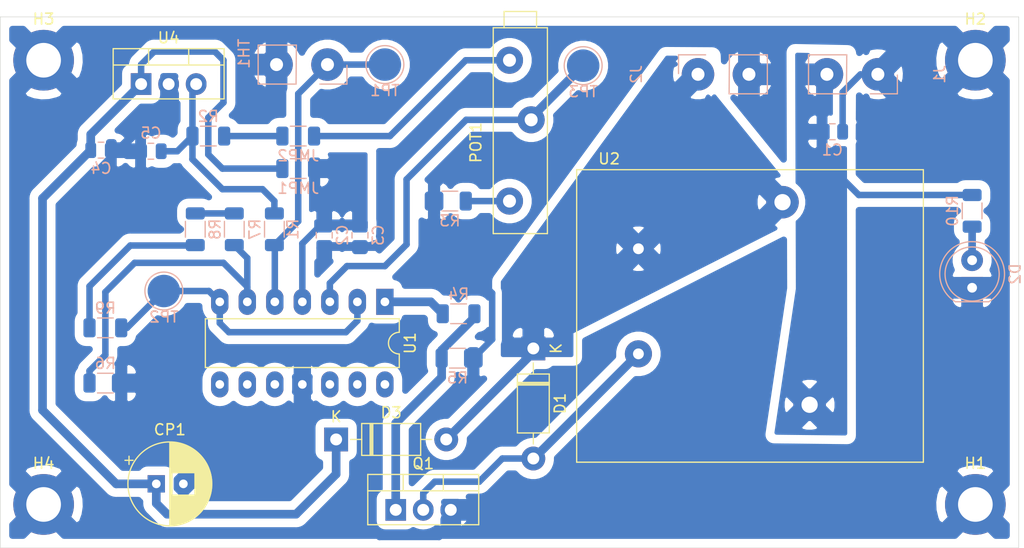
<source format=kicad_pcb>
(kicad_pcb (version 20171130) (host pcbnew "(5.1.12)-1")

  (general
    (thickness 1.6)
    (drawings 4)
    (tracks 147)
    (zones 0)
    (modules 36)
    (nets 18)
  )

  (page A4)
  (layers
    (0 F.Cu signal)
    (31 B.Cu signal)
    (32 B.Adhes user)
    (33 F.Adhes user)
    (34 B.Paste user)
    (35 F.Paste user)
    (36 B.SilkS user)
    (37 F.SilkS user)
    (38 B.Mask user)
    (39 F.Mask user)
    (40 Dwgs.User user)
    (41 Cmts.User user)
    (42 Eco1.User user)
    (43 Eco2.User user)
    (44 Edge.Cuts user)
    (45 Margin user)
    (46 B.CrtYd user hide)
    (47 F.CrtYd user hide)
    (48 B.Fab user hide)
    (49 F.Fab user hide)
  )

  (setup
    (last_trace_width 0.4)
    (user_trace_width 0.4)
    (user_trace_width 0.5)
    (user_trace_width 0.6)
    (user_trace_width 0.7)
    (user_trace_width 0.8)
    (trace_clearance 0.4)
    (zone_clearance 0.8)
    (zone_45_only no)
    (trace_min 0.4)
    (via_size 0.8)
    (via_drill 0.4)
    (via_min_size 0.4)
    (via_min_drill 0.3)
    (uvia_size 0.3)
    (uvia_drill 0.1)
    (uvias_allowed no)
    (uvia_min_size 0.2)
    (uvia_min_drill 0.1)
    (edge_width 0.05)
    (segment_width 0.2)
    (pcb_text_width 0.3)
    (pcb_text_size 1.5 1.5)
    (mod_edge_width 0.12)
    (mod_text_size 1 1)
    (mod_text_width 0.15)
    (pad_size 2 2)
    (pad_drill 0.9)
    (pad_to_mask_clearance 0)
    (aux_axis_origin 0 0)
    (visible_elements 7FFFFFFF)
    (pcbplotparams
      (layerselection 0x00000_fffffffe)
      (usegerberextensions false)
      (usegerberattributes true)
      (usegerberadvancedattributes true)
      (creategerberjobfile false)
      (excludeedgelayer true)
      (linewidth 0.100000)
      (plotframeref false)
      (viasonmask false)
      (mode 1)
      (useauxorigin false)
      (hpglpennumber 1)
      (hpglpenspeed 20)
      (hpglpendiameter 15.000000)
      (psnegative false)
      (psa4output false)
      (plotreference true)
      (plotvalue true)
      (plotinvisibletext false)
      (padsonsilk false)
      (subtractmaskfromsilk false)
      (outputformat 4)
      (mirror false)
      (drillshape 0)
      (scaleselection 1)
      (outputdirectory ""))
  )

  (net 0 "")
  (net 1 +12V)
  (net 2 GND)
  (net 3 +5V)
  (net 4 "Net-(R4-Pad2)")
  (net 5 "Net-(R7-Pad1)")
  (net 6 "Net-(R8-Pad1)")
  (net 7 /FAN_POS)
  (net 8 /GDR)
  (net 9 /SENS_VOUT)
  (net 10 /UB)
  (net 11 /LB)
  (net 12 /FB_OUT)
  (net 13 /FB_IN)
  (net 14 /VREF)
  (net 15 "Net-(D2-Pad2)")
  (net 16 V_DIODE)
  (net 17 "Net-(D1-Pad2)")

  (net_class Default "This is the default net class."
    (clearance 0.4)
    (trace_width 0.4)
    (via_dia 0.8)
    (via_drill 0.4)
    (uvia_dia 0.3)
    (uvia_drill 0.1)
    (diff_pair_width 0.4)
    (diff_pair_gap 0.25)
    (add_net +12V)
    (add_net +5V)
    (add_net /FAN_POS)
    (add_net /FB_IN)
    (add_net /FB_OUT)
    (add_net /GDR)
    (add_net /LB)
    (add_net /SENS_VOUT)
    (add_net /UB)
    (add_net /VREF)
    (add_net GND)
    (add_net "Net-(D1-Pad2)")
    (add_net "Net-(D2-Pad2)")
    (add_net "Net-(R4-Pad2)")
    (add_net "Net-(R7-Pad1)")
    (add_net "Net-(R8-Pad1)")
    (add_net V_DIODE)
  )

  (module LED_THT:LED_D5.0mm (layer B.Cu) (tedit 62E06FAC) (tstamp 62DB1355)
    (at 193.7 76 90)
    (descr "LED, diameter 5.0mm, 2 pins, http://cdn-reichelt.de/documents/datenblatt/A500/LL-504BC2E-009.pdf")
    (tags "LED diameter 5.0mm 2 pins")
    (path /62E26BB2)
    (fp_text reference D2 (at 1.27 3.96 90) (layer B.SilkS)
      (effects (font (size 1 1) (thickness 0.15)) (justify mirror))
    )
    (fp_text value LED (at 1.27 -3.96 90) (layer B.Fab)
      (effects (font (size 1 1) (thickness 0.15)) (justify mirror))
    )
    (fp_circle (center 1.27 0) (end 3.77 0) (layer B.Fab) (width 0.1))
    (fp_circle (center 1.27 0) (end 3.77 0) (layer B.SilkS) (width 0.12))
    (fp_line (start -1.23 1.469694) (end -1.23 -1.469694) (layer B.Fab) (width 0.1))
    (fp_line (start -1.29 1.545) (end -1.29 -1.545) (layer B.SilkS) (width 0.12))
    (fp_line (start -1.95 3.25) (end -1.95 -3.25) (layer B.CrtYd) (width 0.05))
    (fp_line (start -1.95 -3.25) (end 4.5 -3.25) (layer B.CrtYd) (width 0.05))
    (fp_line (start 4.5 -3.25) (end 4.5 3.25) (layer B.CrtYd) (width 0.05))
    (fp_line (start 4.5 3.25) (end -1.95 3.25) (layer B.CrtYd) (width 0.05))
    (fp_text user %R (at 1.25 0 90) (layer B.Fab)
      (effects (font (size 0.8 0.8) (thickness 0.2)) (justify mirror))
    )
    (fp_arc (start 1.27 0) (end -1.29 -1.54483) (angle 148.9) (layer B.SilkS) (width 0.12))
    (fp_arc (start 1.27 0) (end -1.29 1.54483) (angle -148.9) (layer B.SilkS) (width 0.12))
    (fp_arc (start 1.27 0) (end -1.23 1.469694) (angle -299.1) (layer B.Fab) (width 0.1))
    (pad 2 thru_hole circle (at 2.54 0 90) (size 2 2) (drill 0.9) (layers *.Cu *.Mask)
      (net 15 "Net-(D2-Pad2)"))
    (pad 1 thru_hole rect (at 0 0 90) (size 2 2) (drill 0.9) (layers *.Cu *.Mask)
      (net 2 GND))
    (model ${KISYS3DMOD}/LED_THT.3dshapes/LED_D5.0mm.wrl
      (at (xyz 0 0 0))
      (scale (xyz 1 1 1))
      (rotate (xyz 0 0 0))
    )
  )

  (module Resistor_SMD:R_1206_3216Metric (layer B.Cu) (tedit 5F68FEEE) (tstamp 62DC6D50)
    (at 131.5 62)
    (descr "Resistor SMD 1206 (3216 Metric), square (rectangular) end terminal, IPC_7351 nominal, (Body size source: IPC-SM-782 page 72, https://www.pcb-3d.com/wordpress/wp-content/uploads/ipc-sm-782a_amendment_1_and_2.pdf), generated with kicad-footprint-generator")
    (tags resistor)
    (path /62F405E3)
    (attr smd)
    (fp_text reference JMP2 (at 0 1.82) (layer B.SilkS)
      (effects (font (size 1 1) (thickness 0.15)) (justify mirror))
    )
    (fp_text value 0 (at 0 -1.82) (layer B.Fab)
      (effects (font (size 1 1) (thickness 0.15)) (justify mirror))
    )
    (fp_line (start 2.28 -1.12) (end -2.28 -1.12) (layer B.CrtYd) (width 0.05))
    (fp_line (start 2.28 1.12) (end 2.28 -1.12) (layer B.CrtYd) (width 0.05))
    (fp_line (start -2.28 1.12) (end 2.28 1.12) (layer B.CrtYd) (width 0.05))
    (fp_line (start -2.28 -1.12) (end -2.28 1.12) (layer B.CrtYd) (width 0.05))
    (fp_line (start -0.727064 -0.91) (end 0.727064 -0.91) (layer B.SilkS) (width 0.12))
    (fp_line (start -0.727064 0.91) (end 0.727064 0.91) (layer B.SilkS) (width 0.12))
    (fp_line (start 1.6 -0.8) (end -1.6 -0.8) (layer B.Fab) (width 0.1))
    (fp_line (start 1.6 0.8) (end 1.6 -0.8) (layer B.Fab) (width 0.1))
    (fp_line (start -1.6 0.8) (end 1.6 0.8) (layer B.Fab) (width 0.1))
    (fp_line (start -1.6 -0.8) (end -1.6 0.8) (layer B.Fab) (width 0.1))
    (fp_text user %R (at 0 0) (layer B.Fab)
      (effects (font (size 0.8 0.8) (thickness 0.12)) (justify mirror))
    )
    (pad 2 smd roundrect (at 1.4625 0) (size 1.125 1.75) (layers B.Cu B.Paste B.Mask) (roundrect_rratio 0.2222204444444444)
      (net 10 /UB))
    (pad 1 smd roundrect (at -1.4625 0) (size 1.125 1.75) (layers B.Cu B.Paste B.Mask) (roundrect_rratio 0.2222204444444444)
      (net 10 /UB))
    (model ${KISYS3DMOD}/Resistor_SMD.3dshapes/R_1206_3216Metric.wrl
      (at (xyz 0 0 0))
      (scale (xyz 1 1 1))
      (rotate (xyz 0 0 0))
    )
  )

  (module Resistor_SMD:R_1206_3216Metric (layer B.Cu) (tedit 5F68FEEE) (tstamp 62DC8C6A)
    (at 131.5 65)
    (descr "Resistor SMD 1206 (3216 Metric), square (rectangular) end terminal, IPC_7351 nominal, (Body size source: IPC-SM-782 page 72, https://www.pcb-3d.com/wordpress/wp-content/uploads/ipc-sm-782a_amendment_1_and_2.pdf), generated with kicad-footprint-generator")
    (tags resistor)
    (path /62F141F8)
    (attr smd)
    (fp_text reference JMP1 (at 0 1.82) (layer B.SilkS)
      (effects (font (size 1 1) (thickness 0.15)) (justify mirror))
    )
    (fp_text value 0 (at 0 -1.82) (layer B.Fab)
      (effects (font (size 1 1) (thickness 0.15)) (justify mirror))
    )
    (fp_line (start -1.6 -0.8) (end -1.6 0.8) (layer B.Fab) (width 0.1))
    (fp_line (start -1.6 0.8) (end 1.6 0.8) (layer B.Fab) (width 0.1))
    (fp_line (start 1.6 0.8) (end 1.6 -0.8) (layer B.Fab) (width 0.1))
    (fp_line (start 1.6 -0.8) (end -1.6 -0.8) (layer B.Fab) (width 0.1))
    (fp_line (start -0.727064 0.91) (end 0.727064 0.91) (layer B.SilkS) (width 0.12))
    (fp_line (start -0.727064 -0.91) (end 0.727064 -0.91) (layer B.SilkS) (width 0.12))
    (fp_line (start -2.28 -1.12) (end -2.28 1.12) (layer B.CrtYd) (width 0.05))
    (fp_line (start -2.28 1.12) (end 2.28 1.12) (layer B.CrtYd) (width 0.05))
    (fp_line (start 2.28 1.12) (end 2.28 -1.12) (layer B.CrtYd) (width 0.05))
    (fp_line (start 2.28 -1.12) (end -2.28 -1.12) (layer B.CrtYd) (width 0.05))
    (fp_text user %R (at 0 0) (layer B.Fab)
      (effects (font (size 0.8 0.8) (thickness 0.12)) (justify mirror))
    )
    (pad 2 smd roundrect (at 1.4625 0) (size 1.125 1.75) (layers B.Cu B.Paste B.Mask) (roundrect_rratio 0.2222204444444444)
      (net 16 V_DIODE))
    (pad 1 smd roundrect (at -1.4625 0) (size 1.125 1.75) (layers B.Cu B.Paste B.Mask) (roundrect_rratio 0.2222204444444444)
      (net 16 V_DIODE))
    (model ${KISYS3DMOD}/Resistor_SMD.3dshapes/R_1206_3216Metric.wrl
      (at (xyz 0 0 0))
      (scale (xyz 1 1 1))
      (rotate (xyz 0 0 0))
    )
  )

  (module MountingHole:MountingHole_3.2mm_M3_DIN965_Pad (layer F.Cu) (tedit 56D1B4CB) (tstamp 62DC8C05)
    (at 108 96)
    (descr "Mounting Hole 3.2mm, M3, DIN965")
    (tags "mounting hole 3.2mm m3 din965")
    (path /62F07502)
    (attr virtual)
    (fp_text reference H4 (at 0 -3.8) (layer F.SilkS)
      (effects (font (size 1 1) (thickness 0.15)))
    )
    (fp_text value MountingHole_Pad (at 0 3.8) (layer F.Fab)
      (effects (font (size 1 1) (thickness 0.15)))
    )
    (fp_circle (center 0 0) (end 2.8 0) (layer Cmts.User) (width 0.15))
    (fp_circle (center 0 0) (end 3.05 0) (layer F.CrtYd) (width 0.05))
    (fp_text user %R (at 0.3 0) (layer F.Fab)
      (effects (font (size 1 1) (thickness 0.15)))
    )
    (pad 1 thru_hole circle (at 0 0) (size 5.6 5.6) (drill 3.2) (layers *.Cu *.Mask)
      (net 2 GND))
  )

  (module MountingHole:MountingHole_3.2mm_M3_DIN965_Pad (layer F.Cu) (tedit 56D1B4CB) (tstamp 62DC8BFD)
    (at 108 55)
    (descr "Mounting Hole 3.2mm, M3, DIN965")
    (tags "mounting hole 3.2mm m3 din965")
    (path /62F08404)
    (attr virtual)
    (fp_text reference H3 (at 0 -3.8) (layer F.SilkS)
      (effects (font (size 1 1) (thickness 0.15)))
    )
    (fp_text value MountingHole_Pad (at 0 3.8) (layer F.Fab)
      (effects (font (size 1 1) (thickness 0.15)))
    )
    (fp_circle (center 0 0) (end 2.8 0) (layer Cmts.User) (width 0.15))
    (fp_circle (center 0 0) (end 3.05 0) (layer F.CrtYd) (width 0.05))
    (fp_text user %R (at 0.3 0) (layer F.Fab)
      (effects (font (size 1 1) (thickness 0.15)))
    )
    (pad 1 thru_hole circle (at 0 0) (size 5.6 5.6) (drill 3.2) (layers *.Cu *.Mask)
      (net 2 GND))
  )

  (module MountingHole:MountingHole_3.2mm_M3_DIN965_Pad (layer F.Cu) (tedit 56D1B4CB) (tstamp 62DC8BF5)
    (at 194 55)
    (descr "Mounting Hole 3.2mm, M3, DIN965")
    (tags "mounting hole 3.2mm m3 din965")
    (path /62F07929)
    (attr virtual)
    (fp_text reference H2 (at 0 -3.8) (layer F.SilkS)
      (effects (font (size 1 1) (thickness 0.15)))
    )
    (fp_text value MountingHole_Pad (at 0 3.8) (layer F.Fab)
      (effects (font (size 1 1) (thickness 0.15)))
    )
    (fp_circle (center 0 0) (end 2.8 0) (layer Cmts.User) (width 0.15))
    (fp_circle (center 0 0) (end 3.05 0) (layer F.CrtYd) (width 0.05))
    (fp_text user %R (at 0.3 0) (layer F.Fab)
      (effects (font (size 1 1) (thickness 0.15)))
    )
    (pad 1 thru_hole circle (at 0 0) (size 5.6 5.6) (drill 3.2) (layers *.Cu *.Mask)
      (net 2 GND))
  )

  (module MountingHole:MountingHole_3.2mm_M3_DIN965_Pad (layer F.Cu) (tedit 56D1B4CB) (tstamp 62DC8BED)
    (at 194 96)
    (descr "Mounting Hole 3.2mm, M3, DIN965")
    (tags "mounting hole 3.2mm m3 din965")
    (path /62F06CA2)
    (attr virtual)
    (fp_text reference H1 (at 0 -3.8) (layer F.SilkS)
      (effects (font (size 1 1) (thickness 0.15)))
    )
    (fp_text value MountingHole_Pad (at 0 3.8) (layer F.Fab)
      (effects (font (size 1 1) (thickness 0.15)))
    )
    (fp_circle (center 0 0) (end 2.8 0) (layer Cmts.User) (width 0.15))
    (fp_circle (center 0 0) (end 3.05 0) (layer F.CrtYd) (width 0.05))
    (fp_text user %R (at 0.3 0) (layer F.Fab)
      (effects (font (size 1 1) (thickness 0.15)))
    )
    (pad 1 thru_hole circle (at 0 0) (size 5.6 5.6) (drill 3.2) (layers *.Cu *.Mask)
      (net 2 GND))
  )

  (module Personal_Footprint_Library:RX-7_COOLANT_TEMP_2_PIN_CONN (layer B.Cu) (tedit 62DB0CA6) (tstamp 62DC4100)
    (at 169.6 56.3 270)
    (descr "Through hole straight pin header, 1x02, 2.54mm pitch, single row")
    (tags "Through hole pin header THT 1x02 2.54mm single row")
    (path /62E622C6)
    (fp_text reference J2 (at 0 6.9 270) (layer B.SilkS)
      (effects (font (size 1 1) (thickness 0.15)) (justify mirror))
    )
    (fp_text value "+12V Connector" (at 0.2 -6.3 270) (layer B.Fab)
      (effects (font (size 1 1) (thickness 0.15)) (justify mirror))
    )
    (fp_line (start -0.635 1.67) (end 1.27 1.67) (layer B.Fab) (width 0.1))
    (fp_line (start 1.27 1.27) (end 1.27 -3.81) (layer B.Fab) (width 0.1))
    (fp_line (start 1.27 -4.21) (end -1.27 -4.21) (layer B.Fab) (width 0.1))
    (fp_line (start -1.27 -3.81) (end -1.27 0.635) (layer B.Fab) (width 0.1))
    (fp_line (start -1.27 1.035) (end -0.635 1.67) (layer B.Fab) (width 0.1))
    (fp_line (start -1.8 -5.2) (end 1.8 -5.2) (layer B.SilkS) (width 0.12))
    (fp_line (start -1.8 -1.7) (end -1.8 -5.2) (layer B.SilkS) (width 0.12))
    (fp_line (start 1.8 -1.67) (end 1.8 -5.2) (layer B.SilkS) (width 0.12))
    (fp_line (start -1.8 -1.7) (end 1.8 -1.67) (layer B.SilkS) (width 0.12))
    (fp_line (start -1.8 0.5) (end -1.8 3) (layer B.SilkS) (width 0.12))
    (fp_line (start -1.8 3) (end -0.07 3) (layer B.SilkS) (width 0.12))
    (fp_line (start -2 3.2) (end -2 -5.5) (layer B.CrtYd) (width 0.05))
    (fp_line (start -2 -5.5) (end 2 -5.5) (layer B.CrtYd) (width 0.05))
    (fp_line (start 2 -5.5) (end 2 3.2) (layer B.CrtYd) (width 0.05))
    (fp_line (start 2 3.2) (end -2 3.2) (layer B.CrtYd) (width 0.05))
    (fp_text user %R (at 0 -1.27) (layer B.Fab)
      (effects (font (size 1 1) (thickness 0.15)) (justify mirror))
    )
    (pad 1 thru_hole circle (at 0 1.2 270) (size 3 3) (drill 1.2) (layers *.Cu *.Mask)
      (net 1 +12V))
    (pad 2 thru_hole oval (at 0 -3.5 270) (size 3 3) (drill 1.2) (layers *.Cu *.Mask)
      (net 2 GND))
  )

  (module Personal_Footprint_Library:AZ2100_1A_12DEF (layer F.Cu) (tedit 62DC2710) (tstamp 62DC4A43)
    (at 157.2 92.1)
    (path /62D42F6E)
    (fp_text reference U2 (at 3 -28) (layer F.SilkS)
      (effects (font (size 1 1) (thickness 0.15)))
    )
    (fp_text value AZ2100_1A_12DEF (at 4 -30) (layer F.Fab)
      (effects (font (size 1 1) (thickness 0.15)))
    )
    (fp_line (start 0 0) (end 0 -27) (layer F.SilkS) (width 0.12))
    (fp_line (start 0 -27) (end 32 -27) (layer F.SilkS) (width 0.12))
    (fp_line (start 32 -27) (end 32 0) (layer F.SilkS) (width 0.12))
    (fp_line (start 32 0) (end 0 0) (layer F.SilkS) (width 0.12))
    (fp_line (start -0.5 -27.5) (end -0.5 0.5) (layer F.CrtYd) (width 0.12))
    (fp_line (start -0.5 0.5) (end 32.5 0.5) (layer F.CrtYd) (width 0.12))
    (fp_line (start 32.5 0.5) (end 32.5 -27.5) (layer F.CrtYd) (width 0.12))
    (fp_line (start 32.5 -27.5) (end -0.5 -27.5) (layer F.CrtYd) (width 0.12))
    (pad 4 thru_hole circle (at 21.5 -5.3) (size 3 3) (drill 1.5) (layers *.Cu *.Mask)
      (net 7 /FAN_POS))
    (pad 3 thru_hole circle (at 19 -24) (size 3 3) (drill 1.5) (layers *.Cu *.Mask)
      (net 1 +12V))
    (pad 2 thru_hole circle (at 5.7 -10) (size 2.5 2.5) (drill 1) (layers *.Cu *.Mask)
      (net 17 "Net-(D1-Pad2)"))
    (pad 1 thru_hole circle (at 5.7 -19.7) (size 2.5 2.5) (drill 1) (layers *.Cu *.Mask)
      (net 1 +12V))
    (model "C:/Users/AJ992/Documents/My Projects/RX7_COOLANT_TEMP_CONTROLLER/RELAY_3D_001.STEP"
      (at (xyz 0 0 0))
      (scale (xyz 1 1 1))
      (rotate (xyz -90 0 0))
    )
  )

  (module Capacitor_THT:CP_Radial_D7.5mm_P2.50mm (layer F.Cu) (tedit 5AE50EF0) (tstamp 62DC344E)
    (at 118.4 94.1)
    (descr "CP, Radial series, Radial, pin pitch=2.50mm, , diameter=7.5mm, Electrolytic Capacitor")
    (tags "CP Radial series Radial pin pitch 2.50mm  diameter 7.5mm Electrolytic Capacitor")
    (path /62E768DF)
    (fp_text reference CP1 (at 1.25 -5) (layer F.SilkS)
      (effects (font (size 1 1) (thickness 0.15)))
    )
    (fp_text value 470u (at 1.25 5) (layer F.Fab)
      (effects (font (size 1 1) (thickness 0.15)))
    )
    (fp_circle (center 1.25 0) (end 5 0) (layer F.Fab) (width 0.1))
    (fp_circle (center 1.25 0) (end 5.12 0) (layer F.SilkS) (width 0.12))
    (fp_circle (center 1.25 0) (end 5.25 0) (layer F.CrtYd) (width 0.05))
    (fp_line (start -1.961233 -1.6375) (end -1.211233 -1.6375) (layer F.Fab) (width 0.1))
    (fp_line (start -1.586233 -2.0125) (end -1.586233 -1.2625) (layer F.Fab) (width 0.1))
    (fp_line (start 1.25 -3.83) (end 1.25 3.83) (layer F.SilkS) (width 0.12))
    (fp_line (start 1.29 -3.83) (end 1.29 3.83) (layer F.SilkS) (width 0.12))
    (fp_line (start 1.33 -3.83) (end 1.33 3.83) (layer F.SilkS) (width 0.12))
    (fp_line (start 1.37 -3.829) (end 1.37 3.829) (layer F.SilkS) (width 0.12))
    (fp_line (start 1.41 -3.827) (end 1.41 3.827) (layer F.SilkS) (width 0.12))
    (fp_line (start 1.45 -3.825) (end 1.45 3.825) (layer F.SilkS) (width 0.12))
    (fp_line (start 1.49 -3.823) (end 1.49 -1.04) (layer F.SilkS) (width 0.12))
    (fp_line (start 1.49 1.04) (end 1.49 3.823) (layer F.SilkS) (width 0.12))
    (fp_line (start 1.53 -3.82) (end 1.53 -1.04) (layer F.SilkS) (width 0.12))
    (fp_line (start 1.53 1.04) (end 1.53 3.82) (layer F.SilkS) (width 0.12))
    (fp_line (start 1.57 -3.817) (end 1.57 -1.04) (layer F.SilkS) (width 0.12))
    (fp_line (start 1.57 1.04) (end 1.57 3.817) (layer F.SilkS) (width 0.12))
    (fp_line (start 1.61 -3.814) (end 1.61 -1.04) (layer F.SilkS) (width 0.12))
    (fp_line (start 1.61 1.04) (end 1.61 3.814) (layer F.SilkS) (width 0.12))
    (fp_line (start 1.65 -3.81) (end 1.65 -1.04) (layer F.SilkS) (width 0.12))
    (fp_line (start 1.65 1.04) (end 1.65 3.81) (layer F.SilkS) (width 0.12))
    (fp_line (start 1.69 -3.805) (end 1.69 -1.04) (layer F.SilkS) (width 0.12))
    (fp_line (start 1.69 1.04) (end 1.69 3.805) (layer F.SilkS) (width 0.12))
    (fp_line (start 1.73 -3.801) (end 1.73 -1.04) (layer F.SilkS) (width 0.12))
    (fp_line (start 1.73 1.04) (end 1.73 3.801) (layer F.SilkS) (width 0.12))
    (fp_line (start 1.77 -3.795) (end 1.77 -1.04) (layer F.SilkS) (width 0.12))
    (fp_line (start 1.77 1.04) (end 1.77 3.795) (layer F.SilkS) (width 0.12))
    (fp_line (start 1.81 -3.79) (end 1.81 -1.04) (layer F.SilkS) (width 0.12))
    (fp_line (start 1.81 1.04) (end 1.81 3.79) (layer F.SilkS) (width 0.12))
    (fp_line (start 1.85 -3.784) (end 1.85 -1.04) (layer F.SilkS) (width 0.12))
    (fp_line (start 1.85 1.04) (end 1.85 3.784) (layer F.SilkS) (width 0.12))
    (fp_line (start 1.89 -3.777) (end 1.89 -1.04) (layer F.SilkS) (width 0.12))
    (fp_line (start 1.89 1.04) (end 1.89 3.777) (layer F.SilkS) (width 0.12))
    (fp_line (start 1.93 -3.77) (end 1.93 -1.04) (layer F.SilkS) (width 0.12))
    (fp_line (start 1.93 1.04) (end 1.93 3.77) (layer F.SilkS) (width 0.12))
    (fp_line (start 1.971 -3.763) (end 1.971 -1.04) (layer F.SilkS) (width 0.12))
    (fp_line (start 1.971 1.04) (end 1.971 3.763) (layer F.SilkS) (width 0.12))
    (fp_line (start 2.011 -3.755) (end 2.011 -1.04) (layer F.SilkS) (width 0.12))
    (fp_line (start 2.011 1.04) (end 2.011 3.755) (layer F.SilkS) (width 0.12))
    (fp_line (start 2.051 -3.747) (end 2.051 -1.04) (layer F.SilkS) (width 0.12))
    (fp_line (start 2.051 1.04) (end 2.051 3.747) (layer F.SilkS) (width 0.12))
    (fp_line (start 2.091 -3.738) (end 2.091 -1.04) (layer F.SilkS) (width 0.12))
    (fp_line (start 2.091 1.04) (end 2.091 3.738) (layer F.SilkS) (width 0.12))
    (fp_line (start 2.131 -3.729) (end 2.131 -1.04) (layer F.SilkS) (width 0.12))
    (fp_line (start 2.131 1.04) (end 2.131 3.729) (layer F.SilkS) (width 0.12))
    (fp_line (start 2.171 -3.72) (end 2.171 -1.04) (layer F.SilkS) (width 0.12))
    (fp_line (start 2.171 1.04) (end 2.171 3.72) (layer F.SilkS) (width 0.12))
    (fp_line (start 2.211 -3.71) (end 2.211 -1.04) (layer F.SilkS) (width 0.12))
    (fp_line (start 2.211 1.04) (end 2.211 3.71) (layer F.SilkS) (width 0.12))
    (fp_line (start 2.251 -3.699) (end 2.251 -1.04) (layer F.SilkS) (width 0.12))
    (fp_line (start 2.251 1.04) (end 2.251 3.699) (layer F.SilkS) (width 0.12))
    (fp_line (start 2.291 -3.688) (end 2.291 -1.04) (layer F.SilkS) (width 0.12))
    (fp_line (start 2.291 1.04) (end 2.291 3.688) (layer F.SilkS) (width 0.12))
    (fp_line (start 2.331 -3.677) (end 2.331 -1.04) (layer F.SilkS) (width 0.12))
    (fp_line (start 2.331 1.04) (end 2.331 3.677) (layer F.SilkS) (width 0.12))
    (fp_line (start 2.371 -3.665) (end 2.371 -1.04) (layer F.SilkS) (width 0.12))
    (fp_line (start 2.371 1.04) (end 2.371 3.665) (layer F.SilkS) (width 0.12))
    (fp_line (start 2.411 -3.653) (end 2.411 -1.04) (layer F.SilkS) (width 0.12))
    (fp_line (start 2.411 1.04) (end 2.411 3.653) (layer F.SilkS) (width 0.12))
    (fp_line (start 2.451 -3.64) (end 2.451 -1.04) (layer F.SilkS) (width 0.12))
    (fp_line (start 2.451 1.04) (end 2.451 3.64) (layer F.SilkS) (width 0.12))
    (fp_line (start 2.491 -3.626) (end 2.491 -1.04) (layer F.SilkS) (width 0.12))
    (fp_line (start 2.491 1.04) (end 2.491 3.626) (layer F.SilkS) (width 0.12))
    (fp_line (start 2.531 -3.613) (end 2.531 -1.04) (layer F.SilkS) (width 0.12))
    (fp_line (start 2.531 1.04) (end 2.531 3.613) (layer F.SilkS) (width 0.12))
    (fp_line (start 2.571 -3.598) (end 2.571 -1.04) (layer F.SilkS) (width 0.12))
    (fp_line (start 2.571 1.04) (end 2.571 3.598) (layer F.SilkS) (width 0.12))
    (fp_line (start 2.611 -3.584) (end 2.611 -1.04) (layer F.SilkS) (width 0.12))
    (fp_line (start 2.611 1.04) (end 2.611 3.584) (layer F.SilkS) (width 0.12))
    (fp_line (start 2.651 -3.568) (end 2.651 -1.04) (layer F.SilkS) (width 0.12))
    (fp_line (start 2.651 1.04) (end 2.651 3.568) (layer F.SilkS) (width 0.12))
    (fp_line (start 2.691 -3.553) (end 2.691 -1.04) (layer F.SilkS) (width 0.12))
    (fp_line (start 2.691 1.04) (end 2.691 3.553) (layer F.SilkS) (width 0.12))
    (fp_line (start 2.731 -3.536) (end 2.731 -1.04) (layer F.SilkS) (width 0.12))
    (fp_line (start 2.731 1.04) (end 2.731 3.536) (layer F.SilkS) (width 0.12))
    (fp_line (start 2.771 -3.52) (end 2.771 -1.04) (layer F.SilkS) (width 0.12))
    (fp_line (start 2.771 1.04) (end 2.771 3.52) (layer F.SilkS) (width 0.12))
    (fp_line (start 2.811 -3.502) (end 2.811 -1.04) (layer F.SilkS) (width 0.12))
    (fp_line (start 2.811 1.04) (end 2.811 3.502) (layer F.SilkS) (width 0.12))
    (fp_line (start 2.851 -3.484) (end 2.851 -1.04) (layer F.SilkS) (width 0.12))
    (fp_line (start 2.851 1.04) (end 2.851 3.484) (layer F.SilkS) (width 0.12))
    (fp_line (start 2.891 -3.466) (end 2.891 -1.04) (layer F.SilkS) (width 0.12))
    (fp_line (start 2.891 1.04) (end 2.891 3.466) (layer F.SilkS) (width 0.12))
    (fp_line (start 2.931 -3.447) (end 2.931 -1.04) (layer F.SilkS) (width 0.12))
    (fp_line (start 2.931 1.04) (end 2.931 3.447) (layer F.SilkS) (width 0.12))
    (fp_line (start 2.971 -3.427) (end 2.971 -1.04) (layer F.SilkS) (width 0.12))
    (fp_line (start 2.971 1.04) (end 2.971 3.427) (layer F.SilkS) (width 0.12))
    (fp_line (start 3.011 -3.407) (end 3.011 -1.04) (layer F.SilkS) (width 0.12))
    (fp_line (start 3.011 1.04) (end 3.011 3.407) (layer F.SilkS) (width 0.12))
    (fp_line (start 3.051 -3.386) (end 3.051 -1.04) (layer F.SilkS) (width 0.12))
    (fp_line (start 3.051 1.04) (end 3.051 3.386) (layer F.SilkS) (width 0.12))
    (fp_line (start 3.091 -3.365) (end 3.091 -1.04) (layer F.SilkS) (width 0.12))
    (fp_line (start 3.091 1.04) (end 3.091 3.365) (layer F.SilkS) (width 0.12))
    (fp_line (start 3.131 -3.343) (end 3.131 -1.04) (layer F.SilkS) (width 0.12))
    (fp_line (start 3.131 1.04) (end 3.131 3.343) (layer F.SilkS) (width 0.12))
    (fp_line (start 3.171 -3.321) (end 3.171 -1.04) (layer F.SilkS) (width 0.12))
    (fp_line (start 3.171 1.04) (end 3.171 3.321) (layer F.SilkS) (width 0.12))
    (fp_line (start 3.211 -3.297) (end 3.211 -1.04) (layer F.SilkS) (width 0.12))
    (fp_line (start 3.211 1.04) (end 3.211 3.297) (layer F.SilkS) (width 0.12))
    (fp_line (start 3.251 -3.274) (end 3.251 -1.04) (layer F.SilkS) (width 0.12))
    (fp_line (start 3.251 1.04) (end 3.251 3.274) (layer F.SilkS) (width 0.12))
    (fp_line (start 3.291 -3.249) (end 3.291 -1.04) (layer F.SilkS) (width 0.12))
    (fp_line (start 3.291 1.04) (end 3.291 3.249) (layer F.SilkS) (width 0.12))
    (fp_line (start 3.331 -3.224) (end 3.331 -1.04) (layer F.SilkS) (width 0.12))
    (fp_line (start 3.331 1.04) (end 3.331 3.224) (layer F.SilkS) (width 0.12))
    (fp_line (start 3.371 -3.198) (end 3.371 -1.04) (layer F.SilkS) (width 0.12))
    (fp_line (start 3.371 1.04) (end 3.371 3.198) (layer F.SilkS) (width 0.12))
    (fp_line (start 3.411 -3.172) (end 3.411 -1.04) (layer F.SilkS) (width 0.12))
    (fp_line (start 3.411 1.04) (end 3.411 3.172) (layer F.SilkS) (width 0.12))
    (fp_line (start 3.451 -3.144) (end 3.451 -1.04) (layer F.SilkS) (width 0.12))
    (fp_line (start 3.451 1.04) (end 3.451 3.144) (layer F.SilkS) (width 0.12))
    (fp_line (start 3.491 -3.116) (end 3.491 -1.04) (layer F.SilkS) (width 0.12))
    (fp_line (start 3.491 1.04) (end 3.491 3.116) (layer F.SilkS) (width 0.12))
    (fp_line (start 3.531 -3.088) (end 3.531 -1.04) (layer F.SilkS) (width 0.12))
    (fp_line (start 3.531 1.04) (end 3.531 3.088) (layer F.SilkS) (width 0.12))
    (fp_line (start 3.571 -3.058) (end 3.571 3.058) (layer F.SilkS) (width 0.12))
    (fp_line (start 3.611 -3.028) (end 3.611 3.028) (layer F.SilkS) (width 0.12))
    (fp_line (start 3.651 -2.996) (end 3.651 2.996) (layer F.SilkS) (width 0.12))
    (fp_line (start 3.691 -2.964) (end 3.691 2.964) (layer F.SilkS) (width 0.12))
    (fp_line (start 3.731 -2.931) (end 3.731 2.931) (layer F.SilkS) (width 0.12))
    (fp_line (start 3.771 -2.898) (end 3.771 2.898) (layer F.SilkS) (width 0.12))
    (fp_line (start 3.811 -2.863) (end 3.811 2.863) (layer F.SilkS) (width 0.12))
    (fp_line (start 3.851 -2.827) (end 3.851 2.827) (layer F.SilkS) (width 0.12))
    (fp_line (start 3.891 -2.79) (end 3.891 2.79) (layer F.SilkS) (width 0.12))
    (fp_line (start 3.931 -2.752) (end 3.931 2.752) (layer F.SilkS) (width 0.12))
    (fp_line (start 3.971 -2.713) (end 3.971 2.713) (layer F.SilkS) (width 0.12))
    (fp_line (start 4.011 -2.673) (end 4.011 2.673) (layer F.SilkS) (width 0.12))
    (fp_line (start 4.051 -2.632) (end 4.051 2.632) (layer F.SilkS) (width 0.12))
    (fp_line (start 4.091 -2.589) (end 4.091 2.589) (layer F.SilkS) (width 0.12))
    (fp_line (start 4.131 -2.546) (end 4.131 2.546) (layer F.SilkS) (width 0.12))
    (fp_line (start 4.171 -2.5) (end 4.171 2.5) (layer F.SilkS) (width 0.12))
    (fp_line (start 4.211 -2.454) (end 4.211 2.454) (layer F.SilkS) (width 0.12))
    (fp_line (start 4.251 -2.405) (end 4.251 2.405) (layer F.SilkS) (width 0.12))
    (fp_line (start 4.291 -2.355) (end 4.291 2.355) (layer F.SilkS) (width 0.12))
    (fp_line (start 4.331 -2.304) (end 4.331 2.304) (layer F.SilkS) (width 0.12))
    (fp_line (start 4.371 -2.25) (end 4.371 2.25) (layer F.SilkS) (width 0.12))
    (fp_line (start 4.411 -2.195) (end 4.411 2.195) (layer F.SilkS) (width 0.12))
    (fp_line (start 4.451 -2.137) (end 4.451 2.137) (layer F.SilkS) (width 0.12))
    (fp_line (start 4.491 -2.077) (end 4.491 2.077) (layer F.SilkS) (width 0.12))
    (fp_line (start 4.531 -2.014) (end 4.531 2.014) (layer F.SilkS) (width 0.12))
    (fp_line (start 4.571 -1.949) (end 4.571 1.949) (layer F.SilkS) (width 0.12))
    (fp_line (start 4.611 -1.881) (end 4.611 1.881) (layer F.SilkS) (width 0.12))
    (fp_line (start 4.651 -1.809) (end 4.651 1.809) (layer F.SilkS) (width 0.12))
    (fp_line (start 4.691 -1.733) (end 4.691 1.733) (layer F.SilkS) (width 0.12))
    (fp_line (start 4.731 -1.654) (end 4.731 1.654) (layer F.SilkS) (width 0.12))
    (fp_line (start 4.771 -1.569) (end 4.771 1.569) (layer F.SilkS) (width 0.12))
    (fp_line (start 4.811 -1.478) (end 4.811 1.478) (layer F.SilkS) (width 0.12))
    (fp_line (start 4.851 -1.381) (end 4.851 1.381) (layer F.SilkS) (width 0.12))
    (fp_line (start 4.891 -1.275) (end 4.891 1.275) (layer F.SilkS) (width 0.12))
    (fp_line (start 4.931 -1.158) (end 4.931 1.158) (layer F.SilkS) (width 0.12))
    (fp_line (start 4.971 -1.028) (end 4.971 1.028) (layer F.SilkS) (width 0.12))
    (fp_line (start 5.011 -0.877) (end 5.011 0.877) (layer F.SilkS) (width 0.12))
    (fp_line (start 5.051 -0.693) (end 5.051 0.693) (layer F.SilkS) (width 0.12))
    (fp_line (start 5.091 -0.441) (end 5.091 0.441) (layer F.SilkS) (width 0.12))
    (fp_line (start -2.892211 -2.175) (end -2.142211 -2.175) (layer F.SilkS) (width 0.12))
    (fp_line (start -2.517211 -2.55) (end -2.517211 -1.8) (layer F.SilkS) (width 0.12))
    (fp_text user %R (at 1.25 0) (layer F.Fab)
      (effects (font (size 1 1) (thickness 0.15)))
    )
    (pad 2 thru_hole circle (at 2.5 0) (size 1.6 1.6) (drill 0.8) (layers *.Cu *.Mask)
      (net 2 GND))
    (pad 1 thru_hole rect (at 0 0) (size 1.6 1.6) (drill 0.8) (layers *.Cu *.Mask)
      (net 16 V_DIODE))
    (model ${KISYS3DMOD}/Capacitor_THT.3dshapes/CP_Radial_D7.5mm_P2.50mm.wrl
      (at (xyz 0 0 0))
      (scale (xyz 1 1 1))
      (rotate (xyz 0 0 0))
    )
  )

  (module Personal_Footprint_Library:RX-7_COOLANT_TEMP_2_PIN_CONN (layer B.Cu) (tedit 62DB0CA6) (tstamp 62DB1445)
    (at 133 55.4 90)
    (descr "Through hole straight pin header, 1x02, 2.54mm pitch, single row")
    (tags "Through hole pin header THT 1x02 2.54mm single row")
    (path /62F36286)
    (fp_text reference TH1 (at 1 -6.5 90) (layer B.SilkS)
      (effects (font (size 1 1) (thickness 0.15)) (justify mirror))
    )
    (fp_text value "Coolant Temp Sensor" (at 0.2 -6.3 90) (layer B.Fab)
      (effects (font (size 1 1) (thickness 0.15)) (justify mirror))
    )
    (fp_line (start -0.635 1.67) (end 1.27 1.67) (layer B.Fab) (width 0.1))
    (fp_line (start 1.27 1.27) (end 1.27 -3.81) (layer B.Fab) (width 0.1))
    (fp_line (start 1.27 -4.21) (end -1.27 -4.21) (layer B.Fab) (width 0.1))
    (fp_line (start -1.27 -3.81) (end -1.27 0.635) (layer B.Fab) (width 0.1))
    (fp_line (start -1.27 1.035) (end -0.635 1.67) (layer B.Fab) (width 0.1))
    (fp_line (start -1.8 -5.2) (end 1.8 -5.2) (layer B.SilkS) (width 0.12))
    (fp_line (start -1.8 -1.7) (end -1.8 -5.2) (layer B.SilkS) (width 0.12))
    (fp_line (start 1.8 -1.67) (end 1.8 -5.2) (layer B.SilkS) (width 0.12))
    (fp_line (start -1.8 -1.7) (end 1.8 -1.67) (layer B.SilkS) (width 0.12))
    (fp_line (start -1.8 0.5) (end -1.8 3) (layer B.SilkS) (width 0.12))
    (fp_line (start -1.8 3) (end -0.07 3) (layer B.SilkS) (width 0.12))
    (fp_line (start -2 3.2) (end -2 -5.5) (layer B.CrtYd) (width 0.05))
    (fp_line (start -2 -5.5) (end 2 -5.5) (layer B.CrtYd) (width 0.05))
    (fp_line (start 2 -5.5) (end 2 3.2) (layer B.CrtYd) (width 0.05))
    (fp_line (start 2 3.2) (end -2 3.2) (layer B.CrtYd) (width 0.05))
    (fp_text user %R (at 0 -1.27 180) (layer B.Fab)
      (effects (font (size 1 1) (thickness 0.15)) (justify mirror))
    )
    (pad 1 thru_hole circle (at 0 1.2 90) (size 3 3) (drill 1.2) (layers *.Cu *.Mask)
      (net 9 /SENS_VOUT))
    (pad 2 thru_hole oval (at 0 -3.5 90) (size 3 3) (drill 1.2) (layers *.Cu *.Mask)
      (net 2 GND))
  )

  (module Personal_Footprint_Library:20K_RECT_POT (layer F.Cu) (tedit 62DC1C3B) (tstamp 62DC272D)
    (at 154.5 71 90)
    (path /62F41736)
    (fp_text reference POT1 (at 8.4 -6.6 90) (layer F.SilkS)
      (effects (font (size 1 1) (thickness 0.15)))
    )
    (fp_text value 10k (at 5.5 -7.5 90) (layer F.Fab)
      (effects (font (size 1 1) (thickness 0.15)))
    )
    (fp_line (start 0 0) (end 0 -5) (layer F.SilkS) (width 0.12))
    (fp_line (start 0 -5) (end 19 -5) (layer F.SilkS) (width 0.12))
    (fp_line (start 19 -5) (end 19 0) (layer F.SilkS) (width 0.12))
    (fp_line (start 19 0) (end 0 0) (layer F.SilkS) (width 0.12))
    (fp_line (start 19 -1) (end 20.5 -1) (layer F.SilkS) (width 0.12))
    (fp_line (start 20.5 -1) (end 20.5 -4) (layer F.SilkS) (width 0.12))
    (fp_line (start 20.5 -4) (end 19 -4) (layer F.SilkS) (width 0.12))
    (fp_line (start -1 -6) (end 20.5 -6) (layer F.CrtYd) (width 0.12))
    (fp_line (start 20.5 -6) (end 20.5 -5) (layer F.CrtYd) (width 0.12))
    (fp_line (start 20.5 -5) (end 21.5 -5) (layer F.CrtYd) (width 0.12))
    (fp_line (start 21.5 -5) (end 21.5 0) (layer F.CrtYd) (width 0.12))
    (fp_line (start 21.5 0) (end 20.5 0) (layer F.CrtYd) (width 0.12))
    (fp_line (start 20.5 0) (end 20.5 1) (layer F.CrtYd) (width 0.12))
    (fp_line (start 20.5 1) (end -1 1) (layer F.CrtYd) (width 0.12))
    (fp_line (start -1 1) (end -1 -6) (layer F.CrtYd) (width 0.12))
    (pad 3 thru_hole circle (at 16 -3.5 90) (size 2.5 2.5) (drill 1.2) (layers *.Cu *.Mask)
      (net 10 /UB))
    (pad 2 thru_hole circle (at 10.5 -1.5 90) (size 2.5 2.5) (drill 1.2) (layers *.Cu *.Mask)
      (net 14 /VREF))
    (pad 1 thru_hole circle (at 3 -3.5 90) (size 2.5 2.5) (drill 1.2) (layers *.Cu *.Mask)
      (net 11 /LB))
    (model "C:/Users/AJ992/Documents/My Projects/RX7_COOLANT_TEMP_CONTROLLER/POTENTIOMETER_3D_001.STEP"
      (at (xyz 0 0 0))
      (scale (xyz 1 1 1))
      (rotate (xyz -90 0 0))
    )
  )

  (module Personal_Footprint_Library:RX-7_COOLANT_TEMP_2_PIN_CONN (layer B.Cu) (tedit 62DB0CA6) (tstamp 62DB136B)
    (at 183.8 56.3 90)
    (descr "Through hole straight pin header, 1x02, 2.54mm pitch, single row")
    (tags "Through hole pin header THT 1x02 2.54mm single row")
    (path /62F5BFFA)
    (fp_text reference J1 (at 0 6.9 90) (layer B.SilkS)
      (effects (font (size 1 1) (thickness 0.15)) (justify mirror))
    )
    (fp_text value "Fan Connector" (at 0.2 -6.3 90) (layer B.Fab)
      (effects (font (size 1 1) (thickness 0.15)) (justify mirror))
    )
    (fp_line (start -0.635 1.67) (end 1.27 1.67) (layer B.Fab) (width 0.1))
    (fp_line (start 1.27 1.27) (end 1.27 -3.81) (layer B.Fab) (width 0.1))
    (fp_line (start 1.27 -4.21) (end -1.27 -4.21) (layer B.Fab) (width 0.1))
    (fp_line (start -1.27 -3.81) (end -1.27 0.635) (layer B.Fab) (width 0.1))
    (fp_line (start -1.27 1.035) (end -0.635 1.67) (layer B.Fab) (width 0.1))
    (fp_line (start -1.8 -5.2) (end 1.8 -5.2) (layer B.SilkS) (width 0.12))
    (fp_line (start -1.8 -1.7) (end -1.8 -5.2) (layer B.SilkS) (width 0.12))
    (fp_line (start 1.8 -1.67) (end 1.8 -5.2) (layer B.SilkS) (width 0.12))
    (fp_line (start -1.8 -1.7) (end 1.8 -1.67) (layer B.SilkS) (width 0.12))
    (fp_line (start -1.8 0.5) (end -1.8 3) (layer B.SilkS) (width 0.12))
    (fp_line (start -1.8 3) (end -0.07 3) (layer B.SilkS) (width 0.12))
    (fp_line (start -2 3.2) (end -2 -5.5) (layer B.CrtYd) (width 0.05))
    (fp_line (start -2 -5.5) (end 2 -5.5) (layer B.CrtYd) (width 0.05))
    (fp_line (start 2 -5.5) (end 2 3.2) (layer B.CrtYd) (width 0.05))
    (fp_line (start 2 3.2) (end -2 3.2) (layer B.CrtYd) (width 0.05))
    (fp_text user %R (at 0 -1.27 180) (layer B.Fab)
      (effects (font (size 1 1) (thickness 0.15)) (justify mirror))
    )
    (pad 1 thru_hole circle (at 0 1.2 90) (size 3 3) (drill 1.2) (layers *.Cu *.Mask)
      (net 2 GND))
    (pad 2 thru_hole oval (at 0 -3.5 90) (size 3 3) (drill 1.2) (layers *.Cu *.Mask)
      (net 7 /FAN_POS))
  )

  (module Diode_THT:D_DO-41_SOD81_P10.16mm_Horizontal (layer F.Cu) (tedit 5AE50CD5) (tstamp 62DC2702)
    (at 135 90)
    (descr "Diode, DO-41_SOD81 series, Axial, Horizontal, pin pitch=10.16mm, , length*diameter=5.2*2.7mm^2, , http://www.diodes.com/_files/packages/DO-41%20(Plastic).pdf")
    (tags "Diode DO-41_SOD81 series Axial Horizontal pin pitch 10.16mm  length 5.2mm diameter 2.7mm")
    (path /62E79DDE)
    (fp_text reference D3 (at 5.08 -2.47) (layer F.SilkS)
      (effects (font (size 1 1) (thickness 0.15)))
    )
    (fp_text value 1N1589 (at 5.08 2.47) (layer F.Fab)
      (effects (font (size 1 1) (thickness 0.15)))
    )
    (fp_line (start 2.48 -1.35) (end 2.48 1.35) (layer F.Fab) (width 0.1))
    (fp_line (start 2.48 1.35) (end 7.68 1.35) (layer F.Fab) (width 0.1))
    (fp_line (start 7.68 1.35) (end 7.68 -1.35) (layer F.Fab) (width 0.1))
    (fp_line (start 7.68 -1.35) (end 2.48 -1.35) (layer F.Fab) (width 0.1))
    (fp_line (start 0 0) (end 2.48 0) (layer F.Fab) (width 0.1))
    (fp_line (start 10.16 0) (end 7.68 0) (layer F.Fab) (width 0.1))
    (fp_line (start 3.26 -1.35) (end 3.26 1.35) (layer F.Fab) (width 0.1))
    (fp_line (start 3.36 -1.35) (end 3.36 1.35) (layer F.Fab) (width 0.1))
    (fp_line (start 3.16 -1.35) (end 3.16 1.35) (layer F.Fab) (width 0.1))
    (fp_line (start 2.36 -1.47) (end 2.36 1.47) (layer F.SilkS) (width 0.12))
    (fp_line (start 2.36 1.47) (end 7.8 1.47) (layer F.SilkS) (width 0.12))
    (fp_line (start 7.8 1.47) (end 7.8 -1.47) (layer F.SilkS) (width 0.12))
    (fp_line (start 7.8 -1.47) (end 2.36 -1.47) (layer F.SilkS) (width 0.12))
    (fp_line (start 1.34 0) (end 2.36 0) (layer F.SilkS) (width 0.12))
    (fp_line (start 8.82 0) (end 7.8 0) (layer F.SilkS) (width 0.12))
    (fp_line (start 3.26 -1.47) (end 3.26 1.47) (layer F.SilkS) (width 0.12))
    (fp_line (start 3.38 -1.47) (end 3.38 1.47) (layer F.SilkS) (width 0.12))
    (fp_line (start 3.14 -1.47) (end 3.14 1.47) (layer F.SilkS) (width 0.12))
    (fp_line (start -1.35 -1.6) (end -1.35 1.6) (layer F.CrtYd) (width 0.05))
    (fp_line (start -1.35 1.6) (end 11.51 1.6) (layer F.CrtYd) (width 0.05))
    (fp_line (start 11.51 1.6) (end 11.51 -1.6) (layer F.CrtYd) (width 0.05))
    (fp_line (start 11.51 -1.6) (end -1.35 -1.6) (layer F.CrtYd) (width 0.05))
    (fp_text user K (at 0 -2.1) (layer F.SilkS)
      (effects (font (size 1 1) (thickness 0.15)))
    )
    (fp_text user K (at 0 -2.1) (layer F.Fab)
      (effects (font (size 1 1) (thickness 0.15)))
    )
    (fp_text user %R (at 5.47 0) (layer F.Fab)
      (effects (font (size 1 1) (thickness 0.15)))
    )
    (pad 2 thru_hole oval (at 10.16 0) (size 2.2 2.2) (drill 1.1) (layers *.Cu *.Mask)
      (net 1 +12V))
    (pad 1 thru_hole rect (at 0 0) (size 2.2 2.2) (drill 1.1) (layers *.Cu *.Mask)
      (net 16 V_DIODE))
    (model ${KISYS3DMOD}/Diode_THT.3dshapes/D_DO-41_SOD81_P10.16mm_Horizontal.wrl
      (at (xyz 0 0 0))
      (scale (xyz 1 1 1))
      (rotate (xyz 0 0 0))
    )
  )

  (module Package_TO_SOT_THT:TO-220-3_Vertical (layer F.Cu) (tedit 5AC8BA0D) (tstamp 62DCAF67)
    (at 117 57.2)
    (descr "TO-220-3, Vertical, RM 2.54mm, see https://www.vishay.com/docs/66542/to-220-1.pdf")
    (tags "TO-220-3 Vertical RM 2.54mm")
    (path /62DB0EFB)
    (fp_text reference U4 (at 2.54 -4.27) (layer F.SilkS)
      (effects (font (size 1 1) (thickness 0.15)))
    )
    (fp_text value LM7805_TO220 (at 2.54 2.5) (layer F.Fab)
      (effects (font (size 1 1) (thickness 0.15)))
    )
    (fp_line (start 7.79 -3.4) (end -2.71 -3.4) (layer F.CrtYd) (width 0.05))
    (fp_line (start 7.79 1.51) (end 7.79 -3.4) (layer F.CrtYd) (width 0.05))
    (fp_line (start -2.71 1.51) (end 7.79 1.51) (layer F.CrtYd) (width 0.05))
    (fp_line (start -2.71 -3.4) (end -2.71 1.51) (layer F.CrtYd) (width 0.05))
    (fp_line (start 4.391 -3.27) (end 4.391 -1.76) (layer F.SilkS) (width 0.12))
    (fp_line (start 0.69 -3.27) (end 0.69 -1.76) (layer F.SilkS) (width 0.12))
    (fp_line (start -2.58 -1.76) (end 7.66 -1.76) (layer F.SilkS) (width 0.12))
    (fp_line (start 7.66 -3.27) (end 7.66 1.371) (layer F.SilkS) (width 0.12))
    (fp_line (start -2.58 -3.27) (end -2.58 1.371) (layer F.SilkS) (width 0.12))
    (fp_line (start -2.58 1.371) (end 7.66 1.371) (layer F.SilkS) (width 0.12))
    (fp_line (start -2.58 -3.27) (end 7.66 -3.27) (layer F.SilkS) (width 0.12))
    (fp_line (start 4.39 -3.15) (end 4.39 -1.88) (layer F.Fab) (width 0.1))
    (fp_line (start 0.69 -3.15) (end 0.69 -1.88) (layer F.Fab) (width 0.1))
    (fp_line (start -2.46 -1.88) (end 7.54 -1.88) (layer F.Fab) (width 0.1))
    (fp_line (start 7.54 -3.15) (end -2.46 -3.15) (layer F.Fab) (width 0.1))
    (fp_line (start 7.54 1.25) (end 7.54 -3.15) (layer F.Fab) (width 0.1))
    (fp_line (start -2.46 1.25) (end 7.54 1.25) (layer F.Fab) (width 0.1))
    (fp_line (start -2.46 -3.15) (end -2.46 1.25) (layer F.Fab) (width 0.1))
    (fp_text user %R (at 2.54 -4.27) (layer F.Fab)
      (effects (font (size 1 1) (thickness 0.15)))
    )
    (pad 3 thru_hole oval (at 5.08 0) (size 1.905 2) (drill 1.1) (layers *.Cu *.Mask)
      (net 3 +5V))
    (pad 2 thru_hole oval (at 2.54 0) (size 1.905 2) (drill 1.1) (layers *.Cu *.Mask)
      (net 2 GND))
    (pad 1 thru_hole rect (at 0 0) (size 1.905 2) (drill 1.1) (layers *.Cu *.Mask)
      (net 16 V_DIODE))
    (model ${KISYS3DMOD}/Package_TO_SOT_THT.3dshapes/TO-220-3_Vertical.wrl
      (at (xyz 0 0 0))
      (scale (xyz 1 1 1))
      (rotate (xyz 0 0 0))
    )
  )

  (module Package_DIP:DIP-14_W7.62mm_LongPads (layer F.Cu) (tedit 5A02E8C5) (tstamp 62DB147F)
    (at 139.5 77.3 270)
    (descr "14-lead though-hole mounted DIP package, row spacing 7.62 mm (300 mils), LongPads")
    (tags "THT DIP DIL PDIP 2.54mm 7.62mm 300mil LongPads")
    (path /62F46AD7)
    (fp_text reference U1 (at 3.81 -2.33 90) (layer F.SilkS)
      (effects (font (size 1 1) (thickness 0.15)))
    )
    (fp_text value LM324 (at 3.81 17.57 90) (layer F.Fab)
      (effects (font (size 1 1) (thickness 0.15)))
    )
    (fp_line (start 9.1 -1.55) (end -1.45 -1.55) (layer F.CrtYd) (width 0.05))
    (fp_line (start 9.1 16.8) (end 9.1 -1.55) (layer F.CrtYd) (width 0.05))
    (fp_line (start -1.45 16.8) (end 9.1 16.8) (layer F.CrtYd) (width 0.05))
    (fp_line (start -1.45 -1.55) (end -1.45 16.8) (layer F.CrtYd) (width 0.05))
    (fp_line (start 6.06 -1.33) (end 4.81 -1.33) (layer F.SilkS) (width 0.12))
    (fp_line (start 6.06 16.57) (end 6.06 -1.33) (layer F.SilkS) (width 0.12))
    (fp_line (start 1.56 16.57) (end 6.06 16.57) (layer F.SilkS) (width 0.12))
    (fp_line (start 1.56 -1.33) (end 1.56 16.57) (layer F.SilkS) (width 0.12))
    (fp_line (start 2.81 -1.33) (end 1.56 -1.33) (layer F.SilkS) (width 0.12))
    (fp_line (start 0.635 -0.27) (end 1.635 -1.27) (layer F.Fab) (width 0.1))
    (fp_line (start 0.635 16.51) (end 0.635 -0.27) (layer F.Fab) (width 0.1))
    (fp_line (start 6.985 16.51) (end 0.635 16.51) (layer F.Fab) (width 0.1))
    (fp_line (start 6.985 -1.27) (end 6.985 16.51) (layer F.Fab) (width 0.1))
    (fp_line (start 1.635 -1.27) (end 6.985 -1.27) (layer F.Fab) (width 0.1))
    (fp_text user %R (at 3.81 7.62 90) (layer F.Fab)
      (effects (font (size 1 1) (thickness 0.15)))
    )
    (fp_arc (start 3.81 -1.33) (end 2.81 -1.33) (angle -180) (layer F.SilkS) (width 0.12))
    (pad 14 thru_hole oval (at 7.62 0 270) (size 2.4 1.6) (drill 0.8) (layers *.Cu *.Mask))
    (pad 7 thru_hole oval (at 0 15.24 270) (size 2.4 1.6) (drill 0.8) (layers *.Cu *.Mask)
      (net 13 /FB_IN))
    (pad 13 thru_hole oval (at 7.62 2.54 270) (size 2.4 1.6) (drill 0.8) (layers *.Cu *.Mask))
    (pad 6 thru_hole oval (at 0 12.7 270) (size 2.4 1.6) (drill 0.8) (layers *.Cu *.Mask)
      (net 12 /FB_OUT))
    (pad 12 thru_hole oval (at 7.62 5.08 270) (size 2.4 1.6) (drill 0.8) (layers *.Cu *.Mask))
    (pad 5 thru_hole oval (at 0 10.16 270) (size 2.4 1.6) (drill 0.8) (layers *.Cu *.Mask)
      (net 9 /SENS_VOUT))
    (pad 11 thru_hole oval (at 7.62 7.62 270) (size 2.4 1.6) (drill 0.8) (layers *.Cu *.Mask)
      (net 2 GND))
    (pad 4 thru_hole oval (at 0 7.62 270) (size 2.4 1.6) (drill 0.8) (layers *.Cu *.Mask)
      (net 16 V_DIODE))
    (pad 10 thru_hole oval (at 7.62 10.16 270) (size 2.4 1.6) (drill 0.8) (layers *.Cu *.Mask))
    (pad 3 thru_hole oval (at 0 5.08 270) (size 2.4 1.6) (drill 0.8) (layers *.Cu *.Mask)
      (net 14 /VREF))
    (pad 9 thru_hole oval (at 7.62 12.7 270) (size 2.4 1.6) (drill 0.8) (layers *.Cu *.Mask))
    (pad 2 thru_hole oval (at 0 2.54 270) (size 2.4 1.6) (drill 0.8) (layers *.Cu *.Mask)
      (net 13 /FB_IN))
    (pad 8 thru_hole oval (at 7.62 15.24 270) (size 2.4 1.6) (drill 0.8) (layers *.Cu *.Mask))
    (pad 1 thru_hole rect (at 0 0 270) (size 2.4 1.6) (drill 0.8) (layers *.Cu *.Mask)
      (net 4 "Net-(R4-Pad2)"))
    (model ${KISYS3DMOD}/Package_DIP.3dshapes/DIP-14_W7.62mm.wrl
      (at (xyz 0 0 0))
      (scale (xyz 1 1 1))
      (rotate (xyz 0 0 0))
    )
  )

  (module TestPoint:TestPoint_Pad_D3.0mm (layer B.Cu) (tedit 5A0F774F) (tstamp 62DC8347)
    (at 157.8 55.5)
    (descr "SMD pad as test Point, diameter 3.0mm")
    (tags "test point SMD pad")
    (path /62E0CCE5)
    (attr virtual)
    (fp_text reference TP3 (at 0 2.398) (layer B.SilkS)
      (effects (font (size 1 1) (thickness 0.15)) (justify mirror))
    )
    (fp_text value Vref (at 0 -2.55) (layer B.Fab)
      (effects (font (size 1 1) (thickness 0.15)) (justify mirror))
    )
    (fp_circle (center 0 0) (end 0 -1.75) (layer B.SilkS) (width 0.12))
    (fp_circle (center 0 0) (end 2 0) (layer B.CrtYd) (width 0.05))
    (fp_text user %R (at 0 2.4) (layer B.Fab)
      (effects (font (size 1 1) (thickness 0.15)) (justify mirror))
    )
    (pad 1 smd circle (at 0 0) (size 3 3) (layers B.Cu B.Mask)
      (net 14 /VREF))
  )

  (module TestPoint:TestPoint_Pad_D3.0mm (layer B.Cu) (tedit 5A0F774F) (tstamp 62DB1455)
    (at 119.1 76.3)
    (descr "SMD pad as test Point, diameter 3.0mm")
    (tags "test point SMD pad")
    (path /62D48615)
    (attr virtual)
    (fp_text reference TP2 (at 0 2.398) (layer B.SilkS)
      (effects (font (size 1 1) (thickness 0.15)) (justify mirror))
    )
    (fp_text value Vout_gain (at 0 -2.55) (layer B.Fab)
      (effects (font (size 1 1) (thickness 0.15)) (justify mirror))
    )
    (fp_circle (center 0 0) (end 0 -1.75) (layer B.SilkS) (width 0.12))
    (fp_circle (center 0 0) (end 2 0) (layer B.CrtYd) (width 0.05))
    (fp_text user %R (at 0 2.4) (layer B.Fab)
      (effects (font (size 1 1) (thickness 0.15)) (justify mirror))
    )
    (pad 1 smd circle (at 0 0) (size 3 3) (layers B.Cu B.Mask)
      (net 13 /FB_IN))
  )

  (module TestPoint:TestPoint_Pad_D3.0mm (layer B.Cu) (tedit 5A0F774F) (tstamp 62DB144D)
    (at 139.5 55.4)
    (descr "SMD pad as test Point, diameter 3.0mm")
    (tags "test point SMD pad")
    (path /62D4780D)
    (attr virtual)
    (fp_text reference TP1 (at 0 2.398) (layer B.SilkS)
      (effects (font (size 1 1) (thickness 0.15)) (justify mirror))
    )
    (fp_text value Vout (at 0 -2.55) (layer B.Fab)
      (effects (font (size 1 1) (thickness 0.15)) (justify mirror))
    )
    (fp_circle (center 0 0) (end 0 -1.75) (layer B.SilkS) (width 0.12))
    (fp_circle (center 0 0) (end 2 0) (layer B.CrtYd) (width 0.05))
    (fp_text user %R (at 0 2.4) (layer B.Fab)
      (effects (font (size 1 1) (thickness 0.15)) (justify mirror))
    )
    (pad 1 smd circle (at 0 0) (size 3 3) (layers B.Cu B.Mask)
      (net 9 /SENS_VOUT))
  )

  (module Resistor_SMD:R_1206_3216Metric (layer B.Cu) (tedit 5F68FEEE) (tstamp 62DB7B1E)
    (at 193.7 68.9 270)
    (descr "Resistor SMD 1206 (3216 Metric), square (rectangular) end terminal, IPC_7351 nominal, (Body size source: IPC-SM-782 page 72, https://www.pcb-3d.com/wordpress/wp-content/uploads/ipc-sm-782a_amendment_1_and_2.pdf), generated with kicad-footprint-generator")
    (tags resistor)
    (path /62E26137)
    (attr smd)
    (fp_text reference R10 (at 0 1.82 90) (layer B.SilkS)
      (effects (font (size 1 1) (thickness 0.15)) (justify mirror))
    )
    (fp_text value 750 (at 0 -1.82 90) (layer B.Fab)
      (effects (font (size 1 1) (thickness 0.15)) (justify mirror))
    )
    (fp_line (start 2.28 -1.12) (end -2.28 -1.12) (layer B.CrtYd) (width 0.05))
    (fp_line (start 2.28 1.12) (end 2.28 -1.12) (layer B.CrtYd) (width 0.05))
    (fp_line (start -2.28 1.12) (end 2.28 1.12) (layer B.CrtYd) (width 0.05))
    (fp_line (start -2.28 -1.12) (end -2.28 1.12) (layer B.CrtYd) (width 0.05))
    (fp_line (start -0.727064 -0.91) (end 0.727064 -0.91) (layer B.SilkS) (width 0.12))
    (fp_line (start -0.727064 0.91) (end 0.727064 0.91) (layer B.SilkS) (width 0.12))
    (fp_line (start 1.6 -0.8) (end -1.6 -0.8) (layer B.Fab) (width 0.1))
    (fp_line (start 1.6 0.8) (end 1.6 -0.8) (layer B.Fab) (width 0.1))
    (fp_line (start -1.6 0.8) (end 1.6 0.8) (layer B.Fab) (width 0.1))
    (fp_line (start -1.6 -0.8) (end -1.6 0.8) (layer B.Fab) (width 0.1))
    (fp_text user %R (at 0 0 90) (layer B.Fab)
      (effects (font (size 0.8 0.8) (thickness 0.12)) (justify mirror))
    )
    (pad 2 smd roundrect (at 1.4625 0 270) (size 1.125 1.75) (layers B.Cu B.Paste B.Mask) (roundrect_rratio 0.2222204444444444)
      (net 15 "Net-(D2-Pad2)"))
    (pad 1 smd roundrect (at -1.4625 0 270) (size 1.125 1.75) (layers B.Cu B.Paste B.Mask) (roundrect_rratio 0.2222204444444444)
      (net 7 /FAN_POS))
    (model ${KISYS3DMOD}/Resistor_SMD.3dshapes/R_1206_3216Metric.wrl
      (at (xyz 0 0 0))
      (scale (xyz 1 1 1))
      (rotate (xyz 0 0 0))
    )
  )

  (module Resistor_SMD:R_1206_3216Metric (layer B.Cu) (tedit 5F68FEEE) (tstamp 62DB141E)
    (at 113.7 79.7 180)
    (descr "Resistor SMD 1206 (3216 Metric), square (rectangular) end terminal, IPC_7351 nominal, (Body size source: IPC-SM-782 page 72, https://www.pcb-3d.com/wordpress/wp-content/uploads/ipc-sm-782a_amendment_1_and_2.pdf), generated with kicad-footprint-generator")
    (tags resistor)
    (path /62E011F5)
    (attr smd)
    (fp_text reference R9 (at 0 1.82) (layer B.SilkS)
      (effects (font (size 1 1) (thickness 0.15)) (justify mirror))
    )
    (fp_text value 1k (at 0 -1.82) (layer B.Fab)
      (effects (font (size 1 1) (thickness 0.15)) (justify mirror))
    )
    (fp_line (start 2.28 -1.12) (end -2.28 -1.12) (layer B.CrtYd) (width 0.05))
    (fp_line (start 2.28 1.12) (end 2.28 -1.12) (layer B.CrtYd) (width 0.05))
    (fp_line (start -2.28 1.12) (end 2.28 1.12) (layer B.CrtYd) (width 0.05))
    (fp_line (start -2.28 -1.12) (end -2.28 1.12) (layer B.CrtYd) (width 0.05))
    (fp_line (start -0.727064 -0.91) (end 0.727064 -0.91) (layer B.SilkS) (width 0.12))
    (fp_line (start -0.727064 0.91) (end 0.727064 0.91) (layer B.SilkS) (width 0.12))
    (fp_line (start 1.6 -0.8) (end -1.6 -0.8) (layer B.Fab) (width 0.1))
    (fp_line (start 1.6 0.8) (end 1.6 -0.8) (layer B.Fab) (width 0.1))
    (fp_line (start -1.6 0.8) (end 1.6 0.8) (layer B.Fab) (width 0.1))
    (fp_line (start -1.6 -0.8) (end -1.6 0.8) (layer B.Fab) (width 0.1))
    (fp_text user %R (at 0 0) (layer B.Fab)
      (effects (font (size 0.8 0.8) (thickness 0.12)) (justify mirror))
    )
    (pad 2 smd roundrect (at 1.4625 0 180) (size 1.125 1.75) (layers B.Cu B.Paste B.Mask) (roundrect_rratio 0.2222204444444444)
      (net 6 "Net-(R8-Pad1)"))
    (pad 1 smd roundrect (at -1.4625 0 180) (size 1.125 1.75) (layers B.Cu B.Paste B.Mask) (roundrect_rratio 0.2222204444444444)
      (net 13 /FB_IN))
    (model ${KISYS3DMOD}/Resistor_SMD.3dshapes/R_1206_3216Metric.wrl
      (at (xyz 0 0 0))
      (scale (xyz 1 1 1))
      (rotate (xyz 0 0 0))
    )
  )

  (module Resistor_SMD:R_1206_3216Metric (layer B.Cu) (tedit 5F68FEEE) (tstamp 62DB140D)
    (at 122 70.6 90)
    (descr "Resistor SMD 1206 (3216 Metric), square (rectangular) end terminal, IPC_7351 nominal, (Body size source: IPC-SM-782 page 72, https://www.pcb-3d.com/wordpress/wp-content/uploads/ipc-sm-782a_amendment_1_and_2.pdf), generated with kicad-footprint-generator")
    (tags resistor)
    (path /62DFEB49)
    (attr smd)
    (fp_text reference R8 (at 0 1.82 90) (layer B.SilkS)
      (effects (font (size 1 1) (thickness 0.15)) (justify mirror))
    )
    (fp_text value 750 (at 0 -1.82 90) (layer B.Fab)
      (effects (font (size 1 1) (thickness 0.15)) (justify mirror))
    )
    (fp_line (start 2.28 -1.12) (end -2.28 -1.12) (layer B.CrtYd) (width 0.05))
    (fp_line (start 2.28 1.12) (end 2.28 -1.12) (layer B.CrtYd) (width 0.05))
    (fp_line (start -2.28 1.12) (end 2.28 1.12) (layer B.CrtYd) (width 0.05))
    (fp_line (start -2.28 -1.12) (end -2.28 1.12) (layer B.CrtYd) (width 0.05))
    (fp_line (start -0.727064 -0.91) (end 0.727064 -0.91) (layer B.SilkS) (width 0.12))
    (fp_line (start -0.727064 0.91) (end 0.727064 0.91) (layer B.SilkS) (width 0.12))
    (fp_line (start 1.6 -0.8) (end -1.6 -0.8) (layer B.Fab) (width 0.1))
    (fp_line (start 1.6 0.8) (end 1.6 -0.8) (layer B.Fab) (width 0.1))
    (fp_line (start -1.6 0.8) (end 1.6 0.8) (layer B.Fab) (width 0.1))
    (fp_line (start -1.6 -0.8) (end -1.6 0.8) (layer B.Fab) (width 0.1))
    (fp_text user %R (at 0 0 90) (layer B.Fab)
      (effects (font (size 0.8 0.8) (thickness 0.12)) (justify mirror))
    )
    (pad 2 smd roundrect (at 1.4625 0 90) (size 1.125 1.75) (layers B.Cu B.Paste B.Mask) (roundrect_rratio 0.2222204444444444)
      (net 5 "Net-(R7-Pad1)"))
    (pad 1 smd roundrect (at -1.4625 0 90) (size 1.125 1.75) (layers B.Cu B.Paste B.Mask) (roundrect_rratio 0.2222204444444444)
      (net 6 "Net-(R8-Pad1)"))
    (model ${KISYS3DMOD}/Resistor_SMD.3dshapes/R_1206_3216Metric.wrl
      (at (xyz 0 0 0))
      (scale (xyz 1 1 1))
      (rotate (xyz 0 0 0))
    )
  )

  (module Resistor_SMD:R_1206_3216Metric (layer B.Cu) (tedit 5F68FEEE) (tstamp 62DB13FC)
    (at 125.6 70.6 270)
    (descr "Resistor SMD 1206 (3216 Metric), square (rectangular) end terminal, IPC_7351 nominal, (Body size source: IPC-SM-782 page 72, https://www.pcb-3d.com/wordpress/wp-content/uploads/ipc-sm-782a_amendment_1_and_2.pdf), generated with kicad-footprint-generator")
    (tags resistor)
    (path /62DFE3C7)
    (attr smd)
    (fp_text reference R7 (at 0 -1.9 90) (layer B.SilkS)
      (effects (font (size 1 1) (thickness 0.15)) (justify mirror))
    )
    (fp_text value 51 (at 0 -1.82 90) (layer B.Fab)
      (effects (font (size 1 1) (thickness 0.15)) (justify mirror))
    )
    (fp_line (start 2.28 -1.12) (end -2.28 -1.12) (layer B.CrtYd) (width 0.05))
    (fp_line (start 2.28 1.12) (end 2.28 -1.12) (layer B.CrtYd) (width 0.05))
    (fp_line (start -2.28 1.12) (end 2.28 1.12) (layer B.CrtYd) (width 0.05))
    (fp_line (start -2.28 -1.12) (end -2.28 1.12) (layer B.CrtYd) (width 0.05))
    (fp_line (start -0.727064 -0.91) (end 0.727064 -0.91) (layer B.SilkS) (width 0.12))
    (fp_line (start -0.727064 0.91) (end 0.727064 0.91) (layer B.SilkS) (width 0.12))
    (fp_line (start 1.6 -0.8) (end -1.6 -0.8) (layer B.Fab) (width 0.1))
    (fp_line (start 1.6 0.8) (end 1.6 -0.8) (layer B.Fab) (width 0.1))
    (fp_line (start -1.6 0.8) (end 1.6 0.8) (layer B.Fab) (width 0.1))
    (fp_line (start -1.6 -0.8) (end -1.6 0.8) (layer B.Fab) (width 0.1))
    (fp_text user %R (at 0 0 90) (layer B.Fab)
      (effects (font (size 0.8 0.8) (thickness 0.12)) (justify mirror))
    )
    (pad 2 smd roundrect (at 1.4625 0 270) (size 1.125 1.75) (layers B.Cu B.Paste B.Mask) (roundrect_rratio 0.2222204444444444)
      (net 12 /FB_OUT))
    (pad 1 smd roundrect (at -1.4625 0 270) (size 1.125 1.75) (layers B.Cu B.Paste B.Mask) (roundrect_rratio 0.2222204444444444)
      (net 5 "Net-(R7-Pad1)"))
    (model ${KISYS3DMOD}/Resistor_SMD.3dshapes/R_1206_3216Metric.wrl
      (at (xyz 0 0 0))
      (scale (xyz 1 1 1))
      (rotate (xyz 0 0 0))
    )
  )

  (module Resistor_SMD:R_1206_3216Metric (layer B.Cu) (tedit 5F68FEEE) (tstamp 62DB13EB)
    (at 113.7 84.8 180)
    (descr "Resistor SMD 1206 (3216 Metric), square (rectangular) end terminal, IPC_7351 nominal, (Body size source: IPC-SM-782 page 72, https://www.pcb-3d.com/wordpress/wp-content/uploads/ipc-sm-782a_amendment_1_and_2.pdf), generated with kicad-footprint-generator")
    (tags resistor)
    (path /62DFC321)
    (attr smd)
    (fp_text reference R6 (at 0 1.82) (layer B.SilkS)
      (effects (font (size 1 1) (thickness 0.15)) (justify mirror))
    )
    (fp_text value 1k (at 0 -1.82) (layer B.Fab)
      (effects (font (size 1 1) (thickness 0.15)) (justify mirror))
    )
    (fp_line (start 2.28 -1.12) (end -2.28 -1.12) (layer B.CrtYd) (width 0.05))
    (fp_line (start 2.28 1.12) (end 2.28 -1.12) (layer B.CrtYd) (width 0.05))
    (fp_line (start -2.28 1.12) (end 2.28 1.12) (layer B.CrtYd) (width 0.05))
    (fp_line (start -2.28 -1.12) (end -2.28 1.12) (layer B.CrtYd) (width 0.05))
    (fp_line (start -0.727064 -0.91) (end 0.727064 -0.91) (layer B.SilkS) (width 0.12))
    (fp_line (start -0.727064 0.91) (end 0.727064 0.91) (layer B.SilkS) (width 0.12))
    (fp_line (start 1.6 -0.8) (end -1.6 -0.8) (layer B.Fab) (width 0.1))
    (fp_line (start 1.6 0.8) (end 1.6 -0.8) (layer B.Fab) (width 0.1))
    (fp_line (start -1.6 0.8) (end 1.6 0.8) (layer B.Fab) (width 0.1))
    (fp_line (start -1.6 -0.8) (end -1.6 0.8) (layer B.Fab) (width 0.1))
    (fp_text user %R (at 0 0) (layer B.Fab)
      (effects (font (size 0.8 0.8) (thickness 0.12)) (justify mirror))
    )
    (pad 2 smd roundrect (at 1.4625 0 180) (size 1.125 1.75) (layers B.Cu B.Paste B.Mask) (roundrect_rratio 0.2222204444444444)
      (net 12 /FB_OUT))
    (pad 1 smd roundrect (at -1.4625 0 180) (size 1.125 1.75) (layers B.Cu B.Paste B.Mask) (roundrect_rratio 0.2222204444444444)
      (net 2 GND))
    (model ${KISYS3DMOD}/Resistor_SMD.3dshapes/R_1206_3216Metric.wrl
      (at (xyz 0 0 0))
      (scale (xyz 1 1 1))
      (rotate (xyz 0 0 0))
    )
  )

  (module Resistor_SMD:R_1206_3216Metric (layer B.Cu) (tedit 5F68FEEE) (tstamp 62DB13DA)
    (at 146.2 82.5)
    (descr "Resistor SMD 1206 (3216 Metric), square (rectangular) end terminal, IPC_7351 nominal, (Body size source: IPC-SM-782 page 72, https://www.pcb-3d.com/wordpress/wp-content/uploads/ipc-sm-782a_amendment_1_and_2.pdf), generated with kicad-footprint-generator")
    (tags resistor)
    (path /62D5BAFC)
    (attr smd)
    (fp_text reference R5 (at 0 1.82) (layer B.SilkS)
      (effects (font (size 1 1) (thickness 0.15)) (justify mirror))
    )
    (fp_text value 47K (at 0 -1.82) (layer B.Fab)
      (effects (font (size 1 1) (thickness 0.15)) (justify mirror))
    )
    (fp_line (start 2.28 -1.12) (end -2.28 -1.12) (layer B.CrtYd) (width 0.05))
    (fp_line (start 2.28 1.12) (end 2.28 -1.12) (layer B.CrtYd) (width 0.05))
    (fp_line (start -2.28 1.12) (end 2.28 1.12) (layer B.CrtYd) (width 0.05))
    (fp_line (start -2.28 -1.12) (end -2.28 1.12) (layer B.CrtYd) (width 0.05))
    (fp_line (start -0.727064 -0.91) (end 0.727064 -0.91) (layer B.SilkS) (width 0.12))
    (fp_line (start -0.727064 0.91) (end 0.727064 0.91) (layer B.SilkS) (width 0.12))
    (fp_line (start 1.6 -0.8) (end -1.6 -0.8) (layer B.Fab) (width 0.1))
    (fp_line (start 1.6 0.8) (end 1.6 -0.8) (layer B.Fab) (width 0.1))
    (fp_line (start -1.6 0.8) (end 1.6 0.8) (layer B.Fab) (width 0.1))
    (fp_line (start -1.6 -0.8) (end -1.6 0.8) (layer B.Fab) (width 0.1))
    (fp_text user %R (at 0 0) (layer B.Fab)
      (effects (font (size 0.8 0.8) (thickness 0.12)) (justify mirror))
    )
    (pad 2 smd roundrect (at 1.4625 0) (size 1.125 1.75) (layers B.Cu B.Paste B.Mask) (roundrect_rratio 0.2222204444444444)
      (net 2 GND))
    (pad 1 smd roundrect (at -1.4625 0) (size 1.125 1.75) (layers B.Cu B.Paste B.Mask) (roundrect_rratio 0.2222204444444444)
      (net 8 /GDR))
    (model ${KISYS3DMOD}/Resistor_SMD.3dshapes/R_1206_3216Metric.wrl
      (at (xyz 0 0 0))
      (scale (xyz 1 1 1))
      (rotate (xyz 0 0 0))
    )
  )

  (module Resistor_SMD:R_1206_3216Metric (layer B.Cu) (tedit 5F68FEEE) (tstamp 62DB13C9)
    (at 146.3 78.4 180)
    (descr "Resistor SMD 1206 (3216 Metric), square (rectangular) end terminal, IPC_7351 nominal, (Body size source: IPC-SM-782 page 72, https://www.pcb-3d.com/wordpress/wp-content/uploads/ipc-sm-782a_amendment_1_and_2.pdf), generated with kicad-footprint-generator")
    (tags resistor)
    (path /62D5C38B)
    (attr smd)
    (fp_text reference R4 (at 0 1.82) (layer B.SilkS)
      (effects (font (size 1 1) (thickness 0.15)) (justify mirror))
    )
    (fp_text value 200 (at 0 -1.82) (layer B.Fab)
      (effects (font (size 1 1) (thickness 0.15)) (justify mirror))
    )
    (fp_line (start 2.28 -1.12) (end -2.28 -1.12) (layer B.CrtYd) (width 0.05))
    (fp_line (start 2.28 1.12) (end 2.28 -1.12) (layer B.CrtYd) (width 0.05))
    (fp_line (start -2.28 1.12) (end 2.28 1.12) (layer B.CrtYd) (width 0.05))
    (fp_line (start -2.28 -1.12) (end -2.28 1.12) (layer B.CrtYd) (width 0.05))
    (fp_line (start -0.727064 -0.91) (end 0.727064 -0.91) (layer B.SilkS) (width 0.12))
    (fp_line (start -0.727064 0.91) (end 0.727064 0.91) (layer B.SilkS) (width 0.12))
    (fp_line (start 1.6 -0.8) (end -1.6 -0.8) (layer B.Fab) (width 0.1))
    (fp_line (start 1.6 0.8) (end 1.6 -0.8) (layer B.Fab) (width 0.1))
    (fp_line (start -1.6 0.8) (end 1.6 0.8) (layer B.Fab) (width 0.1))
    (fp_line (start -1.6 -0.8) (end -1.6 0.8) (layer B.Fab) (width 0.1))
    (fp_text user %R (at 0 0) (layer B.Fab)
      (effects (font (size 0.8 0.8) (thickness 0.12)) (justify mirror))
    )
    (pad 2 smd roundrect (at 1.4625 0 180) (size 1.125 1.75) (layers B.Cu B.Paste B.Mask) (roundrect_rratio 0.2222204444444444)
      (net 4 "Net-(R4-Pad2)"))
    (pad 1 smd roundrect (at -1.4625 0 180) (size 1.125 1.75) (layers B.Cu B.Paste B.Mask) (roundrect_rratio 0.2222204444444444)
      (net 8 /GDR))
    (model ${KISYS3DMOD}/Resistor_SMD.3dshapes/R_1206_3216Metric.wrl
      (at (xyz 0 0 0))
      (scale (xyz 1 1 1))
      (rotate (xyz 0 0 0))
    )
  )

  (module Resistor_SMD:R_1206_3216Metric (layer B.Cu) (tedit 5F68FEEE) (tstamp 62DC4ECC)
    (at 145.5 68)
    (descr "Resistor SMD 1206 (3216 Metric), square (rectangular) end terminal, IPC_7351 nominal, (Body size source: IPC-SM-782 page 72, https://www.pcb-3d.com/wordpress/wp-content/uploads/ipc-sm-782a_amendment_1_and_2.pdf), generated with kicad-footprint-generator")
    (tags resistor)
    (path /62F436EA)
    (attr smd)
    (fp_text reference R3 (at 0 1.82) (layer B.SilkS)
      (effects (font (size 1 1) (thickness 0.15)) (justify mirror))
    )
    (fp_text value 5.1k (at 0 -1.82) (layer B.Fab)
      (effects (font (size 1 1) (thickness 0.15)) (justify mirror))
    )
    (fp_line (start 2.28 -1.12) (end -2.28 -1.12) (layer B.CrtYd) (width 0.05))
    (fp_line (start 2.28 1.12) (end 2.28 -1.12) (layer B.CrtYd) (width 0.05))
    (fp_line (start -2.28 1.12) (end 2.28 1.12) (layer B.CrtYd) (width 0.05))
    (fp_line (start -2.28 -1.12) (end -2.28 1.12) (layer B.CrtYd) (width 0.05))
    (fp_line (start -0.727064 -0.91) (end 0.727064 -0.91) (layer B.SilkS) (width 0.12))
    (fp_line (start -0.727064 0.91) (end 0.727064 0.91) (layer B.SilkS) (width 0.12))
    (fp_line (start 1.6 -0.8) (end -1.6 -0.8) (layer B.Fab) (width 0.1))
    (fp_line (start 1.6 0.8) (end 1.6 -0.8) (layer B.Fab) (width 0.1))
    (fp_line (start -1.6 0.8) (end 1.6 0.8) (layer B.Fab) (width 0.1))
    (fp_line (start -1.6 -0.8) (end -1.6 0.8) (layer B.Fab) (width 0.1))
    (fp_text user %R (at 0 0) (layer B.Fab)
      (effects (font (size 0.8 0.8) (thickness 0.12)) (justify mirror))
    )
    (pad 2 smd roundrect (at 1.4625 0) (size 1.125 1.75) (layers B.Cu B.Paste B.Mask) (roundrect_rratio 0.2222204444444444)
      (net 11 /LB))
    (pad 1 smd roundrect (at -1.4625 0) (size 1.125 1.75) (layers B.Cu B.Paste B.Mask) (roundrect_rratio 0.2222204444444444)
      (net 2 GND))
    (model ${KISYS3DMOD}/Resistor_SMD.3dshapes/R_1206_3216Metric.wrl
      (at (xyz 0 0 0))
      (scale (xyz 1 1 1))
      (rotate (xyz 0 0 0))
    )
  )

  (module Resistor_SMD:R_1206_3216Metric (layer B.Cu) (tedit 5F68FEEE) (tstamp 62DC4E9C)
    (at 123.2 62 180)
    (descr "Resistor SMD 1206 (3216 Metric), square (rectangular) end terminal, IPC_7351 nominal, (Body size source: IPC-SM-782 page 72, https://www.pcb-3d.com/wordpress/wp-content/uploads/ipc-sm-782a_amendment_1_and_2.pdf), generated with kicad-footprint-generator")
    (tags resistor)
    (path /62F42AD0)
    (attr smd)
    (fp_text reference R2 (at 0 1.82) (layer B.SilkS)
      (effects (font (size 1 1) (thickness 0.15)) (justify mirror))
    )
    (fp_text value 10k (at 0 -1.82) (layer B.Fab)
      (effects (font (size 1 1) (thickness 0.15)) (justify mirror))
    )
    (fp_line (start 2.28 -1.12) (end -2.28 -1.12) (layer B.CrtYd) (width 0.05))
    (fp_line (start 2.28 1.12) (end 2.28 -1.12) (layer B.CrtYd) (width 0.05))
    (fp_line (start -2.28 1.12) (end 2.28 1.12) (layer B.CrtYd) (width 0.05))
    (fp_line (start -2.28 -1.12) (end -2.28 1.12) (layer B.CrtYd) (width 0.05))
    (fp_line (start -0.727064 -0.91) (end 0.727064 -0.91) (layer B.SilkS) (width 0.12))
    (fp_line (start -0.727064 0.91) (end 0.727064 0.91) (layer B.SilkS) (width 0.12))
    (fp_line (start 1.6 -0.8) (end -1.6 -0.8) (layer B.Fab) (width 0.1))
    (fp_line (start 1.6 0.8) (end 1.6 -0.8) (layer B.Fab) (width 0.1))
    (fp_line (start -1.6 0.8) (end 1.6 0.8) (layer B.Fab) (width 0.1))
    (fp_line (start -1.6 -0.8) (end -1.6 0.8) (layer B.Fab) (width 0.1))
    (fp_text user %R (at 0 0) (layer B.Fab)
      (effects (font (size 0.8 0.8) (thickness 0.12)) (justify mirror))
    )
    (pad 2 smd roundrect (at 1.4625 0 180) (size 1.125 1.75) (layers B.Cu B.Paste B.Mask) (roundrect_rratio 0.2222204444444444)
      (net 3 +5V))
    (pad 1 smd roundrect (at -1.4625 0 180) (size 1.125 1.75) (layers B.Cu B.Paste B.Mask) (roundrect_rratio 0.2222204444444444)
      (net 10 /UB))
    (model ${KISYS3DMOD}/Resistor_SMD.3dshapes/R_1206_3216Metric.wrl
      (at (xyz 0 0 0))
      (scale (xyz 1 1 1))
      (rotate (xyz 0 0 0))
    )
  )

  (module Resistor_SMD:R_1206_3216Metric (layer B.Cu) (tedit 5F68FEEE) (tstamp 62DB7BE0)
    (at 129.3 70.6 270)
    (descr "Resistor SMD 1206 (3216 Metric), square (rectangular) end terminal, IPC_7351 nominal, (Body size source: IPC-SM-782 page 72, https://www.pcb-3d.com/wordpress/wp-content/uploads/ipc-sm-782a_amendment_1_and_2.pdf), generated with kicad-footprint-generator")
    (tags resistor)
    (path /62F36C78)
    (attr smd)
    (fp_text reference R1 (at 0 -1.7 90) (layer B.SilkS)
      (effects (font (size 1 1) (thickness 0.15)) (justify mirror))
    )
    (fp_text value 330 (at 0 -1.82 90) (layer B.Fab)
      (effects (font (size 1 1) (thickness 0.15)) (justify mirror))
    )
    (fp_line (start 2.28 -1.12) (end -2.28 -1.12) (layer B.CrtYd) (width 0.05))
    (fp_line (start 2.28 1.12) (end 2.28 -1.12) (layer B.CrtYd) (width 0.05))
    (fp_line (start -2.28 1.12) (end 2.28 1.12) (layer B.CrtYd) (width 0.05))
    (fp_line (start -2.28 -1.12) (end -2.28 1.12) (layer B.CrtYd) (width 0.05))
    (fp_line (start -0.727064 -0.91) (end 0.727064 -0.91) (layer B.SilkS) (width 0.12))
    (fp_line (start -0.727064 0.91) (end 0.727064 0.91) (layer B.SilkS) (width 0.12))
    (fp_line (start 1.6 -0.8) (end -1.6 -0.8) (layer B.Fab) (width 0.1))
    (fp_line (start 1.6 0.8) (end 1.6 -0.8) (layer B.Fab) (width 0.1))
    (fp_line (start -1.6 0.8) (end 1.6 0.8) (layer B.Fab) (width 0.1))
    (fp_line (start -1.6 -0.8) (end -1.6 0.8) (layer B.Fab) (width 0.1))
    (fp_text user %R (at 0 0 90) (layer B.Fab)
      (effects (font (size 0.8 0.8) (thickness 0.12)) (justify mirror))
    )
    (pad 2 smd roundrect (at 1.4625 0 270) (size 1.125 1.75) (layers B.Cu B.Paste B.Mask) (roundrect_rratio 0.2222204444444444)
      (net 9 /SENS_VOUT))
    (pad 1 smd roundrect (at -1.4625 0 270) (size 1.125 1.75) (layers B.Cu B.Paste B.Mask) (roundrect_rratio 0.2222204444444444)
      (net 3 +5V))
    (model ${KISYS3DMOD}/Resistor_SMD.3dshapes/R_1206_3216Metric.wrl
      (at (xyz 0 0 0))
      (scale (xyz 1 1 1))
      (rotate (xyz 0 0 0))
    )
  )

  (module Package_TO_SOT_THT:TO-220-3_Vertical (layer F.Cu) (tedit 5AC8BA0D) (tstamp 62DB1385)
    (at 140.5 96.5)
    (descr "TO-220-3, Vertical, RM 2.54mm, see https://www.vishay.com/docs/66542/to-220-1.pdf")
    (tags "TO-220-3 Vertical RM 2.54mm")
    (path /62F53F80)
    (fp_text reference Q1 (at 2.54 -4.27) (layer F.SilkS)
      (effects (font (size 1 1) (thickness 0.15)))
    )
    (fp_text value IRLZ44N (at 2.54 2.5) (layer F.Fab)
      (effects (font (size 1 1) (thickness 0.15)))
    )
    (fp_line (start 7.79 -3.4) (end -2.71 -3.4) (layer F.CrtYd) (width 0.05))
    (fp_line (start 7.79 1.51) (end 7.79 -3.4) (layer F.CrtYd) (width 0.05))
    (fp_line (start -2.71 1.51) (end 7.79 1.51) (layer F.CrtYd) (width 0.05))
    (fp_line (start -2.71 -3.4) (end -2.71 1.51) (layer F.CrtYd) (width 0.05))
    (fp_line (start 4.391 -3.27) (end 4.391 -1.76) (layer F.SilkS) (width 0.12))
    (fp_line (start 0.69 -3.27) (end 0.69 -1.76) (layer F.SilkS) (width 0.12))
    (fp_line (start -2.58 -1.76) (end 7.66 -1.76) (layer F.SilkS) (width 0.12))
    (fp_line (start 7.66 -3.27) (end 7.66 1.371) (layer F.SilkS) (width 0.12))
    (fp_line (start -2.58 -3.27) (end -2.58 1.371) (layer F.SilkS) (width 0.12))
    (fp_line (start -2.58 1.371) (end 7.66 1.371) (layer F.SilkS) (width 0.12))
    (fp_line (start -2.58 -3.27) (end 7.66 -3.27) (layer F.SilkS) (width 0.12))
    (fp_line (start 4.39 -3.15) (end 4.39 -1.88) (layer F.Fab) (width 0.1))
    (fp_line (start 0.69 -3.15) (end 0.69 -1.88) (layer F.Fab) (width 0.1))
    (fp_line (start -2.46 -1.88) (end 7.54 -1.88) (layer F.Fab) (width 0.1))
    (fp_line (start 7.54 -3.15) (end -2.46 -3.15) (layer F.Fab) (width 0.1))
    (fp_line (start 7.54 1.25) (end 7.54 -3.15) (layer F.Fab) (width 0.1))
    (fp_line (start -2.46 1.25) (end 7.54 1.25) (layer F.Fab) (width 0.1))
    (fp_line (start -2.46 -3.15) (end -2.46 1.25) (layer F.Fab) (width 0.1))
    (fp_text user %R (at 2.54 -4.27) (layer F.Fab)
      (effects (font (size 1 1) (thickness 0.15)))
    )
    (pad 3 thru_hole oval (at 5.08 0) (size 1.905 2) (drill 1.1) (layers *.Cu *.Mask)
      (net 2 GND))
    (pad 2 thru_hole oval (at 2.54 0) (size 1.905 2) (drill 1.1) (layers *.Cu *.Mask)
      (net 17 "Net-(D1-Pad2)"))
    (pad 1 thru_hole rect (at 0 0) (size 1.905 2) (drill 1.1) (layers *.Cu *.Mask)
      (net 8 /GDR))
    (model ${KISYS3DMOD}/Package_TO_SOT_THT.3dshapes/TO-220-3_Vertical.wrl
      (at (xyz 0 0 0))
      (scale (xyz 1 1 1))
      (rotate (xyz 0 0 0))
    )
  )

  (module Capacitor_SMD:C_0805_2012Metric (layer B.Cu) (tedit 5F68FEEE) (tstamp 62DB1342)
    (at 117.9 63.4 180)
    (descr "Capacitor SMD 0805 (2012 Metric), square (rectangular) end terminal, IPC_7351 nominal, (Body size source: IPC-SM-782 page 76, https://www.pcb-3d.com/wordpress/wp-content/uploads/ipc-sm-782a_amendment_1_and_2.pdf, https://docs.google.com/spreadsheets/d/1BsfQQcO9C6DZCsRaXUlFlo91Tg2WpOkGARC1WS5S8t0/edit?usp=sharing), generated with kicad-footprint-generator")
    (tags capacitor)
    (path /62E1A854)
    (attr smd)
    (fp_text reference C5 (at 0 1.68) (layer B.SilkS)
      (effects (font (size 1 1) (thickness 0.15)) (justify mirror))
    )
    (fp_text value 22u (at 0 -1.68) (layer B.Fab)
      (effects (font (size 1 1) (thickness 0.15)) (justify mirror))
    )
    (fp_line (start 1.7 -0.98) (end -1.7 -0.98) (layer B.CrtYd) (width 0.05))
    (fp_line (start 1.7 0.98) (end 1.7 -0.98) (layer B.CrtYd) (width 0.05))
    (fp_line (start -1.7 0.98) (end 1.7 0.98) (layer B.CrtYd) (width 0.05))
    (fp_line (start -1.7 -0.98) (end -1.7 0.98) (layer B.CrtYd) (width 0.05))
    (fp_line (start -0.261252 -0.735) (end 0.261252 -0.735) (layer B.SilkS) (width 0.12))
    (fp_line (start -0.261252 0.735) (end 0.261252 0.735) (layer B.SilkS) (width 0.12))
    (fp_line (start 1 -0.625) (end -1 -0.625) (layer B.Fab) (width 0.1))
    (fp_line (start 1 0.625) (end 1 -0.625) (layer B.Fab) (width 0.1))
    (fp_line (start -1 0.625) (end 1 0.625) (layer B.Fab) (width 0.1))
    (fp_line (start -1 -0.625) (end -1 0.625) (layer B.Fab) (width 0.1))
    (fp_text user %R (at 0 0) (layer B.Fab)
      (effects (font (size 0.5 0.5) (thickness 0.08)) (justify mirror))
    )
    (pad 2 smd roundrect (at 0.95 0 180) (size 1 1.45) (layers B.Cu B.Paste B.Mask) (roundrect_rratio 0.25)
      (net 2 GND))
    (pad 1 smd roundrect (at -0.95 0 180) (size 1 1.45) (layers B.Cu B.Paste B.Mask) (roundrect_rratio 0.25)
      (net 3 +5V))
    (model ${KISYS3DMOD}/Capacitor_SMD.3dshapes/C_0805_2012Metric.wrl
      (at (xyz 0 0 0))
      (scale (xyz 1 1 1))
      (rotate (xyz 0 0 0))
    )
  )

  (module Capacitor_SMD:C_0805_2012Metric (layer B.Cu) (tedit 5F68FEEE) (tstamp 62DB1331)
    (at 113.3 63.3)
    (descr "Capacitor SMD 0805 (2012 Metric), square (rectangular) end terminal, IPC_7351 nominal, (Body size source: IPC-SM-782 page 76, https://www.pcb-3d.com/wordpress/wp-content/uploads/ipc-sm-782a_amendment_1_and_2.pdf, https://docs.google.com/spreadsheets/d/1BsfQQcO9C6DZCsRaXUlFlo91Tg2WpOkGARC1WS5S8t0/edit?usp=sharing), generated with kicad-footprint-generator")
    (tags capacitor)
    (path /62E1A32D)
    (attr smd)
    (fp_text reference C4 (at 0 1.68) (layer B.SilkS)
      (effects (font (size 1 1) (thickness 0.15)) (justify mirror))
    )
    (fp_text value 22u (at 0 -1.68) (layer B.Fab)
      (effects (font (size 1 1) (thickness 0.15)) (justify mirror))
    )
    (fp_line (start 1.7 -0.98) (end -1.7 -0.98) (layer B.CrtYd) (width 0.05))
    (fp_line (start 1.7 0.98) (end 1.7 -0.98) (layer B.CrtYd) (width 0.05))
    (fp_line (start -1.7 0.98) (end 1.7 0.98) (layer B.CrtYd) (width 0.05))
    (fp_line (start -1.7 -0.98) (end -1.7 0.98) (layer B.CrtYd) (width 0.05))
    (fp_line (start -0.261252 -0.735) (end 0.261252 -0.735) (layer B.SilkS) (width 0.12))
    (fp_line (start -0.261252 0.735) (end 0.261252 0.735) (layer B.SilkS) (width 0.12))
    (fp_line (start 1 -0.625) (end -1 -0.625) (layer B.Fab) (width 0.1))
    (fp_line (start 1 0.625) (end 1 -0.625) (layer B.Fab) (width 0.1))
    (fp_line (start -1 0.625) (end 1 0.625) (layer B.Fab) (width 0.1))
    (fp_line (start -1 -0.625) (end -1 0.625) (layer B.Fab) (width 0.1))
    (fp_text user %R (at 0 0) (layer B.Fab)
      (effects (font (size 0.5 0.5) (thickness 0.08)) (justify mirror))
    )
    (pad 2 smd roundrect (at 0.95 0) (size 1 1.45) (layers B.Cu B.Paste B.Mask) (roundrect_rratio 0.25)
      (net 2 GND))
    (pad 1 smd roundrect (at -0.95 0) (size 1 1.45) (layers B.Cu B.Paste B.Mask) (roundrect_rratio 0.25)
      (net 16 V_DIODE))
    (model ${KISYS3DMOD}/Capacitor_SMD.3dshapes/C_0805_2012Metric.wrl
      (at (xyz 0 0 0))
      (scale (xyz 1 1 1))
      (rotate (xyz 0 0 0))
    )
  )

  (module Capacitor_SMD:C_0805_2012Metric (layer B.Cu) (tedit 5F68FEEE) (tstamp 62DC85A9)
    (at 137.2 71.15 90)
    (descr "Capacitor SMD 0805 (2012 Metric), square (rectangular) end terminal, IPC_7351 nominal, (Body size source: IPC-SM-782 page 76, https://www.pcb-3d.com/wordpress/wp-content/uploads/ipc-sm-782a_amendment_1_and_2.pdf, https://docs.google.com/spreadsheets/d/1BsfQQcO9C6DZCsRaXUlFlo91Tg2WpOkGARC1WS5S8t0/edit?usp=sharing), generated with kicad-footprint-generator")
    (tags capacitor)
    (path /62D67360)
    (attr smd)
    (fp_text reference C3 (at 0 1.68 90) (layer B.SilkS)
      (effects (font (size 1 1) (thickness 0.15)) (justify mirror))
    )
    (fp_text value 100n (at 0 -1.68 90) (layer B.Fab)
      (effects (font (size 1 1) (thickness 0.15)) (justify mirror))
    )
    (fp_line (start 1.7 -0.98) (end -1.7 -0.98) (layer B.CrtYd) (width 0.05))
    (fp_line (start 1.7 0.98) (end 1.7 -0.98) (layer B.CrtYd) (width 0.05))
    (fp_line (start -1.7 0.98) (end 1.7 0.98) (layer B.CrtYd) (width 0.05))
    (fp_line (start -1.7 -0.98) (end -1.7 0.98) (layer B.CrtYd) (width 0.05))
    (fp_line (start -0.261252 -0.735) (end 0.261252 -0.735) (layer B.SilkS) (width 0.12))
    (fp_line (start -0.261252 0.735) (end 0.261252 0.735) (layer B.SilkS) (width 0.12))
    (fp_line (start 1 -0.625) (end -1 -0.625) (layer B.Fab) (width 0.1))
    (fp_line (start 1 0.625) (end 1 -0.625) (layer B.Fab) (width 0.1))
    (fp_line (start -1 0.625) (end 1 0.625) (layer B.Fab) (width 0.1))
    (fp_line (start -1 -0.625) (end -1 0.625) (layer B.Fab) (width 0.1))
    (fp_text user %R (at 0 0 90) (layer B.Fab)
      (effects (font (size 0.5 0.5) (thickness 0.08)) (justify mirror))
    )
    (pad 2 smd roundrect (at 0.95 0 90) (size 1 1.45) (layers B.Cu B.Paste B.Mask) (roundrect_rratio 0.25)
      (net 16 V_DIODE))
    (pad 1 smd roundrect (at -0.95 0 90) (size 1 1.45) (layers B.Cu B.Paste B.Mask) (roundrect_rratio 0.25)
      (net 2 GND))
    (model ${KISYS3DMOD}/Capacitor_SMD.3dshapes/C_0805_2012Metric.wrl
      (at (xyz 0 0 0))
      (scale (xyz 1 1 1))
      (rotate (xyz 0 0 0))
    )
  )

  (module Capacitor_SMD:C_0805_2012Metric (layer B.Cu) (tedit 5F68FEEE) (tstamp 62DC866D)
    (at 133.9 71.15 90)
    (descr "Capacitor SMD 0805 (2012 Metric), square (rectangular) end terminal, IPC_7351 nominal, (Body size source: IPC-SM-782 page 76, https://www.pcb-3d.com/wordpress/wp-content/uploads/ipc-sm-782a_amendment_1_and_2.pdf, https://docs.google.com/spreadsheets/d/1BsfQQcO9C6DZCsRaXUlFlo91Tg2WpOkGARC1WS5S8t0/edit?usp=sharing), generated with kicad-footprint-generator")
    (tags capacitor)
    (path /62D66E03)
    (attr smd)
    (fp_text reference C2 (at 0 1.68 90) (layer B.SilkS)
      (effects (font (size 1 1) (thickness 0.15)) (justify mirror))
    )
    (fp_text value .1u (at 0 -1.68 90) (layer B.Fab)
      (effects (font (size 1 1) (thickness 0.15)) (justify mirror))
    )
    (fp_line (start 1.7 -0.98) (end -1.7 -0.98) (layer B.CrtYd) (width 0.05))
    (fp_line (start 1.7 0.98) (end 1.7 -0.98) (layer B.CrtYd) (width 0.05))
    (fp_line (start -1.7 0.98) (end 1.7 0.98) (layer B.CrtYd) (width 0.05))
    (fp_line (start -1.7 -0.98) (end -1.7 0.98) (layer B.CrtYd) (width 0.05))
    (fp_line (start -0.261252 -0.735) (end 0.261252 -0.735) (layer B.SilkS) (width 0.12))
    (fp_line (start -0.261252 0.735) (end 0.261252 0.735) (layer B.SilkS) (width 0.12))
    (fp_line (start 1 -0.625) (end -1 -0.625) (layer B.Fab) (width 0.1))
    (fp_line (start 1 0.625) (end 1 -0.625) (layer B.Fab) (width 0.1))
    (fp_line (start -1 0.625) (end 1 0.625) (layer B.Fab) (width 0.1))
    (fp_line (start -1 -0.625) (end -1 0.625) (layer B.Fab) (width 0.1))
    (fp_text user %R (at 0 0 90) (layer B.Fab)
      (effects (font (size 0.5 0.5) (thickness 0.08)) (justify mirror))
    )
    (pad 2 smd roundrect (at 0.95 0 90) (size 1 1.45) (layers B.Cu B.Paste B.Mask) (roundrect_rratio 0.25)
      (net 16 V_DIODE))
    (pad 1 smd roundrect (at -0.95 0 90) (size 1 1.45) (layers B.Cu B.Paste B.Mask) (roundrect_rratio 0.25)
      (net 2 GND))
    (model ${KISYS3DMOD}/Capacitor_SMD.3dshapes/C_0805_2012Metric.wrl
      (at (xyz 0 0 0))
      (scale (xyz 1 1 1))
      (rotate (xyz 0 0 0))
    )
  )

  (module Capacitor_SMD:C_0805_2012Metric (layer B.Cu) (tedit 5F68FEEE) (tstamp 62DB12FE)
    (at 180.8 61.6)
    (descr "Capacitor SMD 0805 (2012 Metric), square (rectangular) end terminal, IPC_7351 nominal, (Body size source: IPC-SM-782 page 76, https://www.pcb-3d.com/wordpress/wp-content/uploads/ipc-sm-782a_amendment_1_and_2.pdf, https://docs.google.com/spreadsheets/d/1BsfQQcO9C6DZCsRaXUlFlo91Tg2WpOkGARC1WS5S8t0/edit?usp=sharing), generated with kicad-footprint-generator")
    (tags capacitor)
    (path /62D6514B)
    (attr smd)
    (fp_text reference C1 (at 0 1.68) (layer B.SilkS)
      (effects (font (size 1 1) (thickness 0.15)) (justify mirror))
    )
    (fp_text value 100n (at 0 -1.68) (layer B.Fab)
      (effects (font (size 1 1) (thickness 0.15)) (justify mirror))
    )
    (fp_line (start 1.7 -0.98) (end -1.7 -0.98) (layer B.CrtYd) (width 0.05))
    (fp_line (start 1.7 0.98) (end 1.7 -0.98) (layer B.CrtYd) (width 0.05))
    (fp_line (start -1.7 0.98) (end 1.7 0.98) (layer B.CrtYd) (width 0.05))
    (fp_line (start -1.7 -0.98) (end -1.7 0.98) (layer B.CrtYd) (width 0.05))
    (fp_line (start -0.261252 -0.735) (end 0.261252 -0.735) (layer B.SilkS) (width 0.12))
    (fp_line (start -0.261252 0.735) (end 0.261252 0.735) (layer B.SilkS) (width 0.12))
    (fp_line (start 1 -0.625) (end -1 -0.625) (layer B.Fab) (width 0.1))
    (fp_line (start 1 0.625) (end 1 -0.625) (layer B.Fab) (width 0.1))
    (fp_line (start -1 0.625) (end 1 0.625) (layer B.Fab) (width 0.1))
    (fp_line (start -1 -0.625) (end -1 0.625) (layer B.Fab) (width 0.1))
    (fp_text user %R (at 0 0) (layer B.Fab)
      (effects (font (size 0.5 0.5) (thickness 0.08)) (justify mirror))
    )
    (pad 2 smd roundrect (at 0.95 0) (size 1 1.45) (layers B.Cu B.Paste B.Mask) (roundrect_rratio 0.25)
      (net 2 GND))
    (pad 1 smd roundrect (at -0.95 0) (size 1 1.45) (layers B.Cu B.Paste B.Mask) (roundrect_rratio 0.25)
      (net 7 /FAN_POS))
    (model ${KISYS3DMOD}/Capacitor_SMD.3dshapes/C_0805_2012Metric.wrl
      (at (xyz 0 0 0))
      (scale (xyz 1 1 1))
      (rotate (xyz 0 0 0))
    )
  )

  (module Diode_THT:D_DO-41_SOD81_P10.16mm_Horizontal (layer F.Cu) (tedit 5AE50CD5) (tstamp 62DB12ED)
    (at 153.2 81.6 270)
    (descr "Diode, DO-41_SOD81 series, Axial, Horizontal, pin pitch=10.16mm, , length*diameter=5.2*2.7mm^2, , http://www.diodes.com/_files/packages/DO-41%20(Plastic).pdf")
    (tags "Diode DO-41_SOD81 series Axial Horizontal pin pitch 10.16mm  length 5.2mm diameter 2.7mm")
    (path /62D5F770)
    (fp_text reference D1 (at 5.08 -2.47 90) (layer F.SilkS)
      (effects (font (size 1 1) (thickness 0.15)))
    )
    (fp_text value 1N1589 (at 5.08 2.47 90) (layer F.Fab)
      (effects (font (size 1 1) (thickness 0.15)))
    )
    (fp_line (start 11.51 -1.6) (end -1.35 -1.6) (layer F.CrtYd) (width 0.05))
    (fp_line (start 11.51 1.6) (end 11.51 -1.6) (layer F.CrtYd) (width 0.05))
    (fp_line (start -1.35 1.6) (end 11.51 1.6) (layer F.CrtYd) (width 0.05))
    (fp_line (start -1.35 -1.6) (end -1.35 1.6) (layer F.CrtYd) (width 0.05))
    (fp_line (start 3.14 -1.47) (end 3.14 1.47) (layer F.SilkS) (width 0.12))
    (fp_line (start 3.38 -1.47) (end 3.38 1.47) (layer F.SilkS) (width 0.12))
    (fp_line (start 3.26 -1.47) (end 3.26 1.47) (layer F.SilkS) (width 0.12))
    (fp_line (start 8.82 0) (end 7.8 0) (layer F.SilkS) (width 0.12))
    (fp_line (start 1.34 0) (end 2.36 0) (layer F.SilkS) (width 0.12))
    (fp_line (start 7.8 -1.47) (end 2.36 -1.47) (layer F.SilkS) (width 0.12))
    (fp_line (start 7.8 1.47) (end 7.8 -1.47) (layer F.SilkS) (width 0.12))
    (fp_line (start 2.36 1.47) (end 7.8 1.47) (layer F.SilkS) (width 0.12))
    (fp_line (start 2.36 -1.47) (end 2.36 1.47) (layer F.SilkS) (width 0.12))
    (fp_line (start 3.16 -1.35) (end 3.16 1.35) (layer F.Fab) (width 0.1))
    (fp_line (start 3.36 -1.35) (end 3.36 1.35) (layer F.Fab) (width 0.1))
    (fp_line (start 3.26 -1.35) (end 3.26 1.35) (layer F.Fab) (width 0.1))
    (fp_line (start 10.16 0) (end 7.68 0) (layer F.Fab) (width 0.1))
    (fp_line (start 0 0) (end 2.48 0) (layer F.Fab) (width 0.1))
    (fp_line (start 7.68 -1.35) (end 2.48 -1.35) (layer F.Fab) (width 0.1))
    (fp_line (start 7.68 1.35) (end 7.68 -1.35) (layer F.Fab) (width 0.1))
    (fp_line (start 2.48 1.35) (end 7.68 1.35) (layer F.Fab) (width 0.1))
    (fp_line (start 2.48 -1.35) (end 2.48 1.35) (layer F.Fab) (width 0.1))
    (fp_text user K (at 0 -2.1 90) (layer F.SilkS)
      (effects (font (size 1 1) (thickness 0.15)))
    )
    (fp_text user K (at 0 -2.1 90) (layer F.Fab)
      (effects (font (size 1 1) (thickness 0.15)))
    )
    (fp_text user %R (at 5.47 0 90) (layer F.Fab)
      (effects (font (size 1 1) (thickness 0.15)))
    )
    (pad 2 thru_hole oval (at 10.16 0 270) (size 2.2 2.2) (drill 1.1) (layers *.Cu *.Mask)
      (net 17 "Net-(D1-Pad2)"))
    (pad 1 thru_hole rect (at 0 0 270) (size 2.2 2.2) (drill 1.1) (layers *.Cu *.Mask)
      (net 1 +12V))
    (model ${KISYS3DMOD}/Diode_THT.3dshapes/D_DO-41_SOD81_P10.16mm_Horizontal.wrl
      (at (xyz 0 0 0))
      (scale (xyz 1 1 1))
      (rotate (xyz 0 0 0))
    )
  )

  (gr_line (start 198 51) (end 104 51) (layer Edge.Cuts) (width 0.05) (tstamp 62DC7ACD))
  (gr_line (start 198 100) (end 198 51) (layer Edge.Cuts) (width 0.05))
  (gr_line (start 104 100) (end 198 100) (layer Edge.Cuts) (width 0.05))
  (gr_line (start 104 51) (end 104 100) (layer Edge.Cuts) (width 0.05))

  (segment (start 153.2 81.96) (end 145.16 90) (width 0.8) (layer B.Cu) (net 1))
  (segment (start 153.2 81.6) (end 153.2 81.96) (width 0.8) (layer B.Cu) (net 1))
  (segment (start 131.88 82.88) (end 131.88 84.92) (width 0.8) (layer B.Cu) (net 2))
  (segment (start 131 82) (end 131.88 82.88) (width 0.8) (layer B.Cu) (net 2))
  (segment (start 131.88 84.92) (end 131.88 85.88) (width 0.6) (layer B.Cu) (net 2))
  (segment (start 131.88 85.88) (end 133.5 87.5) (width 0.6) (layer B.Cu) (net 2))
  (segment (start 133.5 87.5) (end 136.5 87.5) (width 0.6) (layer B.Cu) (net 2))
  (segment (start 136.5 87.5) (end 137.5 88.5) (width 0.6) (layer B.Cu) (net 2))
  (segment (start 137.5 88.5) (end 137.5 97.5) (width 0.6) (layer B.Cu) (net 2))
  (segment (start 137.5 97.5) (end 139 99) (width 0.6) (layer B.Cu) (net 2))
  (segment (start 139 99) (end 144.5 99) (width 0.6) (layer B.Cu) (net 2))
  (segment (start 145.58 97.92) (end 145.58 96.5) (width 0.6) (layer B.Cu) (net 2))
  (segment (start 144.5 99) (end 145.58 97.92) (width 0.6) (layer B.Cu) (net 2))
  (segment (start 115.1625 84.8) (end 118.8 84.8) (width 0.8) (layer B.Cu) (net 2))
  (segment (start 121.6 82) (end 131 82) (width 0.8) (layer B.Cu) (net 2))
  (segment (start 118.8 84.8) (end 121.6 82) (width 0.8) (layer B.Cu) (net 2))
  (segment (start 181.75 57.95) (end 183.4 56.3) (width 0.6) (layer B.Cu) (net 2))
  (segment (start 120.9 94.1) (end 125.9 94.1) (width 0.8) (layer B.Cu) (net 2))
  (segment (start 131.88 88.12) (end 131.88 84.92) (width 0.8) (layer B.Cu) (net 2))
  (segment (start 125.9 94.1) (end 131.88 88.12) (width 0.8) (layer B.Cu) (net 2))
  (segment (start 147.6625 82.5) (end 149.4 80.7625) (width 0.6) (layer B.Cu) (net 2))
  (segment (start 149.4 80.7625) (end 149.4 76.5) (width 0.6) (layer B.Cu) (net 2))
  (segment (start 149.4 76.5) (end 148.7 75.8) (width 0.6) (layer B.Cu) (net 2))
  (segment (start 133.9 72.1) (end 137.2 72.1) (width 0.6) (layer B.Cu) (net 2))
  (segment (start 137.2 72.1) (end 138.6 72.1) (width 0.6) (layer B.Cu) (net 2))
  (segment (start 138.6 72.1) (end 140 70.7) (width 0.6) (layer B.Cu) (net 2))
  (segment (start 140 70.7) (end 140 65.1) (width 0.6) (layer B.Cu) (net 2))
  (segment (start 140 65.1) (end 147.3 57.8) (width 0.6) (layer B.Cu) (net 2))
  (segment (start 147.3 57.8) (end 152.6 57.8) (width 0.6) (layer B.Cu) (net 2))
  (segment (start 152.6 57.8) (end 154.2 56.2) (width 0.6) (layer B.Cu) (net 2))
  (segment (start 154.2 56.2) (end 154.2 53.7) (width 0.6) (layer B.Cu) (net 2))
  (segment (start 154.2 53.7) (end 155.4 52.5) (width 0.6) (layer B.Cu) (net 2))
  (segment (start 155.4 52.5) (end 160 52.5) (width 0.6) (layer B.Cu) (net 2))
  (segment (start 160 52.5) (end 161.4 53.9) (width 0.6) (layer B.Cu) (net 2))
  (segment (start 161.4 53.9) (end 161.4 56.9) (width 0.6) (layer B.Cu) (net 2))
  (segment (start 161.4 56.9) (end 153.9 64.4) (width 0.6) (layer B.Cu) (net 2))
  (segment (start 153.9 64.4) (end 146.4 64.4) (width 0.6) (layer B.Cu) (net 2))
  (segment (start 144.0375 66.7625) (end 144.0375 68) (width 0.6) (layer B.Cu) (net 2))
  (segment (start 146.4 64.4) (end 144.0375 66.7625) (width 0.6) (layer B.Cu) (net 2))
  (segment (start 114.25 64.025) (end 114.25 63.3) (width 0.8) (layer B.Cu) (net 2))
  (segment (start 109.8 86.5) (end 109.8 68.475) (width 0.8) (layer B.Cu) (net 2))
  (segment (start 114.8 91.5) (end 109.8 86.5) (width 0.8) (layer B.Cu) (net 2))
  (segment (start 109.8 68.475) (end 114.25 64.025) (width 0.8) (layer B.Cu) (net 2))
  (segment (start 120.2 91.5) (end 114.8 91.5) (width 0.8) (layer B.Cu) (net 2))
  (segment (start 120.9 92.2) (end 120.2 91.5) (width 0.8) (layer B.Cu) (net 2))
  (segment (start 120.9 94.1) (end 120.9 92.2) (width 0.8) (layer B.Cu) (net 2))
  (segment (start 116.85 63.3) (end 116.95 63.4) (width 0.8) (layer B.Cu) (net 2))
  (segment (start 114.25 63.3) (end 116.85 63.3) (width 0.8) (layer B.Cu) (net 2))
  (segment (start 119.54 58.66) (end 119.54 57.2) (width 0.8) (layer B.Cu) (net 2))
  (segment (start 114.9 63.3) (end 119.54 58.66) (width 0.8) (layer B.Cu) (net 2))
  (segment (start 114.25 63.3) (end 114.9 63.3) (width 0.8) (layer B.Cu) (net 2))
  (segment (start 181.75 58.106002) (end 181.828001 58.028001) (width 0.6) (layer B.Cu) (net 2))
  (segment (start 181.75 61.6) (end 181.75 58.106002) (width 0.6) (layer B.Cu) (net 2))
  (segment (start 121.7375 62) (end 121.7375 64.1375) (width 0.6) (layer B.Cu) (net 3))
  (segment (start 121.7375 64.1375) (end 124.5 66.9) (width 0.6) (layer B.Cu) (net 3))
  (segment (start 124.5 66.9) (end 128.2 66.9) (width 0.6) (layer B.Cu) (net 3))
  (segment (start 129.3 68) (end 129.3 69.1375) (width 0.6) (layer B.Cu) (net 3))
  (segment (start 128.2 66.9) (end 129.3 68) (width 0.6) (layer B.Cu) (net 3))
  (segment (start 120.3375 63.4) (end 121.7375 62) (width 0.6) (layer B.Cu) (net 3))
  (segment (start 118.85 63.4) (end 120.3375 63.4) (width 0.6) (layer B.Cu) (net 3))
  (segment (start 121.7375 57.5425) (end 122.08 57.2) (width 0.6) (layer B.Cu) (net 3))
  (segment (start 121.7375 62) (end 121.7375 57.5425) (width 0.6) (layer B.Cu) (net 3))
  (segment (start 143.7375 77.3) (end 144.8375 78.4) (width 0.8) (layer B.Cu) (net 4))
  (segment (start 139.5 77.3) (end 143.7375 77.3) (width 0.8) (layer B.Cu) (net 4))
  (segment (start 122 69.1375) (end 125.6 69.1375) (width 0.6) (layer B.Cu) (net 5))
  (segment (start 112.2375 79.7) (end 112.2375 75.8625) (width 0.6) (layer B.Cu) (net 6))
  (segment (start 112.2375 75.8625) (end 116 72.1) (width 0.6) (layer B.Cu) (net 6))
  (segment (start 121.9625 72.1) (end 122 72.0625) (width 0.6) (layer B.Cu) (net 6))
  (segment (start 116 72.1) (end 121.9625 72.1) (width 0.6) (layer B.Cu) (net 6))
  (segment (start 179.85 61.6) (end 179.85 64.05) (width 0.6) (layer B.Cu) (net 7))
  (segment (start 183.2375 67.4375) (end 193.7 67.4375) (width 0.6) (layer B.Cu) (net 7))
  (segment (start 179.85 64.05) (end 183.2375 67.4375) (width 0.6) (layer B.Cu) (net 7))
  (segment (start 144.7375 81.7625) (end 144.7375 82.5) (width 0.8) (layer B.Cu) (net 8))
  (segment (start 147.7625 78.7375) (end 144.7375 81.7625) (width 0.8) (layer B.Cu) (net 8))
  (segment (start 147.7625 78.4) (end 147.7625 78.7375) (width 0.8) (layer B.Cu) (net 8))
  (segment (start 144.7375 84.2625) (end 144.7375 82.5) (width 0.8) (layer B.Cu) (net 8))
  (segment (start 140.5 88.5) (end 144.7375 84.2625) (width 0.8) (layer B.Cu) (net 8))
  (segment (start 140.5 96.5) (end 140.5 88.5) (width 0.8) (layer B.Cu) (net 8))
  (segment (start 129.34 72.1025) (end 129.3 72.0625) (width 0.6) (layer B.Cu) (net 9))
  (segment (start 129.34 77.3) (end 129.34 72.1025) (width 0.6) (layer B.Cu) (net 9))
  (segment (start 134.2 55.4) (end 139.5 55.4) (width 0.6) (layer B.Cu) (net 9))
  (segment (start 131.5 58.1) (end 134.2 55.4) (width 0.6) (layer B.Cu) (net 9))
  (segment (start 131.5 69.8625) (end 131.5 58.1) (width 0.6) (layer B.Cu) (net 9))
  (segment (start 129.3 72.0625) (end 131.5 69.8625) (width 0.6) (layer B.Cu) (net 9))
  (segment (start 146.9625 55) (end 151 55) (width 0.6) (layer B.Cu) (net 10))
  (segment (start 139.9625 62) (end 146.9625 55) (width 0.6) (layer B.Cu) (net 10))
  (segment (start 139.9625 62) (end 132.9625 62) (width 0.6) (layer B.Cu) (net 10))
  (segment (start 124.6625 62) (end 130.0375 62) (width 0.6) (layer B.Cu) (net 10))
  (segment (start 146.9625 68) (end 151 68) (width 0.6) (layer B.Cu) (net 11))
  (segment (start 126.8 73.2625) (end 125.6 72.0625) (width 0.6) (layer B.Cu) (net 12))
  (segment (start 126.8 77.3) (end 126.8 73.2625) (width 0.6) (layer B.Cu) (net 12))
  (segment (start 126.8 75.9) (end 126.8 77.3) (width 0.6) (layer B.Cu) (net 12))
  (segment (start 124.6 73.7) (end 126.8 75.9) (width 0.6) (layer B.Cu) (net 12))
  (segment (start 116.4 73.7) (end 124.6 73.7) (width 0.6) (layer B.Cu) (net 12))
  (segment (start 113.7 76.4) (end 116.4 73.7) (width 0.6) (layer B.Cu) (net 12))
  (segment (start 112.2375 83.6625) (end 113.7 82.2) (width 0.6) (layer B.Cu) (net 12))
  (segment (start 113.7 82.2) (end 113.7 76.4) (width 0.6) (layer B.Cu) (net 12))
  (segment (start 112.2375 84.8) (end 112.2375 83.6625) (width 0.6) (layer B.Cu) (net 12))
  (segment (start 115.7 79.7) (end 119.1 76.3) (width 0.6) (layer B.Cu) (net 13))
  (segment (start 115.1625 79.7) (end 115.7 79.7) (width 0.6) (layer B.Cu) (net 13))
  (segment (start 123.26 76.3) (end 124.26 77.3) (width 0.6) (layer B.Cu) (net 13))
  (segment (start 119.1 76.3) (end 123.26 76.3) (width 0.6) (layer B.Cu) (net 13))
  (segment (start 124.26 77.3) (end 124.26 79.26) (width 0.6) (layer B.Cu) (net 13))
  (segment (start 124.26 79.26) (end 125.1 80.1) (width 0.6) (layer B.Cu) (net 13))
  (segment (start 125.1 80.1) (end 135.9 80.1) (width 0.6) (layer B.Cu) (net 13))
  (segment (start 136.96 79.04) (end 136.96 77.3) (width 0.6) (layer B.Cu) (net 13))
  (segment (start 135.9 80.1) (end 136.96 79.04) (width 0.6) (layer B.Cu) (net 13))
  (segment (start 141.5 66) (end 147 60.5) (width 0.6) (layer B.Cu) (net 14))
  (segment (start 139.5 74) (end 141.5 72) (width 0.6) (layer B.Cu) (net 14))
  (segment (start 147 60.5) (end 153 60.5) (width 0.6) (layer B.Cu) (net 14))
  (segment (start 136 74) (end 139.5 74) (width 0.6) (layer B.Cu) (net 14))
  (segment (start 141.5 72) (end 141.5 66) (width 0.6) (layer B.Cu) (net 14))
  (segment (start 134.42 75.58) (end 136 74) (width 0.6) (layer B.Cu) (net 14))
  (segment (start 134.42 77.3) (end 134.42 75.58) (width 0.6) (layer B.Cu) (net 14))
  (segment (start 153 60.3) (end 157.8 55.5) (width 0.8) (layer B.Cu) (net 14))
  (segment (start 153 60.5) (end 153 60.3) (width 0.8) (layer B.Cu) (net 14))
  (segment (start 193.7 70.3625) (end 193.7 73.6) (width 0.7) (layer B.Cu) (net 15) (tstamp 62E07D43))
  (segment (start 118.4 95.9) (end 118.4 94.1) (width 0.8) (layer B.Cu) (net 16))
  (segment (start 119.4 96.9) (end 118.4 95.9) (width 0.8) (layer B.Cu) (net 16))
  (segment (start 131.3 96.9) (end 119.4 96.9) (width 0.8) (layer B.Cu) (net 16))
  (segment (start 135 93.2) (end 131.3 96.9) (width 0.8) (layer B.Cu) (net 16))
  (segment (start 135 90) (end 135 93.2) (width 0.8) (layer B.Cu) (net 16))
  (segment (start 133.6 70.2) (end 133.9 70.2) (width 0.6) (layer B.Cu) (net 16))
  (segment (start 131.88 71.92) (end 133.6 70.2) (width 0.6) (layer B.Cu) (net 16))
  (segment (start 131.88 77.3) (end 131.88 71.92) (width 0.6) (layer B.Cu) (net 16))
  (segment (start 107.9 67.75) (end 112.35 63.3) (width 0.8) (layer B.Cu) (net 16))
  (segment (start 107.9 87.3) (end 107.9 67.75) (width 0.8) (layer B.Cu) (net 16))
  (segment (start 114.7 94.1) (end 107.9 87.3) (width 0.8) (layer B.Cu) (net 16))
  (segment (start 118.4 94.1) (end 114.7 94.1) (width 0.8) (layer B.Cu) (net 16))
  (segment (start 112.35 61.85) (end 117 57.2) (width 0.8) (layer B.Cu) (net 16))
  (segment (start 112.35 63.3) (end 112.35 61.85) (width 0.8) (layer B.Cu) (net 16))
  (segment (start 117 57.2) (end 117 55.4) (width 0.6) (layer B.Cu) (net 16))
  (segment (start 117 55.4) (end 118.2 54.2) (width 0.6) (layer B.Cu) (net 16))
  (segment (start 118.2 54.2) (end 123.8 54.2) (width 0.6) (layer B.Cu) (net 16))
  (segment (start 123.8 54.2) (end 124.6 55) (width 0.6) (layer B.Cu) (net 16))
  (segment (start 124.6 55) (end 124.6 58.9) (width 0.6) (layer B.Cu) (net 16))
  (segment (start 124.6 58.9) (end 123.2 60.3) (width 0.6) (layer B.Cu) (net 16))
  (segment (start 123.2 60.3) (end 123.2 63.7) (width 0.6) (layer B.Cu) (net 16))
  (segment (start 124.5 65) (end 130.0375 65) (width 0.6) (layer B.Cu) (net 16))
  (segment (start 123.2 63.7) (end 124.5 65) (width 0.6) (layer B.Cu) (net 16))
  (segment (start 153.24 91.76) (end 153.2 91.76) (width 0.8) (layer B.Cu) (net 17))
  (segment (start 162.9 82.1) (end 153.24 91.76) (width 0.8) (layer B.Cu) (net 17))
  (segment (start 143.04 94.96) (end 143.04 96.5) (width 0.6) (layer B.Cu) (net 17))
  (segment (start 144.1 93.9) (end 143.04 94.96) (width 0.6) (layer B.Cu) (net 17))
  (segment (start 148.2 93.9) (end 144.1 93.9) (width 0.6) (layer B.Cu) (net 17))
  (segment (start 150.34 91.76) (end 148.2 93.9) (width 0.6) (layer B.Cu) (net 17))
  (segment (start 153.2 91.76) (end 150.34 91.76) (width 0.6) (layer B.Cu) (net 17))

  (zone (net 1) (net_name +12V) (layer B.Cu) (tstamp 636A8A22) (hatch edge 0.508)
    (priority 3)
    (connect_pads (clearance 0.6))
    (min_thickness 0.4)
    (fill yes (arc_segments 32) (thermal_gap 0.8) (thermal_bridge_width 2))
    (polygon
      (pts
        (xy 169.8 57.9) (xy 176.3 65.9) (xy 176.3 70.35) (xy 156.9 80.2) (xy 156.9 82.4)
        (xy 150.2 82.4) (xy 150.2 75.4) (xy 165.45 54.575) (xy 169.7 54.6)
      )
    )
    (filled_polygon
      (pts
        (xy 166.368321 54.780406) (xy 166.058677 55.09005) (xy 166.338138 55.369511) (xy 166.003253 55.547515) (xy 165.902504 56.029556)
        (xy 165.897732 56.521991) (xy 165.989119 57.005893) (xy 166.003253 57.052485) (xy 166.33814 57.23049) (xy 167.268629 56.3)
        (xy 167.254487 56.285858) (xy 168.385858 55.154487) (xy 168.4 55.168629) (xy 168.414142 55.154487) (xy 169.545513 56.285858)
        (xy 169.531371 56.3) (xy 169.545513 56.314142) (xy 168.414142 57.445513) (xy 168.4 57.431371) (xy 167.46951 58.36186)
        (xy 167.647515 58.696747) (xy 168.129556 58.797496) (xy 168.621991 58.802268) (xy 169.105893 58.710881) (xy 169.152485 58.696747)
        (xy 169.330489 58.361862) (xy 169.60995 58.641323) (xy 169.904946 58.346327) (xy 175.820831 65.627416) (xy 175.494107 65.689119)
        (xy 175.447515 65.703253) (xy 175.26951 66.03814) (xy 176.1 66.868629) (xy 176.1 69.331371) (xy 175.26951 70.16186)
        (xy 175.447515 70.496747) (xy 175.533717 70.514764) (xy 156.809456 80.02167) (xy 156.776405 80.04276) (xy 156.748104 80.069894)
        (xy 156.72564 80.102027) (xy 156.709877 80.137926) (xy 156.70142 80.17621) (xy 156.7 80.2) (xy 156.7 82.2)
        (xy 150.4 82.2) (xy 150.4 81.22512) (xy 150.421183 81.185489) (xy 150.421184 81.185488) (xy 150.484084 80.978138)
        (xy 150.5 80.816536) (xy 150.5 80.816535) (xy 150.505322 80.762501) (xy 150.5 80.708467) (xy 150.5 80.5)
        (xy 151.095161 80.5) (xy 151.1 80.55) (xy 151.35 80.8) (xy 152.4 80.8) (xy 152.4 79.75)
        (xy 154 79.75) (xy 154 80.8) (xy 155.05 80.8) (xy 155.3 80.55) (xy 155.304839 80.5)
        (xy 155.285531 80.303966) (xy 155.22835 80.115465) (xy 155.135493 79.941741) (xy 155.010528 79.789472) (xy 154.858259 79.664507)
        (xy 154.684535 79.57165) (xy 154.496034 79.514469) (xy 154.3 79.495161) (xy 154.25 79.5) (xy 154 79.75)
        (xy 152.4 79.75) (xy 152.15 79.5) (xy 152.1 79.495161) (xy 151.903966 79.514469) (xy 151.715465 79.57165)
        (xy 151.541741 79.664507) (xy 151.389472 79.789472) (xy 151.264507 79.941741) (xy 151.17165 80.115465) (xy 151.114469 80.303966)
        (xy 151.095161 80.5) (xy 150.5 80.5) (xy 150.5 76.554033) (xy 150.505322 76.499999) (xy 150.49686 76.414084)
        (xy 150.484084 76.284362) (xy 150.421184 76.077012) (xy 150.4 76.037379) (xy 150.4 75.4654) (xy 151.275215 74.270229)
        (xy 162.161142 74.270229) (xy 162.304272 74.58099) (xy 162.741209 74.655304) (xy 163.184248 74.642948) (xy 163.495728 74.58099)
        (xy 163.638858 74.270229) (xy 162.9 73.531371) (xy 162.161142 74.270229) (xy 151.275215 74.270229) (xy 152.761052 72.241209)
        (xy 160.644696 72.241209) (xy 160.657052 72.684248) (xy 160.71901 72.995728) (xy 161.029771 73.138858) (xy 161.768629 72.4)
        (xy 164.031371 72.4) (xy 164.770229 73.138858) (xy 165.08099 72.995728) (xy 165.155304 72.558791) (xy 165.142948 72.115752)
        (xy 165.08099 71.804272) (xy 164.770229 71.661142) (xy 164.031371 72.4) (xy 161.768629 72.4) (xy 161.029771 71.661142)
        (xy 160.71901 71.804272) (xy 160.644696 72.241209) (xy 152.761052 72.241209) (xy 154.014325 70.529771) (xy 162.161142 70.529771)
        (xy 162.9 71.268629) (xy 163.638858 70.529771) (xy 163.495728 70.21901) (xy 163.058791 70.144696) (xy 162.615752 70.157052)
        (xy 162.304272 70.21901) (xy 162.161142 70.529771) (xy 154.014325 70.529771) (xy 155.631066 68.321991) (xy 173.697732 68.321991)
        (xy 173.789119 68.805893) (xy 173.803253 68.852485) (xy 174.13814 69.03049) (xy 175.068629 68.1) (xy 174.13814 67.16951)
        (xy 173.803253 67.347515) (xy 173.702504 67.829556) (xy 173.697732 68.321991) (xy 155.631066 68.321991) (xy 165.550995 54.775598)
      )
    )
  )
  (zone (net 16) (net_name V_DIODE) (layer B.Cu) (tstamp 636A8A1F) (hatch edge 0.508)
    (priority 2)
    (connect_pads (clearance 0.6))
    (min_thickness 0.4)
    (fill yes (arc_segments 32) (thermal_gap 0.8) (thermal_bridge_width 2))
    (polygon
      (pts
        (xy 137.9 71) (xy 132.5 71) (xy 132.5 63.5) (xy 137.9 63.5)
      )
    )
    (filled_polygon
      (pts
        (xy 137.7 70.7) (xy 136.675 70.7) (xy 136.675 70.5) (xy 135.725 70.5) (xy 135.55 70.675)
        (xy 135.375 70.5) (xy 134.425 70.5) (xy 134.425 70.7) (xy 133.375 70.7) (xy 133.375 70.5)
        (xy 133.175 70.5) (xy 133.175 69.9) (xy 133.375 69.9) (xy 133.375 68.95) (xy 134.425 68.95)
        (xy 134.425 69.9) (xy 135.375 69.9) (xy 135.55 69.725) (xy 135.725 69.9) (xy 136.675 69.9)
        (xy 136.675 68.95) (xy 136.425 68.7) (xy 136.299115 68.710674) (xy 136.109487 68.763997) (xy 135.933905 68.85329)
        (xy 135.779117 68.975122) (xy 135.651072 69.12481) (xy 135.554689 69.296603) (xy 135.55 69.310997) (xy 135.545311 69.296603)
        (xy 135.448928 69.12481) (xy 135.320883 68.975122) (xy 135.166095 68.85329) (xy 134.990513 68.763997) (xy 134.800885 68.710674)
        (xy 134.675 68.7) (xy 134.425 68.95) (xy 133.375 68.95) (xy 133.125 68.7) (xy 132.999115 68.710674)
        (xy 132.809487 68.763997) (xy 132.7 68.819677) (xy 132.7 65.675) (xy 133.325 65.675) (xy 133.325 66.625)
        (xy 133.575 66.875) (xy 133.738918 66.856805) (xy 133.926348 66.796206) (xy 134.098355 66.700207) (xy 134.248328 66.572494)
        (xy 134.370504 66.417978) (xy 134.460187 66.242595) (xy 134.513932 66.053086) (xy 134.525 65.925) (xy 134.275 65.675)
        (xy 133.325 65.675) (xy 132.7 65.675) (xy 132.7 64.18) (xy 133.325 64.18) (xy 133.325 64.325)
        (xy 134.275 64.325) (xy 134.525 64.075) (xy 134.513932 63.946914) (xy 134.460187 63.757405) (xy 134.430833 63.7)
        (xy 137.7 63.7)
      )
    )
  )
  (zone (net 7) (net_name /FAN_POS) (layer B.Cu) (tstamp 636A8A1C) (hatch edge 0.508)
    (priority 2)
    (connect_pads (clearance 0.6))
    (min_thickness 0.4)
    (fill yes (arc_segments 32) (thermal_gap 0.8) (thermal_bridge_width 2))
    (polygon
      (pts
        (xy 182.15 62.525) (xy 182.175 89.6375) (xy 175.425 89.5625) (xy 177.43125 76.1) (xy 177.36875 54.3)
        (xy 182.2 54.4)
      )
    )
    (filled_polygon
      (pts
        (xy 178.556468 54.524627) (xy 178.354729 54.729647) (xy 178.085746 55.139324) (xy 178.181437 55.5) (xy 179.5 55.5)
        (xy 179.5 55.48) (xy 181.1 55.48) (xy 181.1 55.5) (xy 181.12 55.5) (xy 181.12 57.024366)
        (xy 180.933974 57.210392) (xy 180.830958 57.335916) (xy 180.728817 57.527012) (xy 180.665917 57.734363) (xy 180.644678 57.95)
        (xy 180.652361 58.028001) (xy 180.644678 58.106002) (xy 180.650001 58.160045) (xy 180.65 59.921006) (xy 180.566102 59.893674)
        (xy 180.4 59.875) (xy 180.15 60.125) (xy 180.15 61.075) (xy 180.35 61.075) (xy 180.35 62.125)
        (xy 180.15 62.125) (xy 180.15 63.075) (xy 180.4 63.325) (xy 180.566102 63.306326) (xy 180.753397 63.245311)
        (xy 180.92519 63.148928) (xy 181.063294 63.030792) (xy 181.096701 63.048649) (xy 181.2944 63.10862) (xy 181.5 63.12887)
        (xy 181.950557 63.12887) (xy 181.974813 89.435263) (xy 175.656631 89.365061) (xy 175.73162 88.86186) (xy 177.76951 88.86186)
        (xy 177.947515 89.196747) (xy 178.429556 89.297496) (xy 178.921991 89.302268) (xy 179.405893 89.210881) (xy 179.452485 89.196747)
        (xy 179.63049 88.86186) (xy 178.7 87.931371) (xy 177.76951 88.86186) (xy 175.73162 88.86186) (xy 176.005807 87.021991)
        (xy 176.197732 87.021991) (xy 176.289119 87.505893) (xy 176.303253 87.552485) (xy 176.63814 87.73049) (xy 177.568629 86.8)
        (xy 179.831371 86.8) (xy 180.76186 87.73049) (xy 181.096747 87.552485) (xy 181.197496 87.070444) (xy 181.202268 86.578009)
        (xy 181.110881 86.094107) (xy 181.096747 86.047515) (xy 180.76186 85.86951) (xy 179.831371 86.8) (xy 177.568629 86.8)
        (xy 176.63814 85.86951) (xy 176.303253 86.047515) (xy 176.202504 86.529556) (xy 176.197732 87.021991) (xy 176.005807 87.021991)
        (xy 176.346158 84.73814) (xy 177.76951 84.73814) (xy 178.7 85.668629) (xy 179.63049 84.73814) (xy 179.452485 84.403253)
        (xy 178.970444 84.302504) (xy 178.478009 84.297732) (xy 177.994107 84.389119) (xy 177.947515 84.403253) (xy 177.76951 84.73814)
        (xy 176.346158 84.73814) (xy 177.629065 76.129479) (xy 177.631249 76.099427) (xy 177.613538 69.921692) (xy 177.666165 69.886527)
        (xy 177.986527 69.566165) (xy 178.238234 69.189459) (xy 178.411613 68.770885) (xy 178.5 68.32653) (xy 178.5 67.87347)
        (xy 178.411613 67.429115) (xy 178.238234 67.010541) (xy 177.986527 66.633835) (xy 177.666165 66.313473) (xy 177.603072 66.271316)
        (xy 177.591902 62.375) (xy 178.35 62.375) (xy 178.360674 62.500885) (xy 178.413997 62.690513) (xy 178.50329 62.866095)
        (xy 178.625122 63.020883) (xy 178.77481 63.148928) (xy 178.946603 63.245311) (xy 179.133898 63.306326) (xy 179.3 63.325)
        (xy 179.55 63.075) (xy 179.55 62.125) (xy 178.6 62.125) (xy 178.35 62.375) (xy 177.591902 62.375)
        (xy 177.587459 60.825) (xy 178.35 60.825) (xy 178.6 61.075) (xy 179.55 61.075) (xy 179.55 60.125)
        (xy 179.3 59.875) (xy 179.133898 59.893674) (xy 178.946603 59.954689) (xy 178.77481 60.051072) (xy 178.625122 60.179117)
        (xy 178.50329 60.333905) (xy 178.413997 60.509487) (xy 178.360674 60.699115) (xy 178.35 60.825) (xy 177.587459 60.825)
        (xy 177.577813 57.460676) (xy 178.085746 57.460676) (xy 178.354729 57.870353) (xy 178.698468 58.219683) (xy 179.103753 58.49524)
        (xy 179.139327 58.514236) (xy 179.5 58.402974) (xy 179.5 57.1) (xy 178.181437 57.1) (xy 178.085746 57.460676)
        (xy 177.577813 57.460676) (xy 177.569336 54.504195)
      )
    )
  )
  (zone (net 2) (net_name GND) (layer B.Cu) (tstamp 636A8A19) (hatch edge 0.508)
    (connect_pads (clearance 0.8))
    (min_thickness 0.6)
    (fill yes (arc_segments 32) (thermal_gap 0.8) (thermal_bridge_width 2))
    (polygon
      (pts
        (xy 198 100) (xy 104 100) (xy 104 51) (xy 198 51)
      )
    )
    (filled_polygon
      (pts
        (xy 108 54.010051) (xy 109.885051 52.125) (xy 192.114949 52.125) (xy 194 54.010051) (xy 195.885051 52.125)
        (xy 196.875001 52.125) (xy 196.875001 53.114948) (xy 194.989949 55) (xy 196.875001 56.885052) (xy 196.875 94.114949)
        (xy 194.989949 96) (xy 196.875 97.885051) (xy 196.875 98.875) (xy 195.885051 98.875) (xy 194 96.989949)
        (xy 192.114949 98.875) (xy 109.885051 98.875) (xy 108 96.989949) (xy 106.114949 98.875) (xy 105.125 98.875)
        (xy 105.125 97.885051) (xy 107.010051 96) (xy 108.989949 96) (xy 111.02359 98.033641) (xy 111.530894 97.700097)
        (xy 111.794721 96.978586) (xy 111.91272 96.21947) (xy 111.880355 95.451919) (xy 111.69887 94.70543) (xy 111.530894 94.299903)
        (xy 111.02359 93.966359) (xy 108.989949 96) (xy 107.010051 96) (xy 105.125 94.114949) (xy 105.125 92.97641)
        (xy 105.966359 92.97641) (xy 108 95.010051) (xy 110.033641 92.97641) (xy 109.700097 92.469106) (xy 108.978586 92.205279)
        (xy 108.21947 92.08728) (xy 107.451919 92.119645) (xy 106.70543 92.30113) (xy 106.299903 92.469106) (xy 105.966359 92.97641)
        (xy 105.125 92.97641) (xy 105.125 67.75) (xy 106.392743 67.75) (xy 106.400001 67.82369) (xy 106.4 87.22632)
        (xy 106.392743 87.3) (xy 106.421705 87.594051) (xy 106.447723 87.679822) (xy 106.507476 87.876801) (xy 106.646762 88.137386)
        (xy 106.834208 88.365792) (xy 106.89145 88.412769) (xy 113.587235 95.108555) (xy 113.634208 95.165792) (xy 113.862613 95.353238)
        (xy 114.123198 95.492524) (xy 114.405949 95.578295) (xy 114.62632 95.6) (xy 114.626321 95.6) (xy 114.699999 95.607257)
        (xy 114.773677 95.6) (xy 116.751467 95.6) (xy 116.818419 95.681581) (xy 116.9 95.748533) (xy 116.9 95.82632)
        (xy 116.892743 95.9) (xy 116.903417 96.00837) (xy 116.921705 96.19405) (xy 117.007476 96.476801) (xy 117.146762 96.737386)
        (xy 117.334208 96.965792) (xy 117.39145 97.012769) (xy 118.287235 97.908555) (xy 118.334208 97.965792) (xy 118.562612 98.153237)
        (xy 118.562613 98.153238) (xy 118.823197 98.292524) (xy 119.105949 98.378295) (xy 119.4 98.407257) (xy 119.47368 98.4)
        (xy 131.22632 98.4) (xy 131.3 98.407257) (xy 131.37368 98.4) (xy 131.594051 98.378295) (xy 131.876802 98.292524)
        (xy 132.137387 98.153238) (xy 132.365792 97.965792) (xy 132.412769 97.90855) (xy 136.008555 94.312765) (xy 136.065792 94.265792)
        (xy 136.253238 94.037387) (xy 136.392524 93.776802) (xy 136.478295 93.494051) (xy 136.5 93.27368) (xy 136.5 93.273679)
        (xy 136.507257 93.200001) (xy 136.5 93.126323) (xy 136.5 92.128157) (xy 136.522988 92.121184) (xy 136.714084 92.019042)
        (xy 136.881581 91.881581) (xy 137.019042 91.714084) (xy 137.121184 91.522988) (xy 137.184084 91.315638) (xy 137.205322 91.1)
        (xy 137.205322 88.9) (xy 137.184084 88.684362) (xy 137.121184 88.477012) (xy 137.019042 88.285916) (xy 136.881581 88.118419)
        (xy 136.714084 87.980958) (xy 136.522988 87.878816) (xy 136.315638 87.815916) (xy 136.1 87.794678) (xy 133.9 87.794678)
        (xy 133.684362 87.815916) (xy 133.477012 87.878816) (xy 133.285916 87.980958) (xy 133.118419 88.118419) (xy 132.980958 88.285916)
        (xy 132.878816 88.477012) (xy 132.815916 88.684362) (xy 132.794678 88.9) (xy 132.794678 91.1) (xy 132.815916 91.315638)
        (xy 132.878816 91.522988) (xy 132.980958 91.714084) (xy 133.118419 91.881581) (xy 133.285916 92.019042) (xy 133.477012 92.121184)
        (xy 133.500001 92.128158) (xy 133.500001 92.578679) (xy 130.678681 95.4) (xy 122.297954 95.4) (xy 122.743953 94.954001)
        (xy 122.588276 94.798324) (xy 122.684553 94.778519) (xy 122.782636 94.417333) (xy 122.80837 94.043951) (xy 122.760767 93.672724)
        (xy 122.684553 93.421481) (xy 122.353686 93.35342) (xy 121.607107 94.1) (xy 121.76267 94.255564) (xy 121.055564 94.96267)
        (xy 120.9 94.807107) (xy 120.744436 94.96267) (xy 120.305322 94.523556) (xy 120.305322 93.676444) (xy 120.744436 93.23733)
        (xy 120.9 93.392893) (xy 121.64658 92.646314) (xy 121.578519 92.315447) (xy 121.217333 92.217364) (xy 120.843951 92.19163)
        (xy 120.472724 92.239233) (xy 120.221481 92.315447) (xy 120.201676 92.411724) (xy 120.045999 92.256047) (xy 119.872856 92.42919)
        (xy 119.814084 92.380958) (xy 119.622988 92.278816) (xy 119.415638 92.215916) (xy 119.2 92.194678) (xy 117.6 92.194678)
        (xy 117.384362 92.215916) (xy 117.177012 92.278816) (xy 116.985916 92.380958) (xy 116.818419 92.518419) (xy 116.751467 92.6)
        (xy 115.32132 92.6) (xy 109.4 86.678681) (xy 109.4 68.371319) (xy 112.645477 65.125843) (xy 112.86441 65.10428)
        (xy 113.118659 65.027154) (xy 113.205034 64.980986) (xy 113.327012 65.046184) (xy 113.534362 65.109084) (xy 113.75 65.130322)
        (xy 113.775 65.125) (xy 114.05 64.85) (xy 114.05 63.725) (xy 114.45 63.725) (xy 114.45 64.85)
        (xy 114.725 65.125) (xy 114.75 65.130322) (xy 114.965638 65.109084) (xy 115.172988 65.046184) (xy 115.364084 64.944042)
        (xy 115.531581 64.806581) (xy 115.558966 64.773212) (xy 115.668419 64.906581) (xy 115.835916 65.044042) (xy 116.027012 65.146184)
        (xy 116.234362 65.209084) (xy 116.45 65.230322) (xy 116.475 65.225) (xy 116.75 64.95) (xy 116.75 63.825)
        (xy 115.675 63.825) (xy 115.575 63.725) (xy 114.45 63.725) (xy 114.05 63.725) (xy 113.955322 63.725)
        (xy 113.955322 62.875) (xy 114.05 62.875) (xy 114.05 62.58) (xy 114.45 62.58) (xy 114.45 62.875)
        (xy 115.525 62.875) (xy 115.625 62.975) (xy 116.75 62.975) (xy 116.75 61.85) (xy 116.475 61.575)
        (xy 116.45 61.569678) (xy 116.234362 61.590916) (xy 116.027012 61.653816) (xy 115.835916 61.755958) (xy 115.668419 61.893419)
        (xy 115.641034 61.926788) (xy 115.531581 61.793419) (xy 115.364084 61.655958) (xy 115.172988 61.553816) (xy 114.965638 61.490916)
        (xy 114.950002 61.489376) (xy 114.950002 61.475) (xy 114.846319 61.475) (xy 117.015998 59.305322) (xy 117.9525 59.305322)
        (xy 118.168138 59.284084) (xy 118.375488 59.221184) (xy 118.566584 59.119042) (xy 118.712613 58.9992) (xy 118.8875 58.900906)
        (xy 118.8875 58.784228) (xy 118.973684 58.622988) (xy 119.036584 58.415638) (xy 119.057822 58.2) (xy 119.057822 56.48)
        (xy 120.139144 56.48) (xy 120.057198 56.750141) (xy 120.0275 57.05167) (xy 120.0275 57.348331) (xy 120.057198 57.64986)
        (xy 120.174562 58.036758) (xy 120.1925 58.070318) (xy 120.1925 58.900906) (xy 120.337501 58.982402) (xy 120.3375 60.574002)
        (xy 120.298091 60.622023) (xy 120.172846 60.856339) (xy 120.09572 61.110588) (xy 120.069678 61.374998) (xy 120.069678 61.687923)
        (xy 119.91149 61.846112) (xy 119.852977 61.798091) (xy 119.618659 61.672846) (xy 119.36441 61.59572) (xy 119.1 61.569678)
        (xy 118.6 61.569678) (xy 118.33559 61.59572) (xy 118.081341 61.672846) (xy 117.994966 61.719014) (xy 117.872988 61.653816)
        (xy 117.665638 61.590916) (xy 117.45 61.569678) (xy 117.425 61.575) (xy 117.15 61.85) (xy 117.15 62.975)
        (xy 117.244678 62.975) (xy 117.244678 63.825) (xy 117.15 63.825) (xy 117.15 64.95) (xy 117.425 65.225)
        (xy 117.45 65.230322) (xy 117.665638 65.209084) (xy 117.872988 65.146184) (xy 117.994966 65.080986) (xy 118.081341 65.127154)
        (xy 118.33559 65.20428) (xy 118.6 65.230322) (xy 119.1 65.230322) (xy 119.36441 65.20428) (xy 119.618659 65.127154)
        (xy 119.852977 65.001909) (xy 120.058357 64.833357) (xy 120.085733 64.8) (xy 120.268731 64.8) (xy 120.3375 64.806773)
        (xy 120.406269 64.8) (xy 120.406277 64.8) (xy 120.499275 64.79084) (xy 120.567811 64.919062) (xy 120.627109 64.991316)
        (xy 120.698918 65.078816) (xy 120.698921 65.078819) (xy 120.742762 65.132239) (xy 120.796182 65.17608) (xy 123.249542 67.629441)
        (xy 123.143661 67.572846) (xy 122.889412 67.49572) (xy 122.625002 67.469678) (xy 121.374998 67.469678) (xy 121.110588 67.49572)
        (xy 120.856339 67.572846) (xy 120.622023 67.698091) (xy 120.416642 67.866642) (xy 120.248091 68.072023) (xy 120.122846 68.306339)
        (xy 120.04572 68.560588) (xy 120.019678 68.824998) (xy 120.019678 69.450002) (xy 120.04572 69.714412) (xy 120.122846 69.968661)
        (xy 120.248091 70.202977) (xy 120.416642 70.408358) (xy 120.622023 70.576909) (xy 120.665223 70.6) (xy 120.622023 70.623091)
        (xy 120.528309 70.7) (xy 116.068769 70.7) (xy 116 70.693227) (xy 115.931231 70.7) (xy 115.931223 70.7)
        (xy 115.725552 70.720257) (xy 115.46165 70.80031) (xy 115.218438 70.93031) (xy 115.094298 71.03219) (xy 115.005261 71.105261)
        (xy 114.96142 71.158681) (xy 111.296182 74.82392) (xy 111.242762 74.867761) (xy 111.198921 74.921181) (xy 111.198918 74.921184)
        (xy 111.144252 74.987795) (xy 111.067811 75.080938) (xy 110.950886 75.299689) (xy 110.937811 75.324151) (xy 110.857757 75.588053)
        (xy 110.830727 75.8625) (xy 110.837501 75.931279) (xy 110.8375 78.274002) (xy 110.798091 78.322023) (xy 110.672846 78.556339)
        (xy 110.59572 78.810588) (xy 110.569678 79.074998) (xy 110.569678 80.325002) (xy 110.59572 80.589412) (xy 110.672846 80.843661)
        (xy 110.798091 81.077977) (xy 110.966642 81.283358) (xy 111.172023 81.451909) (xy 111.406339 81.577154) (xy 111.660588 81.65428)
        (xy 111.924998 81.680322) (xy 112.239779 81.680322) (xy 111.296181 82.623921) (xy 111.242762 82.667761) (xy 111.198921 82.721181)
        (xy 111.198918 82.721184) (xy 111.170967 82.755243) (xy 111.067811 82.880938) (xy 110.93781 83.124151) (xy 110.876396 83.326608)
        (xy 110.798091 83.422023) (xy 110.672846 83.656339) (xy 110.59572 83.910588) (xy 110.569678 84.174998) (xy 110.569678 85.425002)
        (xy 110.59572 85.689412) (xy 110.672846 85.943661) (xy 110.798091 86.177977) (xy 110.966642 86.383358) (xy 111.172023 86.551909)
        (xy 111.406339 86.677154) (xy 111.660588 86.75428) (xy 111.924998 86.780322) (xy 112.550002 86.780322) (xy 112.814412 86.75428)
        (xy 113.068661 86.677154) (xy 113.302977 86.551909) (xy 113.508358 86.383358) (xy 113.643397 86.218812) (xy 113.680958 86.289084)
        (xy 113.818419 86.456581) (xy 113.985916 86.594042) (xy 114.177012 86.696184) (xy 114.384362 86.759084) (xy 114.6 86.780322)
        (xy 114.625 86.775) (xy 114.9 86.5) (xy 114.9 85.375) (xy 115.425 85.375) (xy 115.425 86.5)
        (xy 115.7 86.775) (xy 115.725 86.780322) (xy 115.940638 86.759084) (xy 116.147988 86.696184) (xy 116.339084 86.594042)
        (xy 116.506581 86.456581) (xy 116.644042 86.289084) (xy 116.746184 86.097988) (xy 116.809084 85.890638) (xy 116.830322 85.675)
        (xy 116.825 85.65) (xy 116.55 85.375) (xy 115.425 85.375) (xy 114.9 85.375) (xy 114.6 85.375)
        (xy 114.6 84.426663) (xy 122.36 84.426663) (xy 122.36 85.413336) (xy 122.387492 85.692464) (xy 122.496136 86.050616)
        (xy 122.672564 86.380691) (xy 122.909997 86.670003) (xy 123.199309 86.907436) (xy 123.529383 87.083864) (xy 123.887535 87.192508)
        (xy 124.26 87.229193) (xy 124.632464 87.192508) (xy 124.990616 87.083864) (xy 125.320691 86.907436) (xy 125.53 86.73566)
        (xy 125.739309 86.907436) (xy 126.069383 87.083864) (xy 126.427535 87.192508) (xy 126.8 87.229193) (xy 127.172464 87.192508)
        (xy 127.530616 87.083864) (xy 127.860691 86.907436) (xy 128.07 86.73566) (xy 128.279309 86.907436) (xy 128.609383 87.083864)
        (xy 128.967535 87.192508) (xy 129.34 87.229193) (xy 129.712464 87.192508) (xy 130.070616 87.083864) (xy 130.400691 86.907436)
        (xy 130.642551 86.708946) (xy 130.72961 86.79195) (xy 131.038878 86.988097) (xy 131.099407 87.052245) (xy 131.38 86.866165)
        (xy 131.38 85.62) (xy 131.219645 85.62) (xy 131.24 85.413337) (xy 131.24 84.426664) (xy 131.219645 84.22)
        (xy 131.38 84.22) (xy 131.38 82.973835) (xy 131.099407 82.787755) (xy 131.038878 82.851903) (xy 130.72961 83.04805)
        (xy 130.642551 83.131054) (xy 130.400691 82.932564) (xy 130.070617 82.756136) (xy 129.712465 82.647492) (xy 129.34 82.610807)
        (xy 128.967536 82.647492) (xy 128.609384 82.756136) (xy 128.27931 82.932564) (xy 128.07 83.10434) (xy 127.860691 82.932564)
        (xy 127.530617 82.756136) (xy 127.172465 82.647492) (xy 126.8 82.610807) (xy 126.427536 82.647492) (xy 126.069384 82.756136)
        (xy 125.73931 82.932564) (xy 125.53 83.10434) (xy 125.320691 82.932564) (xy 124.990617 82.756136) (xy 124.632465 82.647492)
        (xy 124.26 82.610807) (xy 123.887536 82.647492) (xy 123.529384 82.756136) (xy 123.19931 82.932564) (xy 122.909998 83.169997)
        (xy 122.672564 83.459309) (xy 122.496136 83.789383) (xy 122.387492 84.147535) (xy 122.36 84.426663) (xy 114.6 84.426663)
        (xy 114.6 84.225) (xy 114.9 84.225) (xy 114.9 83.1) (xy 115.425 83.1) (xy 115.425 84.225)
        (xy 116.55 84.225) (xy 116.825 83.95) (xy 116.830322 83.925) (xy 116.809084 83.709362) (xy 116.746184 83.502012)
        (xy 116.644042 83.310916) (xy 116.506581 83.143419) (xy 116.339084 83.005958) (xy 116.147988 82.903816) (xy 115.940638 82.840916)
        (xy 115.725 82.819678) (xy 115.7 82.825) (xy 115.425 83.1) (xy 114.9 83.1) (xy 114.829966 83.029966)
        (xy 114.86969 82.981562) (xy 114.99969 82.738349) (xy 115.079743 82.474448) (xy 115.1 82.268777) (xy 115.1 82.26877)
        (xy 115.106773 82.200001) (xy 115.1 82.131232) (xy 115.1 81.680322) (xy 115.475002 81.680322) (xy 115.739412 81.65428)
        (xy 115.993661 81.577154) (xy 116.227977 81.451909) (xy 116.433358 81.283358) (xy 116.601909 81.077977) (xy 116.727154 80.843661)
        (xy 116.80428 80.589412) (xy 116.805787 80.574111) (xy 118.540294 78.839604) (xy 118.843922 78.9) (xy 119.356078 78.9)
        (xy 119.858392 78.800083) (xy 120.331562 78.60409) (xy 120.757403 78.319552) (xy 121.119552 77.957403) (xy 121.291543 77.7)
        (xy 122.36 77.7) (xy 122.36 77.793336) (xy 122.387492 78.072464) (xy 122.496136 78.430616) (xy 122.672564 78.760691)
        (xy 122.860001 78.989083) (xy 122.860001 79.191221) (xy 122.853227 79.26) (xy 122.880257 79.534447) (xy 122.95134 79.768776)
        (xy 122.960311 79.798349) (xy 123.090311 80.041562) (xy 123.13827 80.1) (xy 123.221418 80.201316) (xy 123.221421 80.201319)
        (xy 123.265262 80.254739) (xy 123.318682 80.29858) (xy 124.061416 81.041314) (xy 124.105261 81.094739) (xy 124.318438 81.26969)
        (xy 124.561651 81.39969) (xy 124.733795 81.451909) (xy 124.825551 81.479743) (xy 124.852538 81.482401) (xy 125.031223 81.5)
        (xy 125.03123 81.5) (xy 125.099999 81.506773) (xy 125.168768 81.5) (xy 135.831231 81.5) (xy 135.9 81.506773)
        (xy 135.968769 81.5) (xy 135.968777 81.5) (xy 136.174448 81.479743) (xy 136.438349 81.39969) (xy 136.681562 81.26969)
        (xy 136.894739 81.094739) (xy 136.938584 81.041314) (xy 137.901323 80.078576) (xy 137.954738 80.034739) (xy 137.998576 79.981323)
        (xy 137.998581 79.981318) (xy 138.08313 79.878295) (xy 138.12969 79.821562) (xy 138.25969 79.578349) (xy 138.277029 79.521189)
        (xy 138.484362 79.584084) (xy 138.7 79.605322) (xy 140.3 79.605322) (xy 140.515638 79.584084) (xy 140.722988 79.521184)
        (xy 140.914084 79.419042) (xy 141.081581 79.281581) (xy 141.219042 79.114084) (xy 141.321184 78.922988) (xy 141.358493 78.8)
        (xy 143.116181 78.8) (xy 143.169678 78.853497) (xy 143.169678 79.025002) (xy 143.19572 79.289412) (xy 143.272846 79.543661)
        (xy 143.398091 79.777977) (xy 143.566642 79.983358) (xy 143.772023 80.151909) (xy 144.006339 80.277154) (xy 144.079372 80.299309)
        (xy 143.72895 80.649731) (xy 143.671708 80.696708) (xy 143.541904 80.854877) (xy 143.466642 80.916642) (xy 143.298091 81.122023)
        (xy 143.172846 81.356339) (xy 143.09572 81.610588) (xy 143.069678 81.874998) (xy 143.069678 83.125002) (xy 143.09572 83.389412)
        (xy 143.172846 83.643661) (xy 143.194503 83.684178) (xy 141.392861 85.48582) (xy 141.4 85.413337) (xy 141.4 84.426664)
        (xy 141.372508 84.147535) (xy 141.263864 83.789383) (xy 141.087436 83.459309) (xy 140.850003 83.169997) (xy 140.560691 82.932564)
        (xy 140.230617 82.756136) (xy 139.872465 82.647492) (xy 139.5 82.610807) (xy 139.127536 82.647492) (xy 138.769384 82.756136)
        (xy 138.43931 82.932564) (xy 138.230001 83.10434) (xy 138.020691 82.932564) (xy 137.690617 82.756136) (xy 137.332465 82.647492)
        (xy 136.96 82.610807) (xy 136.587536 82.647492) (xy 136.229384 82.756136) (xy 135.89931 82.932564) (xy 135.690001 83.10434)
        (xy 135.480691 82.932564) (xy 135.150617 82.756136) (xy 134.792465 82.647492) (xy 134.42 82.610807) (xy 134.047536 82.647492)
        (xy 133.689384 82.756136) (xy 133.35931 82.932564) (xy 133.11745 83.131054) (xy 133.03039 83.04805) (xy 132.721122 82.851903)
        (xy 132.660593 82.787755) (xy 132.38 82.973835) (xy 132.38 84.22) (xy 132.540355 84.22) (xy 132.52 84.426663)
        (xy 132.52 85.413336) (xy 132.540355 85.62) (xy 132.38 85.62) (xy 132.38 86.866165) (xy 132.660593 87.052245)
        (xy 132.721122 86.988097) (xy 133.03039 86.79195) (xy 133.117449 86.708946) (xy 133.359309 86.907436) (xy 133.689383 87.083864)
        (xy 134.047535 87.192508) (xy 134.42 87.229193) (xy 134.792464 87.192508) (xy 135.150616 87.083864) (xy 135.480691 86.907436)
        (xy 135.69 86.73566) (xy 135.899309 86.907436) (xy 136.229383 87.083864) (xy 136.587535 87.192508) (xy 136.96 87.229193)
        (xy 137.332464 87.192508) (xy 137.690616 87.083864) (xy 138.020691 86.907436) (xy 138.23 86.73566) (xy 138.439309 86.907436)
        (xy 138.769383 87.083864) (xy 139.127535 87.192508) (xy 139.5 87.229193) (xy 139.66582 87.212861) (xy 139.491445 87.387236)
        (xy 139.434209 87.434208) (xy 139.246763 87.662613) (xy 139.176173 87.794678) (xy 139.107477 87.923198) (xy 139.021705 88.205949)
        (xy 138.992743 88.5) (xy 139.000001 88.57369) (xy 139 94.545368) (xy 138.933416 94.580958) (xy 138.765919 94.718419)
        (xy 138.628458 94.885916) (xy 138.526316 95.077012) (xy 138.463416 95.284362) (xy 138.442178 95.5) (xy 138.442178 97.5)
        (xy 138.463416 97.715638) (xy 138.526316 97.922988) (xy 138.628458 98.114084) (xy 138.765919 98.281581) (xy 138.933416 98.419042)
        (xy 139.124512 98.521184) (xy 139.331862 98.584084) (xy 139.5475 98.605322) (xy 141.4525 98.605322) (xy 141.668138 98.584084)
        (xy 141.875488 98.521184) (xy 142.066584 98.419042) (xy 142.114207 98.379958) (xy 142.250743 98.452938) (xy 142.637641 98.570302)
        (xy 143.04 98.609931) (xy 143.44236 98.570302) (xy 143.829258 98.452938) (xy 144.185825 98.262349) (xy 144.320424 98.151886)
        (xy 144.599755 98.342203) (xy 144.631108 98.36749) (xy 144.9275 98.200906) (xy 144.9275 97.370317) (xy 144.945438 97.336757)
        (xy 144.986922 97.2) (xy 146.2325 97.2) (xy 146.2325 98.200906) (xy 146.528892 98.36749) (xy 146.560245 98.342203)
        (xy 146.891539 98.116482) (xy 147.172431 97.830466) (xy 147.392127 97.495146) (xy 147.243061 97.2) (xy 146.2325 97.2)
        (xy 144.986922 97.2) (xy 145.062802 96.949859) (xy 145.0925 96.64833) (xy 145.0925 96.351669) (xy 145.062802 96.05014)
        (xy 144.980856 95.78) (xy 146.2325 95.78) (xy 146.2325 95.8) (xy 147.243061 95.8) (xy 147.252894 95.78053)
        (xy 190.08728 95.78053) (xy 190.119645 96.548081) (xy 190.30113 97.29457) (xy 190.469106 97.700097) (xy 190.97641 98.033641)
        (xy 193.010051 96) (xy 190.97641 93.966359) (xy 190.469106 94.299903) (xy 190.205279 95.021414) (xy 190.08728 95.78053)
        (xy 147.252894 95.78053) (xy 147.392127 95.504854) (xy 147.25791 95.3) (xy 148.131231 95.3) (xy 148.2 95.306773)
        (xy 148.268769 95.3) (xy 148.268777 95.3) (xy 148.474448 95.279743) (xy 148.738349 95.19969) (xy 148.981562 95.06969)
        (xy 149.194739 94.894739) (xy 149.238584 94.841314) (xy 150.919899 93.16) (xy 151.489532 93.16) (xy 151.491148 93.162418)
        (xy 151.797582 93.468852) (xy 152.157909 93.709615) (xy 152.558284 93.875455) (xy 152.983319 93.96) (xy 153.416681 93.96)
        (xy 153.841716 93.875455) (xy 154.242091 93.709615) (xy 154.602418 93.468852) (xy 154.908852 93.162418) (xy 155.033138 92.97641)
        (xy 191.966359 92.97641) (xy 194 95.010051) (xy 196.033641 92.97641) (xy 195.700097 92.469106) (xy 194.978586 92.205279)
        (xy 194.21947 92.08728) (xy 193.451919 92.119645) (xy 192.70543 92.30113) (xy 192.299903 92.469106) (xy 191.966359 92.97641)
        (xy 155.033138 92.97641) (xy 155.149615 92.802091) (xy 155.315455 92.401716) (xy 155.4 91.976681) (xy 155.4 91.721319)
        (xy 162.67132 84.45) (xy 163.131455 84.45) (xy 163.58547 84.359691) (xy 164.013143 84.182543) (xy 164.398038 83.925364)
        (xy 164.725364 83.598038) (xy 164.982543 83.213143) (xy 165.159691 82.78547) (xy 165.25 82.331455) (xy 165.25 81.868545)
        (xy 165.159691 81.41453) (xy 164.982543 80.986857) (xy 164.725364 80.601962) (xy 164.398038 80.274636) (xy 164.013143 80.017457)
        (xy 163.58547 79.840309) (xy 163.131455 79.75) (xy 162.668545 79.75) (xy 162.21453 79.840309) (xy 161.786857 80.017457)
        (xy 161.401962 80.274636) (xy 161.074636 80.601962) (xy 160.817457 80.986857) (xy 160.640309 81.41453) (xy 160.55 81.868545)
        (xy 160.55 82.32868) (xy 153.318681 89.56) (xy 152.983319 89.56) (xy 152.558284 89.644545) (xy 152.157909 89.810385)
        (xy 151.797582 90.051148) (xy 151.491148 90.357582) (xy 151.489532 90.36) (xy 150.408768 90.36) (xy 150.339999 90.353227)
        (xy 150.27123 90.36) (xy 150.271223 90.36) (xy 150.065552 90.380257) (xy 149.801651 90.46031) (xy 149.558438 90.59031)
        (xy 149.345261 90.765261) (xy 149.30142 90.818681) (xy 147.620102 92.5) (xy 144.168768 92.5) (xy 144.099999 92.493227)
        (xy 144.03123 92.5) (xy 144.031223 92.5) (xy 143.852538 92.517599) (xy 143.825551 92.520257) (xy 143.755318 92.541562)
        (xy 143.561651 92.60031) (xy 143.318438 92.73031) (xy 143.105261 92.905261) (xy 143.06142 92.958681) (xy 142.098682 93.92142)
        (xy 142.045261 93.965262) (xy 142.00142 94.018682) (xy 142.001418 94.018684) (xy 142 94.020412) (xy 142 89.121319)
        (xy 145.746057 85.375263) (xy 145.803292 85.328292) (xy 145.990738 85.099887) (xy 146.130024 84.839302) (xy 146.215795 84.556551)
        (xy 146.226875 84.444061) (xy 146.244757 84.2625) (xy 146.2375 84.18882) (xy 146.2375 84.057981) (xy 146.318419 84.156581)
        (xy 146.485916 84.294042) (xy 146.677012 84.396184) (xy 146.884362 84.459084) (xy 147.1 84.480322) (xy 147.125 84.475)
        (xy 147.4 84.2) (xy 147.4 83.075) (xy 147.1 83.075) (xy 147.1 81.925) (xy 147.4 81.925)
        (xy 147.4 81.78) (xy 147.925 81.78) (xy 147.925 81.925) (xy 148.225 81.925) (xy 148.225 83.075)
        (xy 147.925 83.075) (xy 147.925 84.2) (xy 148.2 84.475) (xy 148.225 84.480322) (xy 148.440638 84.459084)
        (xy 148.640105 84.398575) (xy 145.238681 87.8) (xy 144.943319 87.8) (xy 144.518284 87.884545) (xy 144.117909 88.050385)
        (xy 143.757582 88.291148) (xy 143.451148 88.597582) (xy 143.210385 88.957909) (xy 143.044545 89.358284) (xy 142.96 89.783319)
        (xy 142.96 90.216681) (xy 143.044545 90.641716) (xy 143.210385 91.042091) (xy 143.451148 91.402418) (xy 143.757582 91.708852)
        (xy 144.117909 91.949615) (xy 144.518284 92.115455) (xy 144.943319 92.2) (xy 145.376681 92.2) (xy 145.801716 92.115455)
        (xy 146.202091 91.949615) (xy 146.562418 91.708852) (xy 146.868852 91.402418) (xy 147.109615 91.042091) (xy 147.275455 90.641716)
        (xy 147.36 90.216681) (xy 147.36 89.921319) (xy 153.475998 83.805322) (xy 154.3 83.805322) (xy 154.515638 83.784084)
        (xy 154.722988 83.721184) (xy 154.914084 83.619042) (xy 155.059137 83.5) (xy 156.9 83.5) (xy 157.114599 83.478864)
        (xy 157.320952 83.416267) (xy 157.511127 83.314617) (xy 157.677817 83.177817) (xy 157.814617 83.011127) (xy 157.916267 82.820952)
        (xy 157.978864 82.614599) (xy 158 82.4) (xy 158 80.87516) (xy 176.318271 71.574388) (xy 176.331017 76.020052)
        (xy 174.337015 89.400363) (xy 174.325068 89.550279) (xy 174.343818 89.765099) (xy 174.404118 89.972135) (xy 174.50365 90.163428)
        (xy 174.638589 90.331628) (xy 174.803749 90.47027) (xy 174.992783 90.574028) (xy 175.198427 90.638913) (xy 175.412779 90.662432)
        (xy 182.162779 90.737432) (xy 182.390594 90.716165) (xy 182.596889 90.653379) (xy 182.78697 90.551553) (xy 182.953534 90.4146)
        (xy 183.09018 90.247784) (xy 183.191655 90.057515) (xy 183.254061 89.851104) (xy 183.275 89.636486) (xy 183.263349 77)
        (xy 191.594678 77) (xy 191.615916 77.215638) (xy 191.678816 77.422988) (xy 191.780958 77.614084) (xy 191.918419 77.781581)
        (xy 192.085916 77.919042) (xy 192.277012 78.021184) (xy 192.484362 78.084084) (xy 192.7 78.105322) (xy 192.725 78.1)
        (xy 193 77.825) (xy 193 76.7) (xy 194.4 76.7) (xy 194.4 77.825) (xy 194.675 78.1)
        (xy 194.7 78.105322) (xy 194.915638 78.084084) (xy 195.122988 78.021184) (xy 195.314084 77.919042) (xy 195.481581 77.781581)
        (xy 195.619042 77.614084) (xy 195.721184 77.422988) (xy 195.784084 77.215638) (xy 195.805322 77) (xy 195.8 76.975)
        (xy 195.525 76.7) (xy 194.4 76.7) (xy 193 76.7) (xy 191.875 76.7) (xy 191.6 76.975)
        (xy 191.594678 77) (xy 183.263349 77) (xy 183.255827 68.842468) (xy 183.306268 68.8375) (xy 192.274003 68.8375)
        (xy 192.322023 68.876909) (xy 192.365223 68.9) (xy 192.322023 68.923091) (xy 192.116642 69.091642) (xy 191.948091 69.297023)
        (xy 191.822846 69.531339) (xy 191.74572 69.785588) (xy 191.719678 70.049998) (xy 191.719678 70.675002) (xy 191.74572 70.939412)
        (xy 191.822846 71.193661) (xy 191.948091 71.427977) (xy 192.116642 71.633358) (xy 192.25 71.742802) (xy 192.25 71.940151)
        (xy 192.068823 72.121328) (xy 191.839004 72.465277) (xy 191.680702 72.847453) (xy 191.6 73.253168) (xy 191.6 73.666832)
        (xy 191.680702 74.072547) (xy 191.800593 74.361991) (xy 191.780958 74.385916) (xy 191.678816 74.577012) (xy 191.615916 74.784362)
        (xy 191.594678 75) (xy 191.6 75.025) (xy 191.875 75.3) (xy 192.673854 75.3) (xy 192.705277 75.320996)
        (xy 193.087453 75.479298) (xy 193.493168 75.56) (xy 193.906832 75.56) (xy 194.312547 75.479298) (xy 194.694723 75.320996)
        (xy 194.726146 75.3) (xy 195.525 75.3) (xy 195.8 75.025) (xy 195.805322 75) (xy 195.784084 74.784362)
        (xy 195.721184 74.577012) (xy 195.619042 74.385916) (xy 195.599407 74.361991) (xy 195.719298 74.072547) (xy 195.8 73.666832)
        (xy 195.8 73.253168) (xy 195.719298 72.847453) (xy 195.560996 72.465277) (xy 195.331177 72.121328) (xy 195.15 71.940151)
        (xy 195.15 71.742802) (xy 195.283358 71.633358) (xy 195.451909 71.427977) (xy 195.577154 71.193661) (xy 195.65428 70.939412)
        (xy 195.680322 70.675002) (xy 195.680322 70.049998) (xy 195.65428 69.785588) (xy 195.577154 69.531339) (xy 195.451909 69.297023)
        (xy 195.283358 69.091642) (xy 195.077977 68.923091) (xy 195.034777 68.9) (xy 195.077977 68.876909) (xy 195.283358 68.708358)
        (xy 195.451909 68.502977) (xy 195.577154 68.268661) (xy 195.65428 68.014412) (xy 195.680322 67.750002) (xy 195.680322 67.124998)
        (xy 195.65428 66.860588) (xy 195.577154 66.606339) (xy 195.451909 66.372023) (xy 195.283358 66.166642) (xy 195.077977 65.998091)
        (xy 194.843661 65.872846) (xy 194.589412 65.79572) (xy 194.325002 65.769678) (xy 193.074998 65.769678) (xy 192.810588 65.79572)
        (xy 192.556339 65.872846) (xy 192.322023 65.998091) (xy 192.274003 66.0375) (xy 183.817399 66.0375) (xy 183.25272 65.472821)
        (xy 183.250243 62.787166) (xy 183.271184 62.747988) (xy 183.334084 62.540638) (xy 183.355322 62.325) (xy 183.35 62.3)
        (xy 183.252009 62.202009) (xy 183.259464 60.990536) (xy 183.35 60.9) (xy 183.355322 60.875) (xy 183.334084 60.659362)
        (xy 183.271184 60.452012) (xy 183.262874 60.436464) (xy 183.276213 58.268907) (xy 183.648629 58.641323) (xy 183.917909 58.372043)
        (xy 184.086823 58.747792) (xy 184.58191 58.87891) (xy 185.093063 58.910922) (xy 185.600641 58.842598) (xy 185.913177 58.747792)
        (xy 186.082092 58.372041) (xy 185.733641 58.02359) (xy 191.966359 58.02359) (xy 192.299903 58.530894) (xy 193.021414 58.794721)
        (xy 193.78053 58.91272) (xy 194.548081 58.880355) (xy 195.29457 58.69887) (xy 195.700097 58.530894) (xy 196.033641 58.02359)
        (xy 194 55.989949) (xy 191.966359 58.02359) (xy 185.733641 58.02359) (xy 185 57.289949) (xy 184.985858 57.304092)
        (xy 183.995909 56.314143) (xy 184.010051 56.3) (xy 185.989949 56.3) (xy 187.072041 57.382092) (xy 187.447792 57.213177)
        (xy 187.57891 56.71809) (xy 187.610922 56.206937) (xy 187.542598 55.699359) (xy 187.447792 55.386823) (xy 187.072041 55.217908)
        (xy 185.989949 56.3) (xy 184.010051 56.3) (xy 183.995909 56.285858) (xy 184.985858 55.295909) (xy 185 55.310051)
        (xy 185.529521 54.78053) (xy 190.08728 54.78053) (xy 190.119645 55.548081) (xy 190.30113 56.29457) (xy 190.469106 56.700097)
        (xy 190.97641 57.033641) (xy 193.010051 55) (xy 190.97641 52.966359) (xy 190.469106 53.299903) (xy 190.205279 54.021414)
        (xy 190.08728 54.78053) (xy 185.529521 54.78053) (xy 186.082092 54.227959) (xy 185.913177 53.852208) (xy 185.41809 53.72109)
        (xy 184.906937 53.689078) (xy 184.399359 53.757402) (xy 184.086823 53.852208) (xy 183.917909 54.227957) (xy 183.648629 53.958677)
        (xy 183.292193 54.315113) (xy 183.283074 54.207773) (xy 183.224761 54.000169) (xy 183.127067 53.807931) (xy 182.993747 53.638445)
        (xy 182.829924 53.498226) (xy 182.641892 53.392661) (xy 182.43688 53.325808) (xy 182.222764 53.300236) (xy 177.391514 53.200236)
        (xy 177.151058 53.221756) (xy 176.944886 53.284944) (xy 176.755003 53.387139) (xy 176.588706 53.524416) (xy 176.452385 53.691497)
        (xy 176.35128 53.881964) (xy 176.289275 54.088495) (xy 176.268755 54.303154) (xy 176.296991 64.151906) (xy 171.682961 58.473101)
        (xy 171.736408 58.513752) (xy 172.016907 58.663665) (xy 172.4 58.517121) (xy 172.4 57) (xy 173.8 57)
        (xy 173.8 58.517121) (xy 174.183093 58.663665) (xy 174.463592 58.513752) (xy 174.869273 58.205192) (xy 175.206961 57.823416)
        (xy 175.46368 57.383096) (xy 175.329013 57) (xy 173.8 57) (xy 172.4 57) (xy 172.38 57)
        (xy 172.38 55.6) (xy 172.4 55.6) (xy 172.4 54.082879) (xy 173.8 54.082879) (xy 173.8 55.6)
        (xy 175.329013 55.6) (xy 175.46368 55.216904) (xy 175.206961 54.776584) (xy 174.869273 54.394808) (xy 174.463592 54.086248)
        (xy 174.183093 53.936335) (xy 173.8 54.082879) (xy 172.4 54.082879) (xy 172.016907 53.936335) (xy 171.736408 54.086248)
        (xy 171.330727 54.394808) (xy 170.993039 54.776584) (xy 170.815104 55.081775) (xy 170.799495 54.566682) (xy 170.780107 54.391751)
        (xy 170.718726 54.185033) (xy 170.618196 53.994263) (xy 170.482379 53.826771) (xy 170.316497 53.688994) (xy 170.126922 53.586226)
        (xy 169.920942 53.522417) (xy 169.70647 53.500019) (xy 165.45647 53.475019) (xy 165.282001 53.487905) (xy 165.073147 53.541568)
        (xy 164.878776 53.634945) (xy 164.706356 53.764448) (xy 164.562514 53.925101) (xy 149.312514 74.750101) (xy 149.183733 74.979048)
        (xy 149.121136 75.185401) (xy 149.1 75.4) (xy 149.1 76.897846) (xy 149.033358 76.816642) (xy 148.827977 76.648091)
        (xy 148.593661 76.522846) (xy 148.339412 76.44572) (xy 148.075002 76.419678) (xy 147.449998 76.419678) (xy 147.185588 76.44572)
        (xy 146.931339 76.522846) (xy 146.697023 76.648091) (xy 146.491642 76.816642) (xy 146.323091 77.022023) (xy 146.3 77.065223)
        (xy 146.276909 77.022023) (xy 146.108358 76.816642) (xy 145.902977 76.648091) (xy 145.668661 76.522846) (xy 145.414412 76.44572)
        (xy 145.150002 76.419678) (xy 144.978497 76.419678) (xy 144.850269 76.29145) (xy 144.803292 76.234208) (xy 144.574887 76.046762)
        (xy 144.314302 75.907476) (xy 144.031551 75.821705) (xy 143.81118 75.8) (xy 143.7375 75.792743) (xy 143.66382 75.8)
        (xy 141.358493 75.8) (xy 141.321184 75.677012) (xy 141.219042 75.485916) (xy 141.081581 75.318419) (xy 140.914084 75.180958)
        (xy 140.722988 75.078816) (xy 140.515638 75.015916) (xy 140.473939 75.011809) (xy 140.494739 74.994739) (xy 140.538584 74.941314)
        (xy 142.441324 73.038575) (xy 142.494738 72.994739) (xy 142.538576 72.941323) (xy 142.538582 72.941317) (xy 142.641724 72.815638)
        (xy 142.66969 72.781562) (xy 142.79969 72.538349) (xy 142.860784 72.336947) (xy 142.879743 72.274449) (xy 142.887622 72.194447)
        (xy 142.9 72.068777) (xy 142.9 72.06877) (xy 142.906773 72.000001) (xy 142.9 71.931232) (xy 142.9 69.814933)
        (xy 143.052012 69.896184) (xy 143.259362 69.959084) (xy 143.475 69.980322) (xy 143.5 69.975) (xy 143.775 69.7)
        (xy 143.775 68.575) (xy 143.475 68.575) (xy 143.475 67.425) (xy 143.775 67.425) (xy 143.775 66.3)
        (xy 144.3 66.3) (xy 144.3 67.425) (xy 144.6 67.425) (xy 144.6 68.575) (xy 144.3 68.575)
        (xy 144.3 69.7) (xy 144.575 69.975) (xy 144.6 69.980322) (xy 144.815638 69.959084) (xy 145.022988 69.896184)
        (xy 145.214084 69.794042) (xy 145.381581 69.656581) (xy 145.519042 69.489084) (xy 145.556603 69.418812) (xy 145.691642 69.583358)
        (xy 145.897023 69.751909) (xy 146.131339 69.877154) (xy 146.385588 69.95428) (xy 146.649998 69.980322) (xy 147.275002 69.980322)
        (xy 147.539412 69.95428) (xy 147.793661 69.877154) (xy 148.027977 69.751909) (xy 148.233358 69.583358) (xy 148.383835 69.4)
        (xy 149.109129 69.4) (xy 149.174636 69.498038) (xy 149.501962 69.825364) (xy 149.886857 70.082543) (xy 150.31453 70.259691)
        (xy 150.768545 70.35) (xy 151.231455 70.35) (xy 151.68547 70.259691) (xy 152.113143 70.082543) (xy 152.498038 69.825364)
        (xy 152.825364 69.498038) (xy 153.082543 69.113143) (xy 153.259691 68.68547) (xy 153.35 68.231455) (xy 153.35 67.768545)
        (xy 153.259691 67.31453) (xy 153.082543 66.886857) (xy 152.825364 66.501962) (xy 152.498038 66.174636) (xy 152.113143 65.917457)
        (xy 151.68547 65.740309) (xy 151.231455 65.65) (xy 150.768545 65.65) (xy 150.31453 65.740309) (xy 149.886857 65.917457)
        (xy 149.501962 66.174636) (xy 149.174636 66.501962) (xy 149.109129 66.6) (xy 148.383835 66.6) (xy 148.233358 66.416642)
        (xy 148.027977 66.248091) (xy 147.793661 66.122846) (xy 147.539412 66.04572) (xy 147.275002 66.019678) (xy 146.649998 66.019678)
        (xy 146.385588 66.04572) (xy 146.131339 66.122846) (xy 145.897023 66.248091) (xy 145.691642 66.416642) (xy 145.556603 66.581188)
        (xy 145.519042 66.510916) (xy 145.381581 66.343419) (xy 145.214084 66.205958) (xy 145.022988 66.103816) (xy 144.815638 66.040916)
        (xy 144.6 66.019678) (xy 144.575 66.025) (xy 144.3 66.3) (xy 143.775 66.3) (xy 143.5 66.025)
        (xy 143.475 66.019678) (xy 143.458606 66.021293) (xy 147.579899 61.9) (xy 151.109129 61.9) (xy 151.174636 61.998038)
        (xy 151.501962 62.325364) (xy 151.886857 62.582543) (xy 152.31453 62.759691) (xy 152.768545 62.85) (xy 153.231455 62.85)
        (xy 153.68547 62.759691) (xy 154.113143 62.582543) (xy 154.498038 62.325364) (xy 154.825364 61.998038) (xy 155.082543 61.613143)
        (xy 155.259691 61.18547) (xy 155.35 60.731455) (xy 155.35 60.268545) (xy 155.317278 60.104041) (xy 157.358252 58.063068)
        (xy 157.543922 58.1) (xy 158.056078 58.1) (xy 158.558392 58.000083) (xy 159.031562 57.80409) (xy 159.457403 57.519552)
        (xy 159.819552 57.157403) (xy 160.10409 56.731562) (xy 160.300083 56.258392) (xy 160.4 55.756078) (xy 160.4 55.243922)
        (xy 160.300083 54.741608) (xy 160.10409 54.268438) (xy 159.819552 53.842597) (xy 159.457403 53.480448) (xy 159.031562 53.19591)
        (xy 158.558392 52.999917) (xy 158.056078 52.9) (xy 157.543922 52.9) (xy 157.041608 52.999917) (xy 156.568438 53.19591)
        (xy 156.142597 53.480448) (xy 155.780448 53.842597) (xy 155.49591 54.268438) (xy 155.299917 54.741608) (xy 155.2 55.243922)
        (xy 155.2 55.756078) (xy 155.236932 55.941748) (xy 153.028681 58.15) (xy 152.768545 58.15) (xy 152.31453 58.240309)
        (xy 151.886857 58.417457) (xy 151.501962 58.674636) (xy 151.174636 59.001962) (xy 151.109129 59.1) (xy 147.068769 59.1)
        (xy 147 59.093227) (xy 146.931231 59.1) (xy 146.931223 59.1) (xy 146.737888 59.119042) (xy 146.725552 59.120257)
        (xy 146.46165 59.20031) (xy 146.422598 59.221184) (xy 146.218438 59.33031) (xy 146.005261 59.505261) (xy 145.96142 59.558681)
        (xy 140.558682 64.96142) (xy 140.505262 65.005261) (xy 140.461421 65.058681) (xy 140.461418 65.058684) (xy 140.421952 65.106774)
        (xy 140.330311 65.218438) (xy 140.217366 65.429743) (xy 140.200311 65.461651) (xy 140.120257 65.725553) (xy 140.093227 66)
        (xy 140.100001 66.068779) (xy 140.1 71.420101) (xy 138.985051 72.535051) (xy 138.75 72.3) (xy 137.625 72.3)
        (xy 137.625 72.6) (xy 136.775 72.6) (xy 136.775 72.3) (xy 135.65 72.3) (xy 135.55 72.4)
        (xy 135.45 72.3) (xy 134.325 72.3) (xy 134.325 73.425) (xy 134.460051 73.560051) (xy 133.478681 74.541421)
        (xy 133.425262 74.585261) (xy 133.381421 74.638681) (xy 133.381418 74.638684) (xy 133.336998 74.69281) (xy 133.28 74.762262)
        (xy 133.28 73.62) (xy 133.475 73.425) (xy 133.475 72.304898) (xy 133.679898 72.1) (xy 137.9 72.1)
        (xy 138.114599 72.078864) (xy 138.320952 72.016267) (xy 138.511127 71.914617) (xy 138.528938 71.9) (xy 138.75 71.9)
        (xy 139.025 71.625) (xy 139.030322 71.6) (xy 139.009084 71.384362) (xy 138.968225 71.249671) (xy 138.978864 71.214599)
        (xy 139 71) (xy 139 70.728519) (xy 139.00428 70.71441) (xy 139.030322 70.45) (xy 139.030322 69.95)
        (xy 139.00428 69.68559) (xy 139 69.671481) (xy 139 63.5) (xy 138.990151 63.4) (xy 139.893731 63.4)
        (xy 139.9625 63.406773) (xy 140.031269 63.4) (xy 140.031277 63.4) (xy 140.236948 63.379743) (xy 140.500849 63.29969)
        (xy 140.744062 63.16969) (xy 140.957239 62.994739) (xy 141.001084 62.941314) (xy 147.542399 56.4) (xy 149.109129 56.4)
        (xy 149.174636 56.498038) (xy 149.501962 56.825364) (xy 149.886857 57.082543) (xy 150.31453 57.259691) (xy 150.768545 57.35)
        (xy 151.231455 57.35) (xy 151.68547 57.259691) (xy 152.113143 57.082543) (xy 152.498038 56.825364) (xy 152.825364 56.498038)
        (xy 153.082543 56.113143) (xy 153.259691 55.68547) (xy 153.35 55.231455) (xy 153.35 54.768545) (xy 153.259691 54.31453)
        (xy 153.082543 53.886857) (xy 152.825364 53.501962) (xy 152.498038 53.174636) (xy 152.113143 52.917457) (xy 151.68547 52.740309)
        (xy 151.231455 52.65) (xy 150.768545 52.65) (xy 150.31453 52.740309) (xy 149.886857 52.917457) (xy 149.501962 53.174636)
        (xy 149.174636 53.501962) (xy 149.109129 53.6) (xy 147.031269 53.6) (xy 146.9625 53.593227) (xy 146.893731 53.6)
        (xy 146.893723 53.6) (xy 146.688052 53.620257) (xy 146.424151 53.70031) (xy 146.180938 53.83031) (xy 145.967761 54.005261)
        (xy 145.92392 54.058681) (xy 139.382602 60.6) (xy 134.383835 60.6) (xy 134.233358 60.416642) (xy 134.027977 60.248091)
        (xy 133.793661 60.122846) (xy 133.539412 60.04572) (xy 133.275002 60.019678) (xy 132.9 60.019678) (xy 132.9 58.679898)
        (xy 133.640294 57.939604) (xy 133.943922 58) (xy 134.456078 58) (xy 134.958392 57.900083) (xy 135.431562 57.70409)
        (xy 135.857403 57.419552) (xy 136.219552 57.057403) (xy 136.391543 56.8) (xy 137.308457 56.8) (xy 137.480448 57.057403)
        (xy 137.842597 57.419552) (xy 138.268438 57.70409) (xy 138.741608 57.900083) (xy 139.243922 58) (xy 139.756078 58)
        (xy 140.258392 57.900083) (xy 140.731562 57.70409) (xy 141.157403 57.419552) (xy 141.519552 57.057403) (xy 141.80409 56.631562)
        (xy 142.000083 56.158392) (xy 142.1 55.656078) (xy 142.1 55.143922) (xy 142.000083 54.641608) (xy 141.80409 54.168438)
        (xy 141.519552 53.742597) (xy 141.157403 53.380448) (xy 140.731562 53.09591) (xy 140.258392 52.899917) (xy 139.756078 52.8)
        (xy 139.243922 52.8) (xy 138.741608 52.899917) (xy 138.268438 53.09591) (xy 137.842597 53.380448) (xy 137.480448 53.742597)
        (xy 137.308457 54) (xy 136.391543 54) (xy 136.219552 53.742597) (xy 135.857403 53.380448) (xy 135.431562 53.09591)
        (xy 134.958392 52.899917) (xy 134.456078 52.8) (xy 133.943922 52.8) (xy 133.441608 52.899917) (xy 132.968438 53.09591)
        (xy 132.542597 53.380448) (xy 132.180448 53.742597) (xy 131.89591 54.168438) (xy 131.84657 54.287557) (xy 131.606961 53.876584)
        (xy 131.269273 53.494808) (xy 130.863592 53.186248) (xy 130.583093 53.036335) (xy 130.2 53.182879) (xy 130.2 54.7)
        (xy 130.22 54.7) (xy 130.22 56.1) (xy 130.2 56.1) (xy 130.2 57.562676) (xy 130.120257 57.825553)
        (xy 130.093227 58.1) (xy 130.100001 58.168779) (xy 130.100001 60.019678) (xy 129.724998 60.019678) (xy 129.460588 60.04572)
        (xy 129.206339 60.122846) (xy 128.972023 60.248091) (xy 128.766642 60.416642) (xy 128.616165 60.6) (xy 126.083835 60.6)
        (xy 125.933358 60.416642) (xy 125.727977 60.248091) (xy 125.493661 60.122846) (xy 125.388848 60.091051) (xy 125.541319 59.93858)
        (xy 125.594739 59.894739) (xy 125.76969 59.681562) (xy 125.89969 59.438349) (xy 125.979743 59.174448) (xy 126 58.968777)
        (xy 126 58.968769) (xy 126.006773 58.9) (xy 126 58.831231) (xy 126 56.483096) (xy 127.13632 56.483096)
        (xy 127.393039 56.923416) (xy 127.730727 57.305192) (xy 128.136408 57.613752) (xy 128.416907 57.763665) (xy 128.8 57.617121)
        (xy 128.8 56.1) (xy 127.270987 56.1) (xy 127.13632 56.483096) (xy 126 56.483096) (xy 126 55.068769)
        (xy 126.006773 55) (xy 126 54.931231) (xy 126 54.931223) (xy 125.979743 54.725552) (xy 125.89969 54.461651)
        (xy 125.822322 54.316904) (xy 127.13632 54.316904) (xy 127.270987 54.7) (xy 128.8 54.7) (xy 128.8 53.182879)
        (xy 128.416907 53.036335) (xy 128.136408 53.186248) (xy 127.730727 53.494808) (xy 127.393039 53.876584) (xy 127.13632 54.316904)
        (xy 125.822322 54.316904) (xy 125.76969 54.218438) (xy 125.594738 54.005261) (xy 125.541316 53.961418) (xy 124.838584 53.258686)
        (xy 124.794739 53.205261) (xy 124.581562 53.03031) (xy 124.338349 52.90031) (xy 124.074448 52.820257) (xy 123.868777 52.8)
        (xy 123.868769 52.8) (xy 123.8 52.793227) (xy 123.731231 52.8) (xy 118.268768 52.8) (xy 118.199999 52.793227)
        (xy 118.13123 52.8) (xy 118.131223 52.8) (xy 117.952538 52.817599) (xy 117.925551 52.820257) (xy 117.845498 52.844541)
        (xy 117.661651 52.90031) (xy 117.418438 53.03031) (xy 117.205261 53.205261) (xy 117.16142 53.258681) (xy 116.058684 54.361418)
        (xy 116.005262 54.405261) (xy 115.961421 54.458681) (xy 115.961418 54.458684) (xy 115.906752 54.525295) (xy 115.830311 54.618438)
        (xy 115.750077 54.768545) (xy 115.700311 54.861651) (xy 115.620257 55.125553) (xy 115.614483 55.184176) (xy 115.433416 55.280958)
        (xy 115.265919 55.418419) (xy 115.128458 55.585916) (xy 115.026316 55.777012) (xy 114.963416 55.984362) (xy 114.942178 56.2)
        (xy 114.942178 57.136502) (xy 111.341445 60.737236) (xy 111.284209 60.784208) (xy 111.096763 61.012613) (xy 111.009965 61.175)
        (xy 110.957477 61.273198) (xy 110.871705 61.555949) (xy 110.842743 61.85) (xy 110.85 61.92368) (xy 110.85 62.302311)
        (xy 110.847846 62.306341) (xy 110.77072 62.56059) (xy 110.749157 62.779523) (xy 106.891445 66.637236) (xy 106.834209 66.684208)
        (xy 106.646763 66.912613) (xy 106.519877 67.15) (xy 106.507477 67.173198) (xy 106.421705 67.455949) (xy 106.392743 67.75)
        (xy 105.125 67.75) (xy 105.125 58.02359) (xy 105.966359 58.02359) (xy 106.299903 58.530894) (xy 107.021414 58.794721)
        (xy 107.78053 58.91272) (xy 108.548081 58.880355) (xy 109.29457 58.69887) (xy 109.700097 58.530894) (xy 110.033641 58.02359)
        (xy 108 55.989949) (xy 105.966359 58.02359) (xy 105.125 58.02359) (xy 105.125 56.885051) (xy 107.010051 55)
        (xy 108.989949 55) (xy 111.02359 57.033641) (xy 111.530894 56.700097) (xy 111.794721 55.978586) (xy 111.91272 55.21947)
        (xy 111.880355 54.451919) (xy 111.69887 53.70543) (xy 111.530894 53.299903) (xy 111.02359 52.966359) (xy 108.989949 55)
        (xy 107.010051 55) (xy 105.125 53.114949) (xy 105.125 52.125) (xy 106.114949 52.125)
      )
    )
    (filled_polygon
      (pts
        (xy 149.1 80.957251) (xy 149.006581 80.843419) (xy 148.839084 80.705958) (xy 148.647988 80.603816) (xy 148.440638 80.540916)
        (xy 148.362502 80.53322) (xy 148.362502 80.525) (xy 148.279036 80.525) (xy 148.225 80.519678) (xy 148.2 80.525)
        (xy 148.09632 80.525) (xy 148.259133 80.362187) (xy 148.339412 80.35428) (xy 148.593661 80.277154) (xy 148.827977 80.151909)
        (xy 149.033358 79.983358) (xy 149.1 79.902154)
      )
    )
  )
)

</source>
